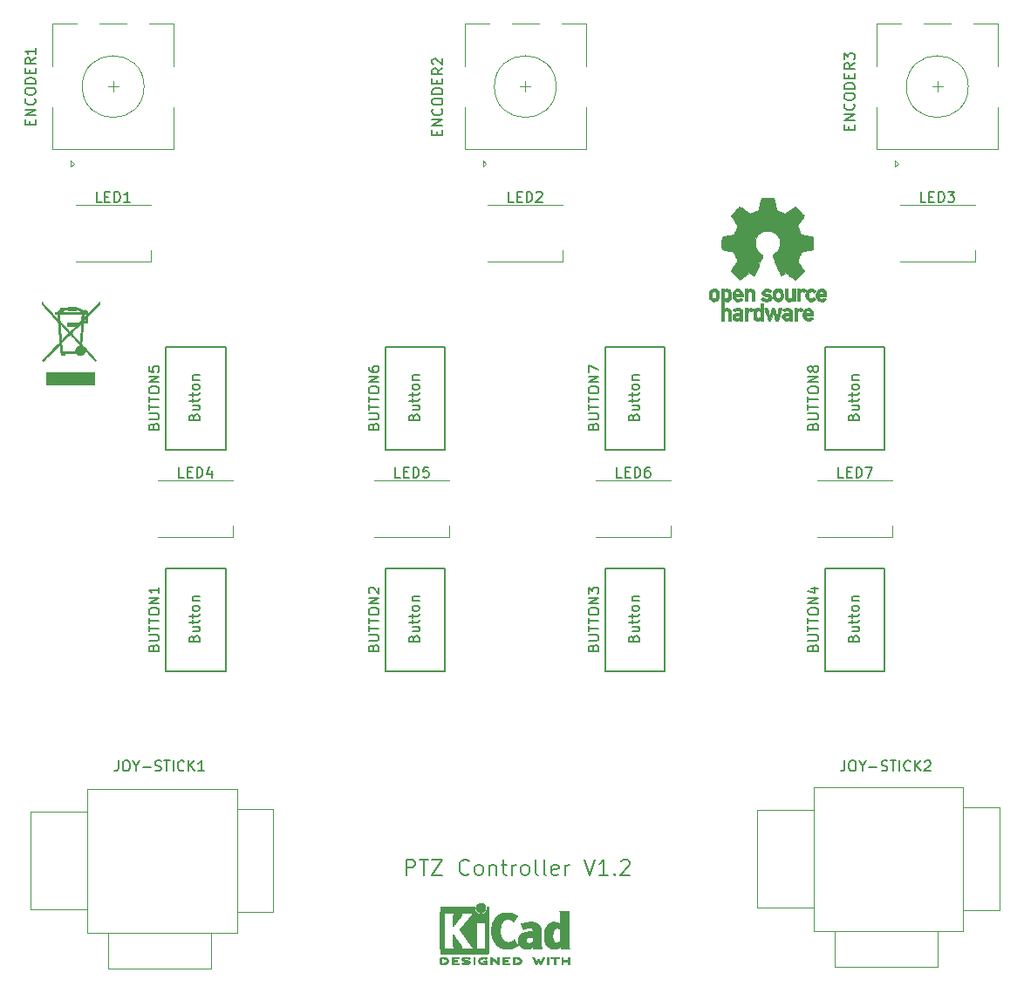
<source format=gbr>
%TF.GenerationSoftware,KiCad,Pcbnew,8.0.2*%
%TF.CreationDate,2024-11-11T15:41:05-05:00*%
%TF.ProjectId,PTZ_Camera_Controler,50545a5f-4361-46d6-9572-615f436f6e74,rev?*%
%TF.SameCoordinates,Original*%
%TF.FileFunction,Legend,Top*%
%TF.FilePolarity,Positive*%
%FSLAX46Y46*%
G04 Gerber Fmt 4.6, Leading zero omitted, Abs format (unit mm)*
G04 Created by KiCad (PCBNEW 8.0.2) date 2024-11-11 15:41:05*
%MOMM*%
%LPD*%
G01*
G04 APERTURE LIST*
%ADD10C,0.150000*%
%ADD11C,0.120000*%
%ADD12C,0.010000*%
%ADD13C,0.100000*%
G04 APERTURE END LIST*
D10*
X139455826Y-137058628D02*
X139455826Y-135558628D01*
X139455826Y-135558628D02*
X140027255Y-135558628D01*
X140027255Y-135558628D02*
X140170112Y-135630057D01*
X140170112Y-135630057D02*
X140241541Y-135701485D01*
X140241541Y-135701485D02*
X140312969Y-135844342D01*
X140312969Y-135844342D02*
X140312969Y-136058628D01*
X140312969Y-136058628D02*
X140241541Y-136201485D01*
X140241541Y-136201485D02*
X140170112Y-136272914D01*
X140170112Y-136272914D02*
X140027255Y-136344342D01*
X140027255Y-136344342D02*
X139455826Y-136344342D01*
X140741541Y-135558628D02*
X141598684Y-135558628D01*
X141170112Y-137058628D02*
X141170112Y-135558628D01*
X141955826Y-135558628D02*
X142955826Y-135558628D01*
X142955826Y-135558628D02*
X141955826Y-137058628D01*
X141955826Y-137058628D02*
X142955826Y-137058628D01*
X145527254Y-136915771D02*
X145455826Y-136987200D01*
X145455826Y-136987200D02*
X145241540Y-137058628D01*
X145241540Y-137058628D02*
X145098683Y-137058628D01*
X145098683Y-137058628D02*
X144884397Y-136987200D01*
X144884397Y-136987200D02*
X144741540Y-136844342D01*
X144741540Y-136844342D02*
X144670111Y-136701485D01*
X144670111Y-136701485D02*
X144598683Y-136415771D01*
X144598683Y-136415771D02*
X144598683Y-136201485D01*
X144598683Y-136201485D02*
X144670111Y-135915771D01*
X144670111Y-135915771D02*
X144741540Y-135772914D01*
X144741540Y-135772914D02*
X144884397Y-135630057D01*
X144884397Y-135630057D02*
X145098683Y-135558628D01*
X145098683Y-135558628D02*
X145241540Y-135558628D01*
X145241540Y-135558628D02*
X145455826Y-135630057D01*
X145455826Y-135630057D02*
X145527254Y-135701485D01*
X146384397Y-137058628D02*
X146241540Y-136987200D01*
X146241540Y-136987200D02*
X146170111Y-136915771D01*
X146170111Y-136915771D02*
X146098683Y-136772914D01*
X146098683Y-136772914D02*
X146098683Y-136344342D01*
X146098683Y-136344342D02*
X146170111Y-136201485D01*
X146170111Y-136201485D02*
X146241540Y-136130057D01*
X146241540Y-136130057D02*
X146384397Y-136058628D01*
X146384397Y-136058628D02*
X146598683Y-136058628D01*
X146598683Y-136058628D02*
X146741540Y-136130057D01*
X146741540Y-136130057D02*
X146812969Y-136201485D01*
X146812969Y-136201485D02*
X146884397Y-136344342D01*
X146884397Y-136344342D02*
X146884397Y-136772914D01*
X146884397Y-136772914D02*
X146812969Y-136915771D01*
X146812969Y-136915771D02*
X146741540Y-136987200D01*
X146741540Y-136987200D02*
X146598683Y-137058628D01*
X146598683Y-137058628D02*
X146384397Y-137058628D01*
X147527254Y-136058628D02*
X147527254Y-137058628D01*
X147527254Y-136201485D02*
X147598683Y-136130057D01*
X147598683Y-136130057D02*
X147741540Y-136058628D01*
X147741540Y-136058628D02*
X147955826Y-136058628D01*
X147955826Y-136058628D02*
X148098683Y-136130057D01*
X148098683Y-136130057D02*
X148170112Y-136272914D01*
X148170112Y-136272914D02*
X148170112Y-137058628D01*
X148670112Y-136058628D02*
X149241540Y-136058628D01*
X148884397Y-135558628D02*
X148884397Y-136844342D01*
X148884397Y-136844342D02*
X148955826Y-136987200D01*
X148955826Y-136987200D02*
X149098683Y-137058628D01*
X149098683Y-137058628D02*
X149241540Y-137058628D01*
X149741540Y-137058628D02*
X149741540Y-136058628D01*
X149741540Y-136344342D02*
X149812969Y-136201485D01*
X149812969Y-136201485D02*
X149884398Y-136130057D01*
X149884398Y-136130057D02*
X150027255Y-136058628D01*
X150027255Y-136058628D02*
X150170112Y-136058628D01*
X150884397Y-137058628D02*
X150741540Y-136987200D01*
X150741540Y-136987200D02*
X150670111Y-136915771D01*
X150670111Y-136915771D02*
X150598683Y-136772914D01*
X150598683Y-136772914D02*
X150598683Y-136344342D01*
X150598683Y-136344342D02*
X150670111Y-136201485D01*
X150670111Y-136201485D02*
X150741540Y-136130057D01*
X150741540Y-136130057D02*
X150884397Y-136058628D01*
X150884397Y-136058628D02*
X151098683Y-136058628D01*
X151098683Y-136058628D02*
X151241540Y-136130057D01*
X151241540Y-136130057D02*
X151312969Y-136201485D01*
X151312969Y-136201485D02*
X151384397Y-136344342D01*
X151384397Y-136344342D02*
X151384397Y-136772914D01*
X151384397Y-136772914D02*
X151312969Y-136915771D01*
X151312969Y-136915771D02*
X151241540Y-136987200D01*
X151241540Y-136987200D02*
X151098683Y-137058628D01*
X151098683Y-137058628D02*
X150884397Y-137058628D01*
X152241540Y-137058628D02*
X152098683Y-136987200D01*
X152098683Y-136987200D02*
X152027254Y-136844342D01*
X152027254Y-136844342D02*
X152027254Y-135558628D01*
X153027254Y-137058628D02*
X152884397Y-136987200D01*
X152884397Y-136987200D02*
X152812968Y-136844342D01*
X152812968Y-136844342D02*
X152812968Y-135558628D01*
X154170111Y-136987200D02*
X154027254Y-137058628D01*
X154027254Y-137058628D02*
X153741540Y-137058628D01*
X153741540Y-137058628D02*
X153598682Y-136987200D01*
X153598682Y-136987200D02*
X153527254Y-136844342D01*
X153527254Y-136844342D02*
X153527254Y-136272914D01*
X153527254Y-136272914D02*
X153598682Y-136130057D01*
X153598682Y-136130057D02*
X153741540Y-136058628D01*
X153741540Y-136058628D02*
X154027254Y-136058628D01*
X154027254Y-136058628D02*
X154170111Y-136130057D01*
X154170111Y-136130057D02*
X154241540Y-136272914D01*
X154241540Y-136272914D02*
X154241540Y-136415771D01*
X154241540Y-136415771D02*
X153527254Y-136558628D01*
X154884396Y-137058628D02*
X154884396Y-136058628D01*
X154884396Y-136344342D02*
X154955825Y-136201485D01*
X154955825Y-136201485D02*
X155027254Y-136130057D01*
X155027254Y-136130057D02*
X155170111Y-136058628D01*
X155170111Y-136058628D02*
X155312968Y-136058628D01*
X156741539Y-135558628D02*
X157241539Y-137058628D01*
X157241539Y-137058628D02*
X157741539Y-135558628D01*
X159027253Y-137058628D02*
X158170110Y-137058628D01*
X158598681Y-137058628D02*
X158598681Y-135558628D01*
X158598681Y-135558628D02*
X158455824Y-135772914D01*
X158455824Y-135772914D02*
X158312967Y-135915771D01*
X158312967Y-135915771D02*
X158170110Y-135987200D01*
X159670109Y-136915771D02*
X159741538Y-136987200D01*
X159741538Y-136987200D02*
X159670109Y-137058628D01*
X159670109Y-137058628D02*
X159598681Y-136987200D01*
X159598681Y-136987200D02*
X159670109Y-136915771D01*
X159670109Y-136915771D02*
X159670109Y-137058628D01*
X160312967Y-135701485D02*
X160384395Y-135630057D01*
X160384395Y-135630057D02*
X160527253Y-135558628D01*
X160527253Y-135558628D02*
X160884395Y-135558628D01*
X160884395Y-135558628D02*
X161027253Y-135630057D01*
X161027253Y-135630057D02*
X161098681Y-135701485D01*
X161098681Y-135701485D02*
X161170110Y-135844342D01*
X161170110Y-135844342D02*
X161170110Y-135987200D01*
X161170110Y-135987200D02*
X161098681Y-136201485D01*
X161098681Y-136201485D02*
X160241538Y-137058628D01*
X160241538Y-137058628D02*
X161170110Y-137058628D01*
X157597709Y-114988095D02*
X157645328Y-114845238D01*
X157645328Y-114845238D02*
X157692947Y-114797619D01*
X157692947Y-114797619D02*
X157788185Y-114750000D01*
X157788185Y-114750000D02*
X157931042Y-114750000D01*
X157931042Y-114750000D02*
X158026280Y-114797619D01*
X158026280Y-114797619D02*
X158073900Y-114845238D01*
X158073900Y-114845238D02*
X158121519Y-114940476D01*
X158121519Y-114940476D02*
X158121519Y-115321428D01*
X158121519Y-115321428D02*
X157121519Y-115321428D01*
X157121519Y-115321428D02*
X157121519Y-114988095D01*
X157121519Y-114988095D02*
X157169138Y-114892857D01*
X157169138Y-114892857D02*
X157216757Y-114845238D01*
X157216757Y-114845238D02*
X157311995Y-114797619D01*
X157311995Y-114797619D02*
X157407233Y-114797619D01*
X157407233Y-114797619D02*
X157502471Y-114845238D01*
X157502471Y-114845238D02*
X157550090Y-114892857D01*
X157550090Y-114892857D02*
X157597709Y-114988095D01*
X157597709Y-114988095D02*
X157597709Y-115321428D01*
X157121519Y-114321428D02*
X157931042Y-114321428D01*
X157931042Y-114321428D02*
X158026280Y-114273809D01*
X158026280Y-114273809D02*
X158073900Y-114226190D01*
X158073900Y-114226190D02*
X158121519Y-114130952D01*
X158121519Y-114130952D02*
X158121519Y-113940476D01*
X158121519Y-113940476D02*
X158073900Y-113845238D01*
X158073900Y-113845238D02*
X158026280Y-113797619D01*
X158026280Y-113797619D02*
X157931042Y-113750000D01*
X157931042Y-113750000D02*
X157121519Y-113750000D01*
X157121519Y-113416666D02*
X157121519Y-112845238D01*
X158121519Y-113130952D02*
X157121519Y-113130952D01*
X157121519Y-112654761D02*
X157121519Y-112083333D01*
X158121519Y-112369047D02*
X157121519Y-112369047D01*
X157121519Y-111559523D02*
X157121519Y-111369047D01*
X157121519Y-111369047D02*
X157169138Y-111273809D01*
X157169138Y-111273809D02*
X157264376Y-111178571D01*
X157264376Y-111178571D02*
X157454852Y-111130952D01*
X157454852Y-111130952D02*
X157788185Y-111130952D01*
X157788185Y-111130952D02*
X157978661Y-111178571D01*
X157978661Y-111178571D02*
X158073900Y-111273809D01*
X158073900Y-111273809D02*
X158121519Y-111369047D01*
X158121519Y-111369047D02*
X158121519Y-111559523D01*
X158121519Y-111559523D02*
X158073900Y-111654761D01*
X158073900Y-111654761D02*
X157978661Y-111749999D01*
X157978661Y-111749999D02*
X157788185Y-111797618D01*
X157788185Y-111797618D02*
X157454852Y-111797618D01*
X157454852Y-111797618D02*
X157264376Y-111749999D01*
X157264376Y-111749999D02*
X157169138Y-111654761D01*
X157169138Y-111654761D02*
X157121519Y-111559523D01*
X158121519Y-110702380D02*
X157121519Y-110702380D01*
X157121519Y-110702380D02*
X158121519Y-110130952D01*
X158121519Y-110130952D02*
X157121519Y-110130952D01*
X157121519Y-109749999D02*
X157121519Y-109130952D01*
X157121519Y-109130952D02*
X157502471Y-109464285D01*
X157502471Y-109464285D02*
X157502471Y-109321428D01*
X157502471Y-109321428D02*
X157550090Y-109226190D01*
X157550090Y-109226190D02*
X157597709Y-109178571D01*
X157597709Y-109178571D02*
X157692947Y-109130952D01*
X157692947Y-109130952D02*
X157931042Y-109130952D01*
X157931042Y-109130952D02*
X158026280Y-109178571D01*
X158026280Y-109178571D02*
X158073900Y-109226190D01*
X158073900Y-109226190D02*
X158121519Y-109321428D01*
X158121519Y-109321428D02*
X158121519Y-109607142D01*
X158121519Y-109607142D02*
X158073900Y-109702380D01*
X158073900Y-109702380D02*
X158026280Y-109749999D01*
X161512709Y-114079887D02*
X161560328Y-113937030D01*
X161560328Y-113937030D02*
X161607947Y-113889411D01*
X161607947Y-113889411D02*
X161703185Y-113841792D01*
X161703185Y-113841792D02*
X161846042Y-113841792D01*
X161846042Y-113841792D02*
X161941280Y-113889411D01*
X161941280Y-113889411D02*
X161988900Y-113937030D01*
X161988900Y-113937030D02*
X162036519Y-114032268D01*
X162036519Y-114032268D02*
X162036519Y-114413220D01*
X162036519Y-114413220D02*
X161036519Y-114413220D01*
X161036519Y-114413220D02*
X161036519Y-114079887D01*
X161036519Y-114079887D02*
X161084138Y-113984649D01*
X161084138Y-113984649D02*
X161131757Y-113937030D01*
X161131757Y-113937030D02*
X161226995Y-113889411D01*
X161226995Y-113889411D02*
X161322233Y-113889411D01*
X161322233Y-113889411D02*
X161417471Y-113937030D01*
X161417471Y-113937030D02*
X161465090Y-113984649D01*
X161465090Y-113984649D02*
X161512709Y-114079887D01*
X161512709Y-114079887D02*
X161512709Y-114413220D01*
X161369852Y-112984649D02*
X162036519Y-112984649D01*
X161369852Y-113413220D02*
X161893661Y-113413220D01*
X161893661Y-113413220D02*
X161988900Y-113365601D01*
X161988900Y-113365601D02*
X162036519Y-113270363D01*
X162036519Y-113270363D02*
X162036519Y-113127506D01*
X162036519Y-113127506D02*
X161988900Y-113032268D01*
X161988900Y-113032268D02*
X161941280Y-112984649D01*
X161369852Y-112651315D02*
X161369852Y-112270363D01*
X161036519Y-112508458D02*
X161893661Y-112508458D01*
X161893661Y-112508458D02*
X161988900Y-112460839D01*
X161988900Y-112460839D02*
X162036519Y-112365601D01*
X162036519Y-112365601D02*
X162036519Y-112270363D01*
X161369852Y-112079886D02*
X161369852Y-111698934D01*
X161036519Y-111937029D02*
X161893661Y-111937029D01*
X161893661Y-111937029D02*
X161988900Y-111889410D01*
X161988900Y-111889410D02*
X162036519Y-111794172D01*
X162036519Y-111794172D02*
X162036519Y-111698934D01*
X162036519Y-111222743D02*
X161988900Y-111317981D01*
X161988900Y-111317981D02*
X161941280Y-111365600D01*
X161941280Y-111365600D02*
X161846042Y-111413219D01*
X161846042Y-111413219D02*
X161560328Y-111413219D01*
X161560328Y-111413219D02*
X161465090Y-111365600D01*
X161465090Y-111365600D02*
X161417471Y-111317981D01*
X161417471Y-111317981D02*
X161369852Y-111222743D01*
X161369852Y-111222743D02*
X161369852Y-111079886D01*
X161369852Y-111079886D02*
X161417471Y-110984648D01*
X161417471Y-110984648D02*
X161465090Y-110937029D01*
X161465090Y-110937029D02*
X161560328Y-110889410D01*
X161560328Y-110889410D02*
X161846042Y-110889410D01*
X161846042Y-110889410D02*
X161941280Y-110937029D01*
X161941280Y-110937029D02*
X161988900Y-110984648D01*
X161988900Y-110984648D02*
X162036519Y-111079886D01*
X162036519Y-111079886D02*
X162036519Y-111222743D01*
X161369852Y-110460838D02*
X162036519Y-110460838D01*
X161465090Y-110460838D02*
X161417471Y-110413219D01*
X161417471Y-110413219D02*
X161369852Y-110317981D01*
X161369852Y-110317981D02*
X161369852Y-110175124D01*
X161369852Y-110175124D02*
X161417471Y-110079886D01*
X161417471Y-110079886D02*
X161512709Y-110032267D01*
X161512709Y-110032267D02*
X162036519Y-110032267D01*
X181880952Y-98454819D02*
X181404762Y-98454819D01*
X181404762Y-98454819D02*
X181404762Y-97454819D01*
X182214286Y-97931009D02*
X182547619Y-97931009D01*
X182690476Y-98454819D02*
X182214286Y-98454819D01*
X182214286Y-98454819D02*
X182214286Y-97454819D01*
X182214286Y-97454819D02*
X182690476Y-97454819D01*
X183119048Y-98454819D02*
X183119048Y-97454819D01*
X183119048Y-97454819D02*
X183357143Y-97454819D01*
X183357143Y-97454819D02*
X183500000Y-97502438D01*
X183500000Y-97502438D02*
X183595238Y-97597676D01*
X183595238Y-97597676D02*
X183642857Y-97692914D01*
X183642857Y-97692914D02*
X183690476Y-97883390D01*
X183690476Y-97883390D02*
X183690476Y-98026247D01*
X183690476Y-98026247D02*
X183642857Y-98216723D01*
X183642857Y-98216723D02*
X183595238Y-98311961D01*
X183595238Y-98311961D02*
X183500000Y-98407200D01*
X183500000Y-98407200D02*
X183357143Y-98454819D01*
X183357143Y-98454819D02*
X183119048Y-98454819D01*
X184023810Y-97454819D02*
X184690476Y-97454819D01*
X184690476Y-97454819D02*
X184261905Y-98454819D01*
X160380952Y-98454819D02*
X159904762Y-98454819D01*
X159904762Y-98454819D02*
X159904762Y-97454819D01*
X160714286Y-97931009D02*
X161047619Y-97931009D01*
X161190476Y-98454819D02*
X160714286Y-98454819D01*
X160714286Y-98454819D02*
X160714286Y-97454819D01*
X160714286Y-97454819D02*
X161190476Y-97454819D01*
X161619048Y-98454819D02*
X161619048Y-97454819D01*
X161619048Y-97454819D02*
X161857143Y-97454819D01*
X161857143Y-97454819D02*
X162000000Y-97502438D01*
X162000000Y-97502438D02*
X162095238Y-97597676D01*
X162095238Y-97597676D02*
X162142857Y-97692914D01*
X162142857Y-97692914D02*
X162190476Y-97883390D01*
X162190476Y-97883390D02*
X162190476Y-98026247D01*
X162190476Y-98026247D02*
X162142857Y-98216723D01*
X162142857Y-98216723D02*
X162095238Y-98311961D01*
X162095238Y-98311961D02*
X162000000Y-98407200D01*
X162000000Y-98407200D02*
X161857143Y-98454819D01*
X161857143Y-98454819D02*
X161619048Y-98454819D01*
X163047619Y-97454819D02*
X162857143Y-97454819D01*
X162857143Y-97454819D02*
X162761905Y-97502438D01*
X162761905Y-97502438D02*
X162714286Y-97550057D01*
X162714286Y-97550057D02*
X162619048Y-97692914D01*
X162619048Y-97692914D02*
X162571429Y-97883390D01*
X162571429Y-97883390D02*
X162571429Y-98264342D01*
X162571429Y-98264342D02*
X162619048Y-98359580D01*
X162619048Y-98359580D02*
X162666667Y-98407200D01*
X162666667Y-98407200D02*
X162761905Y-98454819D01*
X162761905Y-98454819D02*
X162952381Y-98454819D01*
X162952381Y-98454819D02*
X163047619Y-98407200D01*
X163047619Y-98407200D02*
X163095238Y-98359580D01*
X163095238Y-98359580D02*
X163142857Y-98264342D01*
X163142857Y-98264342D02*
X163142857Y-98026247D01*
X163142857Y-98026247D02*
X163095238Y-97931009D01*
X163095238Y-97931009D02*
X163047619Y-97883390D01*
X163047619Y-97883390D02*
X162952381Y-97835771D01*
X162952381Y-97835771D02*
X162761905Y-97835771D01*
X162761905Y-97835771D02*
X162666667Y-97883390D01*
X162666667Y-97883390D02*
X162619048Y-97931009D01*
X162619048Y-97931009D02*
X162571429Y-98026247D01*
X182431009Y-64690475D02*
X182431009Y-64357142D01*
X182954819Y-64214285D02*
X182954819Y-64690475D01*
X182954819Y-64690475D02*
X181954819Y-64690475D01*
X181954819Y-64690475D02*
X181954819Y-64214285D01*
X182954819Y-63785713D02*
X181954819Y-63785713D01*
X181954819Y-63785713D02*
X182954819Y-63214285D01*
X182954819Y-63214285D02*
X181954819Y-63214285D01*
X182859580Y-62166666D02*
X182907200Y-62214285D01*
X182907200Y-62214285D02*
X182954819Y-62357142D01*
X182954819Y-62357142D02*
X182954819Y-62452380D01*
X182954819Y-62452380D02*
X182907200Y-62595237D01*
X182907200Y-62595237D02*
X182811961Y-62690475D01*
X182811961Y-62690475D02*
X182716723Y-62738094D01*
X182716723Y-62738094D02*
X182526247Y-62785713D01*
X182526247Y-62785713D02*
X182383390Y-62785713D01*
X182383390Y-62785713D02*
X182192914Y-62738094D01*
X182192914Y-62738094D02*
X182097676Y-62690475D01*
X182097676Y-62690475D02*
X182002438Y-62595237D01*
X182002438Y-62595237D02*
X181954819Y-62452380D01*
X181954819Y-62452380D02*
X181954819Y-62357142D01*
X181954819Y-62357142D02*
X182002438Y-62214285D01*
X182002438Y-62214285D02*
X182050057Y-62166666D01*
X181954819Y-61547618D02*
X181954819Y-61357142D01*
X181954819Y-61357142D02*
X182002438Y-61261904D01*
X182002438Y-61261904D02*
X182097676Y-61166666D01*
X182097676Y-61166666D02*
X182288152Y-61119047D01*
X182288152Y-61119047D02*
X182621485Y-61119047D01*
X182621485Y-61119047D02*
X182811961Y-61166666D01*
X182811961Y-61166666D02*
X182907200Y-61261904D01*
X182907200Y-61261904D02*
X182954819Y-61357142D01*
X182954819Y-61357142D02*
X182954819Y-61547618D01*
X182954819Y-61547618D02*
X182907200Y-61642856D01*
X182907200Y-61642856D02*
X182811961Y-61738094D01*
X182811961Y-61738094D02*
X182621485Y-61785713D01*
X182621485Y-61785713D02*
X182288152Y-61785713D01*
X182288152Y-61785713D02*
X182097676Y-61738094D01*
X182097676Y-61738094D02*
X182002438Y-61642856D01*
X182002438Y-61642856D02*
X181954819Y-61547618D01*
X182954819Y-60690475D02*
X181954819Y-60690475D01*
X181954819Y-60690475D02*
X181954819Y-60452380D01*
X181954819Y-60452380D02*
X182002438Y-60309523D01*
X182002438Y-60309523D02*
X182097676Y-60214285D01*
X182097676Y-60214285D02*
X182192914Y-60166666D01*
X182192914Y-60166666D02*
X182383390Y-60119047D01*
X182383390Y-60119047D02*
X182526247Y-60119047D01*
X182526247Y-60119047D02*
X182716723Y-60166666D01*
X182716723Y-60166666D02*
X182811961Y-60214285D01*
X182811961Y-60214285D02*
X182907200Y-60309523D01*
X182907200Y-60309523D02*
X182954819Y-60452380D01*
X182954819Y-60452380D02*
X182954819Y-60690475D01*
X182431009Y-59690475D02*
X182431009Y-59357142D01*
X182954819Y-59214285D02*
X182954819Y-59690475D01*
X182954819Y-59690475D02*
X181954819Y-59690475D01*
X181954819Y-59690475D02*
X181954819Y-59214285D01*
X182954819Y-58214285D02*
X182478628Y-58547618D01*
X182954819Y-58785713D02*
X181954819Y-58785713D01*
X181954819Y-58785713D02*
X181954819Y-58404761D01*
X181954819Y-58404761D02*
X182002438Y-58309523D01*
X182002438Y-58309523D02*
X182050057Y-58261904D01*
X182050057Y-58261904D02*
X182145295Y-58214285D01*
X182145295Y-58214285D02*
X182288152Y-58214285D01*
X182288152Y-58214285D02*
X182383390Y-58261904D01*
X182383390Y-58261904D02*
X182431009Y-58309523D01*
X182431009Y-58309523D02*
X182478628Y-58404761D01*
X182478628Y-58404761D02*
X182478628Y-58785713D01*
X181954819Y-57880951D02*
X181954819Y-57261904D01*
X181954819Y-57261904D02*
X182335771Y-57595237D01*
X182335771Y-57595237D02*
X182335771Y-57452380D01*
X182335771Y-57452380D02*
X182383390Y-57357142D01*
X182383390Y-57357142D02*
X182431009Y-57309523D01*
X182431009Y-57309523D02*
X182526247Y-57261904D01*
X182526247Y-57261904D02*
X182764342Y-57261904D01*
X182764342Y-57261904D02*
X182859580Y-57309523D01*
X182859580Y-57309523D02*
X182907200Y-57357142D01*
X182907200Y-57357142D02*
X182954819Y-57452380D01*
X182954819Y-57452380D02*
X182954819Y-57738094D01*
X182954819Y-57738094D02*
X182907200Y-57833332D01*
X182907200Y-57833332D02*
X182859580Y-57880951D01*
X136264309Y-93488095D02*
X136311928Y-93345238D01*
X136311928Y-93345238D02*
X136359547Y-93297619D01*
X136359547Y-93297619D02*
X136454785Y-93250000D01*
X136454785Y-93250000D02*
X136597642Y-93250000D01*
X136597642Y-93250000D02*
X136692880Y-93297619D01*
X136692880Y-93297619D02*
X136740500Y-93345238D01*
X136740500Y-93345238D02*
X136788119Y-93440476D01*
X136788119Y-93440476D02*
X136788119Y-93821428D01*
X136788119Y-93821428D02*
X135788119Y-93821428D01*
X135788119Y-93821428D02*
X135788119Y-93488095D01*
X135788119Y-93488095D02*
X135835738Y-93392857D01*
X135835738Y-93392857D02*
X135883357Y-93345238D01*
X135883357Y-93345238D02*
X135978595Y-93297619D01*
X135978595Y-93297619D02*
X136073833Y-93297619D01*
X136073833Y-93297619D02*
X136169071Y-93345238D01*
X136169071Y-93345238D02*
X136216690Y-93392857D01*
X136216690Y-93392857D02*
X136264309Y-93488095D01*
X136264309Y-93488095D02*
X136264309Y-93821428D01*
X135788119Y-92821428D02*
X136597642Y-92821428D01*
X136597642Y-92821428D02*
X136692880Y-92773809D01*
X136692880Y-92773809D02*
X136740500Y-92726190D01*
X136740500Y-92726190D02*
X136788119Y-92630952D01*
X136788119Y-92630952D02*
X136788119Y-92440476D01*
X136788119Y-92440476D02*
X136740500Y-92345238D01*
X136740500Y-92345238D02*
X136692880Y-92297619D01*
X136692880Y-92297619D02*
X136597642Y-92250000D01*
X136597642Y-92250000D02*
X135788119Y-92250000D01*
X135788119Y-91916666D02*
X135788119Y-91345238D01*
X136788119Y-91630952D02*
X135788119Y-91630952D01*
X135788119Y-91154761D02*
X135788119Y-90583333D01*
X136788119Y-90869047D02*
X135788119Y-90869047D01*
X135788119Y-90059523D02*
X135788119Y-89869047D01*
X135788119Y-89869047D02*
X135835738Y-89773809D01*
X135835738Y-89773809D02*
X135930976Y-89678571D01*
X135930976Y-89678571D02*
X136121452Y-89630952D01*
X136121452Y-89630952D02*
X136454785Y-89630952D01*
X136454785Y-89630952D02*
X136645261Y-89678571D01*
X136645261Y-89678571D02*
X136740500Y-89773809D01*
X136740500Y-89773809D02*
X136788119Y-89869047D01*
X136788119Y-89869047D02*
X136788119Y-90059523D01*
X136788119Y-90059523D02*
X136740500Y-90154761D01*
X136740500Y-90154761D02*
X136645261Y-90249999D01*
X136645261Y-90249999D02*
X136454785Y-90297618D01*
X136454785Y-90297618D02*
X136121452Y-90297618D01*
X136121452Y-90297618D02*
X135930976Y-90249999D01*
X135930976Y-90249999D02*
X135835738Y-90154761D01*
X135835738Y-90154761D02*
X135788119Y-90059523D01*
X136788119Y-89202380D02*
X135788119Y-89202380D01*
X135788119Y-89202380D02*
X136788119Y-88630952D01*
X136788119Y-88630952D02*
X135788119Y-88630952D01*
X135788119Y-87726190D02*
X135788119Y-87916666D01*
X135788119Y-87916666D02*
X135835738Y-88011904D01*
X135835738Y-88011904D02*
X135883357Y-88059523D01*
X135883357Y-88059523D02*
X136026214Y-88154761D01*
X136026214Y-88154761D02*
X136216690Y-88202380D01*
X136216690Y-88202380D02*
X136597642Y-88202380D01*
X136597642Y-88202380D02*
X136692880Y-88154761D01*
X136692880Y-88154761D02*
X136740500Y-88107142D01*
X136740500Y-88107142D02*
X136788119Y-88011904D01*
X136788119Y-88011904D02*
X136788119Y-87821428D01*
X136788119Y-87821428D02*
X136740500Y-87726190D01*
X136740500Y-87726190D02*
X136692880Y-87678571D01*
X136692880Y-87678571D02*
X136597642Y-87630952D01*
X136597642Y-87630952D02*
X136359547Y-87630952D01*
X136359547Y-87630952D02*
X136264309Y-87678571D01*
X136264309Y-87678571D02*
X136216690Y-87726190D01*
X136216690Y-87726190D02*
X136169071Y-87821428D01*
X136169071Y-87821428D02*
X136169071Y-88011904D01*
X136169071Y-88011904D02*
X136216690Y-88107142D01*
X136216690Y-88107142D02*
X136264309Y-88154761D01*
X136264309Y-88154761D02*
X136359547Y-88202380D01*
X140179309Y-92579887D02*
X140226928Y-92437030D01*
X140226928Y-92437030D02*
X140274547Y-92389411D01*
X140274547Y-92389411D02*
X140369785Y-92341792D01*
X140369785Y-92341792D02*
X140512642Y-92341792D01*
X140512642Y-92341792D02*
X140607880Y-92389411D01*
X140607880Y-92389411D02*
X140655500Y-92437030D01*
X140655500Y-92437030D02*
X140703119Y-92532268D01*
X140703119Y-92532268D02*
X140703119Y-92913220D01*
X140703119Y-92913220D02*
X139703119Y-92913220D01*
X139703119Y-92913220D02*
X139703119Y-92579887D01*
X139703119Y-92579887D02*
X139750738Y-92484649D01*
X139750738Y-92484649D02*
X139798357Y-92437030D01*
X139798357Y-92437030D02*
X139893595Y-92389411D01*
X139893595Y-92389411D02*
X139988833Y-92389411D01*
X139988833Y-92389411D02*
X140084071Y-92437030D01*
X140084071Y-92437030D02*
X140131690Y-92484649D01*
X140131690Y-92484649D02*
X140179309Y-92579887D01*
X140179309Y-92579887D02*
X140179309Y-92913220D01*
X140036452Y-91484649D02*
X140703119Y-91484649D01*
X140036452Y-91913220D02*
X140560261Y-91913220D01*
X140560261Y-91913220D02*
X140655500Y-91865601D01*
X140655500Y-91865601D02*
X140703119Y-91770363D01*
X140703119Y-91770363D02*
X140703119Y-91627506D01*
X140703119Y-91627506D02*
X140655500Y-91532268D01*
X140655500Y-91532268D02*
X140607880Y-91484649D01*
X140036452Y-91151315D02*
X140036452Y-90770363D01*
X139703119Y-91008458D02*
X140560261Y-91008458D01*
X140560261Y-91008458D02*
X140655500Y-90960839D01*
X140655500Y-90960839D02*
X140703119Y-90865601D01*
X140703119Y-90865601D02*
X140703119Y-90770363D01*
X140036452Y-90579886D02*
X140036452Y-90198934D01*
X139703119Y-90437029D02*
X140560261Y-90437029D01*
X140560261Y-90437029D02*
X140655500Y-90389410D01*
X140655500Y-90389410D02*
X140703119Y-90294172D01*
X140703119Y-90294172D02*
X140703119Y-90198934D01*
X140703119Y-89722743D02*
X140655500Y-89817981D01*
X140655500Y-89817981D02*
X140607880Y-89865600D01*
X140607880Y-89865600D02*
X140512642Y-89913219D01*
X140512642Y-89913219D02*
X140226928Y-89913219D01*
X140226928Y-89913219D02*
X140131690Y-89865600D01*
X140131690Y-89865600D02*
X140084071Y-89817981D01*
X140084071Y-89817981D02*
X140036452Y-89722743D01*
X140036452Y-89722743D02*
X140036452Y-89579886D01*
X140036452Y-89579886D02*
X140084071Y-89484648D01*
X140084071Y-89484648D02*
X140131690Y-89437029D01*
X140131690Y-89437029D02*
X140226928Y-89389410D01*
X140226928Y-89389410D02*
X140512642Y-89389410D01*
X140512642Y-89389410D02*
X140607880Y-89437029D01*
X140607880Y-89437029D02*
X140655500Y-89484648D01*
X140655500Y-89484648D02*
X140703119Y-89579886D01*
X140703119Y-89579886D02*
X140703119Y-89722743D01*
X140036452Y-88960838D02*
X140703119Y-88960838D01*
X140131690Y-88960838D02*
X140084071Y-88913219D01*
X140084071Y-88913219D02*
X140036452Y-88817981D01*
X140036452Y-88817981D02*
X140036452Y-88675124D01*
X140036452Y-88675124D02*
X140084071Y-88579886D01*
X140084071Y-88579886D02*
X140179309Y-88532267D01*
X140179309Y-88532267D02*
X140703119Y-88532267D01*
X142431009Y-65190475D02*
X142431009Y-64857142D01*
X142954819Y-64714285D02*
X142954819Y-65190475D01*
X142954819Y-65190475D02*
X141954819Y-65190475D01*
X141954819Y-65190475D02*
X141954819Y-64714285D01*
X142954819Y-64285713D02*
X141954819Y-64285713D01*
X141954819Y-64285713D02*
X142954819Y-63714285D01*
X142954819Y-63714285D02*
X141954819Y-63714285D01*
X142859580Y-62666666D02*
X142907200Y-62714285D01*
X142907200Y-62714285D02*
X142954819Y-62857142D01*
X142954819Y-62857142D02*
X142954819Y-62952380D01*
X142954819Y-62952380D02*
X142907200Y-63095237D01*
X142907200Y-63095237D02*
X142811961Y-63190475D01*
X142811961Y-63190475D02*
X142716723Y-63238094D01*
X142716723Y-63238094D02*
X142526247Y-63285713D01*
X142526247Y-63285713D02*
X142383390Y-63285713D01*
X142383390Y-63285713D02*
X142192914Y-63238094D01*
X142192914Y-63238094D02*
X142097676Y-63190475D01*
X142097676Y-63190475D02*
X142002438Y-63095237D01*
X142002438Y-63095237D02*
X141954819Y-62952380D01*
X141954819Y-62952380D02*
X141954819Y-62857142D01*
X141954819Y-62857142D02*
X142002438Y-62714285D01*
X142002438Y-62714285D02*
X142050057Y-62666666D01*
X141954819Y-62047618D02*
X141954819Y-61857142D01*
X141954819Y-61857142D02*
X142002438Y-61761904D01*
X142002438Y-61761904D02*
X142097676Y-61666666D01*
X142097676Y-61666666D02*
X142288152Y-61619047D01*
X142288152Y-61619047D02*
X142621485Y-61619047D01*
X142621485Y-61619047D02*
X142811961Y-61666666D01*
X142811961Y-61666666D02*
X142907200Y-61761904D01*
X142907200Y-61761904D02*
X142954819Y-61857142D01*
X142954819Y-61857142D02*
X142954819Y-62047618D01*
X142954819Y-62047618D02*
X142907200Y-62142856D01*
X142907200Y-62142856D02*
X142811961Y-62238094D01*
X142811961Y-62238094D02*
X142621485Y-62285713D01*
X142621485Y-62285713D02*
X142288152Y-62285713D01*
X142288152Y-62285713D02*
X142097676Y-62238094D01*
X142097676Y-62238094D02*
X142002438Y-62142856D01*
X142002438Y-62142856D02*
X141954819Y-62047618D01*
X142954819Y-61190475D02*
X141954819Y-61190475D01*
X141954819Y-61190475D02*
X141954819Y-60952380D01*
X141954819Y-60952380D02*
X142002438Y-60809523D01*
X142002438Y-60809523D02*
X142097676Y-60714285D01*
X142097676Y-60714285D02*
X142192914Y-60666666D01*
X142192914Y-60666666D02*
X142383390Y-60619047D01*
X142383390Y-60619047D02*
X142526247Y-60619047D01*
X142526247Y-60619047D02*
X142716723Y-60666666D01*
X142716723Y-60666666D02*
X142811961Y-60714285D01*
X142811961Y-60714285D02*
X142907200Y-60809523D01*
X142907200Y-60809523D02*
X142954819Y-60952380D01*
X142954819Y-60952380D02*
X142954819Y-61190475D01*
X142431009Y-60190475D02*
X142431009Y-59857142D01*
X142954819Y-59714285D02*
X142954819Y-60190475D01*
X142954819Y-60190475D02*
X141954819Y-60190475D01*
X141954819Y-60190475D02*
X141954819Y-59714285D01*
X142954819Y-58714285D02*
X142478628Y-59047618D01*
X142954819Y-59285713D02*
X141954819Y-59285713D01*
X141954819Y-59285713D02*
X141954819Y-58904761D01*
X141954819Y-58904761D02*
X142002438Y-58809523D01*
X142002438Y-58809523D02*
X142050057Y-58761904D01*
X142050057Y-58761904D02*
X142145295Y-58714285D01*
X142145295Y-58714285D02*
X142288152Y-58714285D01*
X142288152Y-58714285D02*
X142383390Y-58761904D01*
X142383390Y-58761904D02*
X142431009Y-58809523D01*
X142431009Y-58809523D02*
X142478628Y-58904761D01*
X142478628Y-58904761D02*
X142478628Y-59285713D01*
X142050057Y-58333332D02*
X142002438Y-58285713D01*
X142002438Y-58285713D02*
X141954819Y-58190475D01*
X141954819Y-58190475D02*
X141954819Y-57952380D01*
X141954819Y-57952380D02*
X142002438Y-57857142D01*
X142002438Y-57857142D02*
X142050057Y-57809523D01*
X142050057Y-57809523D02*
X142145295Y-57761904D01*
X142145295Y-57761904D02*
X142240533Y-57761904D01*
X142240533Y-57761904D02*
X142383390Y-57809523D01*
X142383390Y-57809523D02*
X142954819Y-58380951D01*
X142954819Y-58380951D02*
X142954819Y-57761904D01*
X157597709Y-93488095D02*
X157645328Y-93345238D01*
X157645328Y-93345238D02*
X157692947Y-93297619D01*
X157692947Y-93297619D02*
X157788185Y-93250000D01*
X157788185Y-93250000D02*
X157931042Y-93250000D01*
X157931042Y-93250000D02*
X158026280Y-93297619D01*
X158026280Y-93297619D02*
X158073900Y-93345238D01*
X158073900Y-93345238D02*
X158121519Y-93440476D01*
X158121519Y-93440476D02*
X158121519Y-93821428D01*
X158121519Y-93821428D02*
X157121519Y-93821428D01*
X157121519Y-93821428D02*
X157121519Y-93488095D01*
X157121519Y-93488095D02*
X157169138Y-93392857D01*
X157169138Y-93392857D02*
X157216757Y-93345238D01*
X157216757Y-93345238D02*
X157311995Y-93297619D01*
X157311995Y-93297619D02*
X157407233Y-93297619D01*
X157407233Y-93297619D02*
X157502471Y-93345238D01*
X157502471Y-93345238D02*
X157550090Y-93392857D01*
X157550090Y-93392857D02*
X157597709Y-93488095D01*
X157597709Y-93488095D02*
X157597709Y-93821428D01*
X157121519Y-92821428D02*
X157931042Y-92821428D01*
X157931042Y-92821428D02*
X158026280Y-92773809D01*
X158026280Y-92773809D02*
X158073900Y-92726190D01*
X158073900Y-92726190D02*
X158121519Y-92630952D01*
X158121519Y-92630952D02*
X158121519Y-92440476D01*
X158121519Y-92440476D02*
X158073900Y-92345238D01*
X158073900Y-92345238D02*
X158026280Y-92297619D01*
X158026280Y-92297619D02*
X157931042Y-92250000D01*
X157931042Y-92250000D02*
X157121519Y-92250000D01*
X157121519Y-91916666D02*
X157121519Y-91345238D01*
X158121519Y-91630952D02*
X157121519Y-91630952D01*
X157121519Y-91154761D02*
X157121519Y-90583333D01*
X158121519Y-90869047D02*
X157121519Y-90869047D01*
X157121519Y-90059523D02*
X157121519Y-89869047D01*
X157121519Y-89869047D02*
X157169138Y-89773809D01*
X157169138Y-89773809D02*
X157264376Y-89678571D01*
X157264376Y-89678571D02*
X157454852Y-89630952D01*
X157454852Y-89630952D02*
X157788185Y-89630952D01*
X157788185Y-89630952D02*
X157978661Y-89678571D01*
X157978661Y-89678571D02*
X158073900Y-89773809D01*
X158073900Y-89773809D02*
X158121519Y-89869047D01*
X158121519Y-89869047D02*
X158121519Y-90059523D01*
X158121519Y-90059523D02*
X158073900Y-90154761D01*
X158073900Y-90154761D02*
X157978661Y-90249999D01*
X157978661Y-90249999D02*
X157788185Y-90297618D01*
X157788185Y-90297618D02*
X157454852Y-90297618D01*
X157454852Y-90297618D02*
X157264376Y-90249999D01*
X157264376Y-90249999D02*
X157169138Y-90154761D01*
X157169138Y-90154761D02*
X157121519Y-90059523D01*
X158121519Y-89202380D02*
X157121519Y-89202380D01*
X157121519Y-89202380D02*
X158121519Y-88630952D01*
X158121519Y-88630952D02*
X157121519Y-88630952D01*
X157121519Y-88249999D02*
X157121519Y-87583333D01*
X157121519Y-87583333D02*
X158121519Y-88011904D01*
X161512709Y-92579887D02*
X161560328Y-92437030D01*
X161560328Y-92437030D02*
X161607947Y-92389411D01*
X161607947Y-92389411D02*
X161703185Y-92341792D01*
X161703185Y-92341792D02*
X161846042Y-92341792D01*
X161846042Y-92341792D02*
X161941280Y-92389411D01*
X161941280Y-92389411D02*
X161988900Y-92437030D01*
X161988900Y-92437030D02*
X162036519Y-92532268D01*
X162036519Y-92532268D02*
X162036519Y-92913220D01*
X162036519Y-92913220D02*
X161036519Y-92913220D01*
X161036519Y-92913220D02*
X161036519Y-92579887D01*
X161036519Y-92579887D02*
X161084138Y-92484649D01*
X161084138Y-92484649D02*
X161131757Y-92437030D01*
X161131757Y-92437030D02*
X161226995Y-92389411D01*
X161226995Y-92389411D02*
X161322233Y-92389411D01*
X161322233Y-92389411D02*
X161417471Y-92437030D01*
X161417471Y-92437030D02*
X161465090Y-92484649D01*
X161465090Y-92484649D02*
X161512709Y-92579887D01*
X161512709Y-92579887D02*
X161512709Y-92913220D01*
X161369852Y-91484649D02*
X162036519Y-91484649D01*
X161369852Y-91913220D02*
X161893661Y-91913220D01*
X161893661Y-91913220D02*
X161988900Y-91865601D01*
X161988900Y-91865601D02*
X162036519Y-91770363D01*
X162036519Y-91770363D02*
X162036519Y-91627506D01*
X162036519Y-91627506D02*
X161988900Y-91532268D01*
X161988900Y-91532268D02*
X161941280Y-91484649D01*
X161369852Y-91151315D02*
X161369852Y-90770363D01*
X161036519Y-91008458D02*
X161893661Y-91008458D01*
X161893661Y-91008458D02*
X161988900Y-90960839D01*
X161988900Y-90960839D02*
X162036519Y-90865601D01*
X162036519Y-90865601D02*
X162036519Y-90770363D01*
X161369852Y-90579886D02*
X161369852Y-90198934D01*
X161036519Y-90437029D02*
X161893661Y-90437029D01*
X161893661Y-90437029D02*
X161988900Y-90389410D01*
X161988900Y-90389410D02*
X162036519Y-90294172D01*
X162036519Y-90294172D02*
X162036519Y-90198934D01*
X162036519Y-89722743D02*
X161988900Y-89817981D01*
X161988900Y-89817981D02*
X161941280Y-89865600D01*
X161941280Y-89865600D02*
X161846042Y-89913219D01*
X161846042Y-89913219D02*
X161560328Y-89913219D01*
X161560328Y-89913219D02*
X161465090Y-89865600D01*
X161465090Y-89865600D02*
X161417471Y-89817981D01*
X161417471Y-89817981D02*
X161369852Y-89722743D01*
X161369852Y-89722743D02*
X161369852Y-89579886D01*
X161369852Y-89579886D02*
X161417471Y-89484648D01*
X161417471Y-89484648D02*
X161465090Y-89437029D01*
X161465090Y-89437029D02*
X161560328Y-89389410D01*
X161560328Y-89389410D02*
X161846042Y-89389410D01*
X161846042Y-89389410D02*
X161941280Y-89437029D01*
X161941280Y-89437029D02*
X161988900Y-89484648D01*
X161988900Y-89484648D02*
X162036519Y-89579886D01*
X162036519Y-89579886D02*
X162036519Y-89722743D01*
X161369852Y-88960838D02*
X162036519Y-88960838D01*
X161465090Y-88960838D02*
X161417471Y-88913219D01*
X161417471Y-88913219D02*
X161369852Y-88817981D01*
X161369852Y-88817981D02*
X161369852Y-88675124D01*
X161369852Y-88675124D02*
X161417471Y-88579886D01*
X161417471Y-88579886D02*
X161512709Y-88532267D01*
X161512709Y-88532267D02*
X162036519Y-88532267D01*
X178931009Y-114988095D02*
X178978628Y-114845238D01*
X178978628Y-114845238D02*
X179026247Y-114797619D01*
X179026247Y-114797619D02*
X179121485Y-114750000D01*
X179121485Y-114750000D02*
X179264342Y-114750000D01*
X179264342Y-114750000D02*
X179359580Y-114797619D01*
X179359580Y-114797619D02*
X179407200Y-114845238D01*
X179407200Y-114845238D02*
X179454819Y-114940476D01*
X179454819Y-114940476D02*
X179454819Y-115321428D01*
X179454819Y-115321428D02*
X178454819Y-115321428D01*
X178454819Y-115321428D02*
X178454819Y-114988095D01*
X178454819Y-114988095D02*
X178502438Y-114892857D01*
X178502438Y-114892857D02*
X178550057Y-114845238D01*
X178550057Y-114845238D02*
X178645295Y-114797619D01*
X178645295Y-114797619D02*
X178740533Y-114797619D01*
X178740533Y-114797619D02*
X178835771Y-114845238D01*
X178835771Y-114845238D02*
X178883390Y-114892857D01*
X178883390Y-114892857D02*
X178931009Y-114988095D01*
X178931009Y-114988095D02*
X178931009Y-115321428D01*
X178454819Y-114321428D02*
X179264342Y-114321428D01*
X179264342Y-114321428D02*
X179359580Y-114273809D01*
X179359580Y-114273809D02*
X179407200Y-114226190D01*
X179407200Y-114226190D02*
X179454819Y-114130952D01*
X179454819Y-114130952D02*
X179454819Y-113940476D01*
X179454819Y-113940476D02*
X179407200Y-113845238D01*
X179407200Y-113845238D02*
X179359580Y-113797619D01*
X179359580Y-113797619D02*
X179264342Y-113750000D01*
X179264342Y-113750000D02*
X178454819Y-113750000D01*
X178454819Y-113416666D02*
X178454819Y-112845238D01*
X179454819Y-113130952D02*
X178454819Y-113130952D01*
X178454819Y-112654761D02*
X178454819Y-112083333D01*
X179454819Y-112369047D02*
X178454819Y-112369047D01*
X178454819Y-111559523D02*
X178454819Y-111369047D01*
X178454819Y-111369047D02*
X178502438Y-111273809D01*
X178502438Y-111273809D02*
X178597676Y-111178571D01*
X178597676Y-111178571D02*
X178788152Y-111130952D01*
X178788152Y-111130952D02*
X179121485Y-111130952D01*
X179121485Y-111130952D02*
X179311961Y-111178571D01*
X179311961Y-111178571D02*
X179407200Y-111273809D01*
X179407200Y-111273809D02*
X179454819Y-111369047D01*
X179454819Y-111369047D02*
X179454819Y-111559523D01*
X179454819Y-111559523D02*
X179407200Y-111654761D01*
X179407200Y-111654761D02*
X179311961Y-111749999D01*
X179311961Y-111749999D02*
X179121485Y-111797618D01*
X179121485Y-111797618D02*
X178788152Y-111797618D01*
X178788152Y-111797618D02*
X178597676Y-111749999D01*
X178597676Y-111749999D02*
X178502438Y-111654761D01*
X178502438Y-111654761D02*
X178454819Y-111559523D01*
X179454819Y-110702380D02*
X178454819Y-110702380D01*
X178454819Y-110702380D02*
X179454819Y-110130952D01*
X179454819Y-110130952D02*
X178454819Y-110130952D01*
X178788152Y-109226190D02*
X179454819Y-109226190D01*
X178407200Y-109464285D02*
X179121485Y-109702380D01*
X179121485Y-109702380D02*
X179121485Y-109083333D01*
X182846009Y-114079887D02*
X182893628Y-113937030D01*
X182893628Y-113937030D02*
X182941247Y-113889411D01*
X182941247Y-113889411D02*
X183036485Y-113841792D01*
X183036485Y-113841792D02*
X183179342Y-113841792D01*
X183179342Y-113841792D02*
X183274580Y-113889411D01*
X183274580Y-113889411D02*
X183322200Y-113937030D01*
X183322200Y-113937030D02*
X183369819Y-114032268D01*
X183369819Y-114032268D02*
X183369819Y-114413220D01*
X183369819Y-114413220D02*
X182369819Y-114413220D01*
X182369819Y-114413220D02*
X182369819Y-114079887D01*
X182369819Y-114079887D02*
X182417438Y-113984649D01*
X182417438Y-113984649D02*
X182465057Y-113937030D01*
X182465057Y-113937030D02*
X182560295Y-113889411D01*
X182560295Y-113889411D02*
X182655533Y-113889411D01*
X182655533Y-113889411D02*
X182750771Y-113937030D01*
X182750771Y-113937030D02*
X182798390Y-113984649D01*
X182798390Y-113984649D02*
X182846009Y-114079887D01*
X182846009Y-114079887D02*
X182846009Y-114413220D01*
X182703152Y-112984649D02*
X183369819Y-112984649D01*
X182703152Y-113413220D02*
X183226961Y-113413220D01*
X183226961Y-113413220D02*
X183322200Y-113365601D01*
X183322200Y-113365601D02*
X183369819Y-113270363D01*
X183369819Y-113270363D02*
X183369819Y-113127506D01*
X183369819Y-113127506D02*
X183322200Y-113032268D01*
X183322200Y-113032268D02*
X183274580Y-112984649D01*
X182703152Y-112651315D02*
X182703152Y-112270363D01*
X182369819Y-112508458D02*
X183226961Y-112508458D01*
X183226961Y-112508458D02*
X183322200Y-112460839D01*
X183322200Y-112460839D02*
X183369819Y-112365601D01*
X183369819Y-112365601D02*
X183369819Y-112270363D01*
X182703152Y-112079886D02*
X182703152Y-111698934D01*
X182369819Y-111937029D02*
X183226961Y-111937029D01*
X183226961Y-111937029D02*
X183322200Y-111889410D01*
X183322200Y-111889410D02*
X183369819Y-111794172D01*
X183369819Y-111794172D02*
X183369819Y-111698934D01*
X183369819Y-111222743D02*
X183322200Y-111317981D01*
X183322200Y-111317981D02*
X183274580Y-111365600D01*
X183274580Y-111365600D02*
X183179342Y-111413219D01*
X183179342Y-111413219D02*
X182893628Y-111413219D01*
X182893628Y-111413219D02*
X182798390Y-111365600D01*
X182798390Y-111365600D02*
X182750771Y-111317981D01*
X182750771Y-111317981D02*
X182703152Y-111222743D01*
X182703152Y-111222743D02*
X182703152Y-111079886D01*
X182703152Y-111079886D02*
X182750771Y-110984648D01*
X182750771Y-110984648D02*
X182798390Y-110937029D01*
X182798390Y-110937029D02*
X182893628Y-110889410D01*
X182893628Y-110889410D02*
X183179342Y-110889410D01*
X183179342Y-110889410D02*
X183274580Y-110937029D01*
X183274580Y-110937029D02*
X183322200Y-110984648D01*
X183322200Y-110984648D02*
X183369819Y-111079886D01*
X183369819Y-111079886D02*
X183369819Y-111222743D01*
X182703152Y-110460838D02*
X183369819Y-110460838D01*
X182798390Y-110460838D02*
X182750771Y-110413219D01*
X182750771Y-110413219D02*
X182703152Y-110317981D01*
X182703152Y-110317981D02*
X182703152Y-110175124D01*
X182703152Y-110175124D02*
X182750771Y-110079886D01*
X182750771Y-110079886D02*
X182846009Y-110032267D01*
X182846009Y-110032267D02*
X183369819Y-110032267D01*
X189880952Y-71704819D02*
X189404762Y-71704819D01*
X189404762Y-71704819D02*
X189404762Y-70704819D01*
X190214286Y-71181009D02*
X190547619Y-71181009D01*
X190690476Y-71704819D02*
X190214286Y-71704819D01*
X190214286Y-71704819D02*
X190214286Y-70704819D01*
X190214286Y-70704819D02*
X190690476Y-70704819D01*
X191119048Y-71704819D02*
X191119048Y-70704819D01*
X191119048Y-70704819D02*
X191357143Y-70704819D01*
X191357143Y-70704819D02*
X191500000Y-70752438D01*
X191500000Y-70752438D02*
X191595238Y-70847676D01*
X191595238Y-70847676D02*
X191642857Y-70942914D01*
X191642857Y-70942914D02*
X191690476Y-71133390D01*
X191690476Y-71133390D02*
X191690476Y-71276247D01*
X191690476Y-71276247D02*
X191642857Y-71466723D01*
X191642857Y-71466723D02*
X191595238Y-71561961D01*
X191595238Y-71561961D02*
X191500000Y-71657200D01*
X191500000Y-71657200D02*
X191357143Y-71704819D01*
X191357143Y-71704819D02*
X191119048Y-71704819D01*
X192023810Y-70704819D02*
X192642857Y-70704819D01*
X192642857Y-70704819D02*
X192309524Y-71085771D01*
X192309524Y-71085771D02*
X192452381Y-71085771D01*
X192452381Y-71085771D02*
X192547619Y-71133390D01*
X192547619Y-71133390D02*
X192595238Y-71181009D01*
X192595238Y-71181009D02*
X192642857Y-71276247D01*
X192642857Y-71276247D02*
X192642857Y-71514342D01*
X192642857Y-71514342D02*
X192595238Y-71609580D01*
X192595238Y-71609580D02*
X192547619Y-71657200D01*
X192547619Y-71657200D02*
X192452381Y-71704819D01*
X192452381Y-71704819D02*
X192166667Y-71704819D01*
X192166667Y-71704819D02*
X192071429Y-71657200D01*
X192071429Y-71657200D02*
X192023810Y-71609580D01*
X149880952Y-71704819D02*
X149404762Y-71704819D01*
X149404762Y-71704819D02*
X149404762Y-70704819D01*
X150214286Y-71181009D02*
X150547619Y-71181009D01*
X150690476Y-71704819D02*
X150214286Y-71704819D01*
X150214286Y-71704819D02*
X150214286Y-70704819D01*
X150214286Y-70704819D02*
X150690476Y-70704819D01*
X151119048Y-71704819D02*
X151119048Y-70704819D01*
X151119048Y-70704819D02*
X151357143Y-70704819D01*
X151357143Y-70704819D02*
X151500000Y-70752438D01*
X151500000Y-70752438D02*
X151595238Y-70847676D01*
X151595238Y-70847676D02*
X151642857Y-70942914D01*
X151642857Y-70942914D02*
X151690476Y-71133390D01*
X151690476Y-71133390D02*
X151690476Y-71276247D01*
X151690476Y-71276247D02*
X151642857Y-71466723D01*
X151642857Y-71466723D02*
X151595238Y-71561961D01*
X151595238Y-71561961D02*
X151500000Y-71657200D01*
X151500000Y-71657200D02*
X151357143Y-71704819D01*
X151357143Y-71704819D02*
X151119048Y-71704819D01*
X152071429Y-70800057D02*
X152119048Y-70752438D01*
X152119048Y-70752438D02*
X152214286Y-70704819D01*
X152214286Y-70704819D02*
X152452381Y-70704819D01*
X152452381Y-70704819D02*
X152547619Y-70752438D01*
X152547619Y-70752438D02*
X152595238Y-70800057D01*
X152595238Y-70800057D02*
X152642857Y-70895295D01*
X152642857Y-70895295D02*
X152642857Y-70990533D01*
X152642857Y-70990533D02*
X152595238Y-71133390D01*
X152595238Y-71133390D02*
X152023810Y-71704819D01*
X152023810Y-71704819D02*
X152642857Y-71704819D01*
X182000000Y-125954819D02*
X182000000Y-126669104D01*
X182000000Y-126669104D02*
X181952381Y-126811961D01*
X181952381Y-126811961D02*
X181857143Y-126907200D01*
X181857143Y-126907200D02*
X181714286Y-126954819D01*
X181714286Y-126954819D02*
X181619048Y-126954819D01*
X182666667Y-125954819D02*
X182857143Y-125954819D01*
X182857143Y-125954819D02*
X182952381Y-126002438D01*
X182952381Y-126002438D02*
X183047619Y-126097676D01*
X183047619Y-126097676D02*
X183095238Y-126288152D01*
X183095238Y-126288152D02*
X183095238Y-126621485D01*
X183095238Y-126621485D02*
X183047619Y-126811961D01*
X183047619Y-126811961D02*
X182952381Y-126907200D01*
X182952381Y-126907200D02*
X182857143Y-126954819D01*
X182857143Y-126954819D02*
X182666667Y-126954819D01*
X182666667Y-126954819D02*
X182571429Y-126907200D01*
X182571429Y-126907200D02*
X182476191Y-126811961D01*
X182476191Y-126811961D02*
X182428572Y-126621485D01*
X182428572Y-126621485D02*
X182428572Y-126288152D01*
X182428572Y-126288152D02*
X182476191Y-126097676D01*
X182476191Y-126097676D02*
X182571429Y-126002438D01*
X182571429Y-126002438D02*
X182666667Y-125954819D01*
X183714286Y-126478628D02*
X183714286Y-126954819D01*
X183380953Y-125954819D02*
X183714286Y-126478628D01*
X183714286Y-126478628D02*
X184047619Y-125954819D01*
X184380953Y-126573866D02*
X185142858Y-126573866D01*
X185571429Y-126907200D02*
X185714286Y-126954819D01*
X185714286Y-126954819D02*
X185952381Y-126954819D01*
X185952381Y-126954819D02*
X186047619Y-126907200D01*
X186047619Y-126907200D02*
X186095238Y-126859580D01*
X186095238Y-126859580D02*
X186142857Y-126764342D01*
X186142857Y-126764342D02*
X186142857Y-126669104D01*
X186142857Y-126669104D02*
X186095238Y-126573866D01*
X186095238Y-126573866D02*
X186047619Y-126526247D01*
X186047619Y-126526247D02*
X185952381Y-126478628D01*
X185952381Y-126478628D02*
X185761905Y-126431009D01*
X185761905Y-126431009D02*
X185666667Y-126383390D01*
X185666667Y-126383390D02*
X185619048Y-126335771D01*
X185619048Y-126335771D02*
X185571429Y-126240533D01*
X185571429Y-126240533D02*
X185571429Y-126145295D01*
X185571429Y-126145295D02*
X185619048Y-126050057D01*
X185619048Y-126050057D02*
X185666667Y-126002438D01*
X185666667Y-126002438D02*
X185761905Y-125954819D01*
X185761905Y-125954819D02*
X186000000Y-125954819D01*
X186000000Y-125954819D02*
X186142857Y-126002438D01*
X186428572Y-125954819D02*
X187000000Y-125954819D01*
X186714286Y-126954819D02*
X186714286Y-125954819D01*
X187333334Y-126954819D02*
X187333334Y-125954819D01*
X188380952Y-126859580D02*
X188333333Y-126907200D01*
X188333333Y-126907200D02*
X188190476Y-126954819D01*
X188190476Y-126954819D02*
X188095238Y-126954819D01*
X188095238Y-126954819D02*
X187952381Y-126907200D01*
X187952381Y-126907200D02*
X187857143Y-126811961D01*
X187857143Y-126811961D02*
X187809524Y-126716723D01*
X187809524Y-126716723D02*
X187761905Y-126526247D01*
X187761905Y-126526247D02*
X187761905Y-126383390D01*
X187761905Y-126383390D02*
X187809524Y-126192914D01*
X187809524Y-126192914D02*
X187857143Y-126097676D01*
X187857143Y-126097676D02*
X187952381Y-126002438D01*
X187952381Y-126002438D02*
X188095238Y-125954819D01*
X188095238Y-125954819D02*
X188190476Y-125954819D01*
X188190476Y-125954819D02*
X188333333Y-126002438D01*
X188333333Y-126002438D02*
X188380952Y-126050057D01*
X188809524Y-126954819D02*
X188809524Y-125954819D01*
X189380952Y-126954819D02*
X188952381Y-126383390D01*
X189380952Y-125954819D02*
X188809524Y-126526247D01*
X189761905Y-126050057D02*
X189809524Y-126002438D01*
X189809524Y-126002438D02*
X189904762Y-125954819D01*
X189904762Y-125954819D02*
X190142857Y-125954819D01*
X190142857Y-125954819D02*
X190238095Y-126002438D01*
X190238095Y-126002438D02*
X190285714Y-126050057D01*
X190285714Y-126050057D02*
X190333333Y-126145295D01*
X190333333Y-126145295D02*
X190333333Y-126240533D01*
X190333333Y-126240533D02*
X190285714Y-126383390D01*
X190285714Y-126383390D02*
X189714286Y-126954819D01*
X189714286Y-126954819D02*
X190333333Y-126954819D01*
X102931009Y-64190475D02*
X102931009Y-63857142D01*
X103454819Y-63714285D02*
X103454819Y-64190475D01*
X103454819Y-64190475D02*
X102454819Y-64190475D01*
X102454819Y-64190475D02*
X102454819Y-63714285D01*
X103454819Y-63285713D02*
X102454819Y-63285713D01*
X102454819Y-63285713D02*
X103454819Y-62714285D01*
X103454819Y-62714285D02*
X102454819Y-62714285D01*
X103359580Y-61666666D02*
X103407200Y-61714285D01*
X103407200Y-61714285D02*
X103454819Y-61857142D01*
X103454819Y-61857142D02*
X103454819Y-61952380D01*
X103454819Y-61952380D02*
X103407200Y-62095237D01*
X103407200Y-62095237D02*
X103311961Y-62190475D01*
X103311961Y-62190475D02*
X103216723Y-62238094D01*
X103216723Y-62238094D02*
X103026247Y-62285713D01*
X103026247Y-62285713D02*
X102883390Y-62285713D01*
X102883390Y-62285713D02*
X102692914Y-62238094D01*
X102692914Y-62238094D02*
X102597676Y-62190475D01*
X102597676Y-62190475D02*
X102502438Y-62095237D01*
X102502438Y-62095237D02*
X102454819Y-61952380D01*
X102454819Y-61952380D02*
X102454819Y-61857142D01*
X102454819Y-61857142D02*
X102502438Y-61714285D01*
X102502438Y-61714285D02*
X102550057Y-61666666D01*
X102454819Y-61047618D02*
X102454819Y-60857142D01*
X102454819Y-60857142D02*
X102502438Y-60761904D01*
X102502438Y-60761904D02*
X102597676Y-60666666D01*
X102597676Y-60666666D02*
X102788152Y-60619047D01*
X102788152Y-60619047D02*
X103121485Y-60619047D01*
X103121485Y-60619047D02*
X103311961Y-60666666D01*
X103311961Y-60666666D02*
X103407200Y-60761904D01*
X103407200Y-60761904D02*
X103454819Y-60857142D01*
X103454819Y-60857142D02*
X103454819Y-61047618D01*
X103454819Y-61047618D02*
X103407200Y-61142856D01*
X103407200Y-61142856D02*
X103311961Y-61238094D01*
X103311961Y-61238094D02*
X103121485Y-61285713D01*
X103121485Y-61285713D02*
X102788152Y-61285713D01*
X102788152Y-61285713D02*
X102597676Y-61238094D01*
X102597676Y-61238094D02*
X102502438Y-61142856D01*
X102502438Y-61142856D02*
X102454819Y-61047618D01*
X103454819Y-60190475D02*
X102454819Y-60190475D01*
X102454819Y-60190475D02*
X102454819Y-59952380D01*
X102454819Y-59952380D02*
X102502438Y-59809523D01*
X102502438Y-59809523D02*
X102597676Y-59714285D01*
X102597676Y-59714285D02*
X102692914Y-59666666D01*
X102692914Y-59666666D02*
X102883390Y-59619047D01*
X102883390Y-59619047D02*
X103026247Y-59619047D01*
X103026247Y-59619047D02*
X103216723Y-59666666D01*
X103216723Y-59666666D02*
X103311961Y-59714285D01*
X103311961Y-59714285D02*
X103407200Y-59809523D01*
X103407200Y-59809523D02*
X103454819Y-59952380D01*
X103454819Y-59952380D02*
X103454819Y-60190475D01*
X102931009Y-59190475D02*
X102931009Y-58857142D01*
X103454819Y-58714285D02*
X103454819Y-59190475D01*
X103454819Y-59190475D02*
X102454819Y-59190475D01*
X102454819Y-59190475D02*
X102454819Y-58714285D01*
X103454819Y-57714285D02*
X102978628Y-58047618D01*
X103454819Y-58285713D02*
X102454819Y-58285713D01*
X102454819Y-58285713D02*
X102454819Y-57904761D01*
X102454819Y-57904761D02*
X102502438Y-57809523D01*
X102502438Y-57809523D02*
X102550057Y-57761904D01*
X102550057Y-57761904D02*
X102645295Y-57714285D01*
X102645295Y-57714285D02*
X102788152Y-57714285D01*
X102788152Y-57714285D02*
X102883390Y-57761904D01*
X102883390Y-57761904D02*
X102931009Y-57809523D01*
X102931009Y-57809523D02*
X102978628Y-57904761D01*
X102978628Y-57904761D02*
X102978628Y-58285713D01*
X103454819Y-56761904D02*
X103454819Y-57333332D01*
X103454819Y-57047618D02*
X102454819Y-57047618D01*
X102454819Y-57047618D02*
X102597676Y-57142856D01*
X102597676Y-57142856D02*
X102692914Y-57238094D01*
X102692914Y-57238094D02*
X102740533Y-57333332D01*
X111500000Y-125954819D02*
X111500000Y-126669104D01*
X111500000Y-126669104D02*
X111452381Y-126811961D01*
X111452381Y-126811961D02*
X111357143Y-126907200D01*
X111357143Y-126907200D02*
X111214286Y-126954819D01*
X111214286Y-126954819D02*
X111119048Y-126954819D01*
X112166667Y-125954819D02*
X112357143Y-125954819D01*
X112357143Y-125954819D02*
X112452381Y-126002438D01*
X112452381Y-126002438D02*
X112547619Y-126097676D01*
X112547619Y-126097676D02*
X112595238Y-126288152D01*
X112595238Y-126288152D02*
X112595238Y-126621485D01*
X112595238Y-126621485D02*
X112547619Y-126811961D01*
X112547619Y-126811961D02*
X112452381Y-126907200D01*
X112452381Y-126907200D02*
X112357143Y-126954819D01*
X112357143Y-126954819D02*
X112166667Y-126954819D01*
X112166667Y-126954819D02*
X112071429Y-126907200D01*
X112071429Y-126907200D02*
X111976191Y-126811961D01*
X111976191Y-126811961D02*
X111928572Y-126621485D01*
X111928572Y-126621485D02*
X111928572Y-126288152D01*
X111928572Y-126288152D02*
X111976191Y-126097676D01*
X111976191Y-126097676D02*
X112071429Y-126002438D01*
X112071429Y-126002438D02*
X112166667Y-125954819D01*
X113214286Y-126478628D02*
X113214286Y-126954819D01*
X112880953Y-125954819D02*
X113214286Y-126478628D01*
X113214286Y-126478628D02*
X113547619Y-125954819D01*
X113880953Y-126573866D02*
X114642858Y-126573866D01*
X115071429Y-126907200D02*
X115214286Y-126954819D01*
X115214286Y-126954819D02*
X115452381Y-126954819D01*
X115452381Y-126954819D02*
X115547619Y-126907200D01*
X115547619Y-126907200D02*
X115595238Y-126859580D01*
X115595238Y-126859580D02*
X115642857Y-126764342D01*
X115642857Y-126764342D02*
X115642857Y-126669104D01*
X115642857Y-126669104D02*
X115595238Y-126573866D01*
X115595238Y-126573866D02*
X115547619Y-126526247D01*
X115547619Y-126526247D02*
X115452381Y-126478628D01*
X115452381Y-126478628D02*
X115261905Y-126431009D01*
X115261905Y-126431009D02*
X115166667Y-126383390D01*
X115166667Y-126383390D02*
X115119048Y-126335771D01*
X115119048Y-126335771D02*
X115071429Y-126240533D01*
X115071429Y-126240533D02*
X115071429Y-126145295D01*
X115071429Y-126145295D02*
X115119048Y-126050057D01*
X115119048Y-126050057D02*
X115166667Y-126002438D01*
X115166667Y-126002438D02*
X115261905Y-125954819D01*
X115261905Y-125954819D02*
X115500000Y-125954819D01*
X115500000Y-125954819D02*
X115642857Y-126002438D01*
X115928572Y-125954819D02*
X116500000Y-125954819D01*
X116214286Y-126954819D02*
X116214286Y-125954819D01*
X116833334Y-126954819D02*
X116833334Y-125954819D01*
X117880952Y-126859580D02*
X117833333Y-126907200D01*
X117833333Y-126907200D02*
X117690476Y-126954819D01*
X117690476Y-126954819D02*
X117595238Y-126954819D01*
X117595238Y-126954819D02*
X117452381Y-126907200D01*
X117452381Y-126907200D02*
X117357143Y-126811961D01*
X117357143Y-126811961D02*
X117309524Y-126716723D01*
X117309524Y-126716723D02*
X117261905Y-126526247D01*
X117261905Y-126526247D02*
X117261905Y-126383390D01*
X117261905Y-126383390D02*
X117309524Y-126192914D01*
X117309524Y-126192914D02*
X117357143Y-126097676D01*
X117357143Y-126097676D02*
X117452381Y-126002438D01*
X117452381Y-126002438D02*
X117595238Y-125954819D01*
X117595238Y-125954819D02*
X117690476Y-125954819D01*
X117690476Y-125954819D02*
X117833333Y-126002438D01*
X117833333Y-126002438D02*
X117880952Y-126050057D01*
X118309524Y-126954819D02*
X118309524Y-125954819D01*
X118880952Y-126954819D02*
X118452381Y-126383390D01*
X118880952Y-125954819D02*
X118309524Y-126526247D01*
X119833333Y-126954819D02*
X119261905Y-126954819D01*
X119547619Y-126954819D02*
X119547619Y-125954819D01*
X119547619Y-125954819D02*
X119452381Y-126097676D01*
X119452381Y-126097676D02*
X119357143Y-126192914D01*
X119357143Y-126192914D02*
X119261905Y-126240533D01*
X114931009Y-114988095D02*
X114978628Y-114845238D01*
X114978628Y-114845238D02*
X115026247Y-114797619D01*
X115026247Y-114797619D02*
X115121485Y-114750000D01*
X115121485Y-114750000D02*
X115264342Y-114750000D01*
X115264342Y-114750000D02*
X115359580Y-114797619D01*
X115359580Y-114797619D02*
X115407200Y-114845238D01*
X115407200Y-114845238D02*
X115454819Y-114940476D01*
X115454819Y-114940476D02*
X115454819Y-115321428D01*
X115454819Y-115321428D02*
X114454819Y-115321428D01*
X114454819Y-115321428D02*
X114454819Y-114988095D01*
X114454819Y-114988095D02*
X114502438Y-114892857D01*
X114502438Y-114892857D02*
X114550057Y-114845238D01*
X114550057Y-114845238D02*
X114645295Y-114797619D01*
X114645295Y-114797619D02*
X114740533Y-114797619D01*
X114740533Y-114797619D02*
X114835771Y-114845238D01*
X114835771Y-114845238D02*
X114883390Y-114892857D01*
X114883390Y-114892857D02*
X114931009Y-114988095D01*
X114931009Y-114988095D02*
X114931009Y-115321428D01*
X114454819Y-114321428D02*
X115264342Y-114321428D01*
X115264342Y-114321428D02*
X115359580Y-114273809D01*
X115359580Y-114273809D02*
X115407200Y-114226190D01*
X115407200Y-114226190D02*
X115454819Y-114130952D01*
X115454819Y-114130952D02*
X115454819Y-113940476D01*
X115454819Y-113940476D02*
X115407200Y-113845238D01*
X115407200Y-113845238D02*
X115359580Y-113797619D01*
X115359580Y-113797619D02*
X115264342Y-113750000D01*
X115264342Y-113750000D02*
X114454819Y-113750000D01*
X114454819Y-113416666D02*
X114454819Y-112845238D01*
X115454819Y-113130952D02*
X114454819Y-113130952D01*
X114454819Y-112654761D02*
X114454819Y-112083333D01*
X115454819Y-112369047D02*
X114454819Y-112369047D01*
X114454819Y-111559523D02*
X114454819Y-111369047D01*
X114454819Y-111369047D02*
X114502438Y-111273809D01*
X114502438Y-111273809D02*
X114597676Y-111178571D01*
X114597676Y-111178571D02*
X114788152Y-111130952D01*
X114788152Y-111130952D02*
X115121485Y-111130952D01*
X115121485Y-111130952D02*
X115311961Y-111178571D01*
X115311961Y-111178571D02*
X115407200Y-111273809D01*
X115407200Y-111273809D02*
X115454819Y-111369047D01*
X115454819Y-111369047D02*
X115454819Y-111559523D01*
X115454819Y-111559523D02*
X115407200Y-111654761D01*
X115407200Y-111654761D02*
X115311961Y-111749999D01*
X115311961Y-111749999D02*
X115121485Y-111797618D01*
X115121485Y-111797618D02*
X114788152Y-111797618D01*
X114788152Y-111797618D02*
X114597676Y-111749999D01*
X114597676Y-111749999D02*
X114502438Y-111654761D01*
X114502438Y-111654761D02*
X114454819Y-111559523D01*
X115454819Y-110702380D02*
X114454819Y-110702380D01*
X114454819Y-110702380D02*
X115454819Y-110130952D01*
X115454819Y-110130952D02*
X114454819Y-110130952D01*
X115454819Y-109130952D02*
X115454819Y-109702380D01*
X115454819Y-109416666D02*
X114454819Y-109416666D01*
X114454819Y-109416666D02*
X114597676Y-109511904D01*
X114597676Y-109511904D02*
X114692914Y-109607142D01*
X114692914Y-109607142D02*
X114740533Y-109702380D01*
X118846009Y-114079887D02*
X118893628Y-113937030D01*
X118893628Y-113937030D02*
X118941247Y-113889411D01*
X118941247Y-113889411D02*
X119036485Y-113841792D01*
X119036485Y-113841792D02*
X119179342Y-113841792D01*
X119179342Y-113841792D02*
X119274580Y-113889411D01*
X119274580Y-113889411D02*
X119322200Y-113937030D01*
X119322200Y-113937030D02*
X119369819Y-114032268D01*
X119369819Y-114032268D02*
X119369819Y-114413220D01*
X119369819Y-114413220D02*
X118369819Y-114413220D01*
X118369819Y-114413220D02*
X118369819Y-114079887D01*
X118369819Y-114079887D02*
X118417438Y-113984649D01*
X118417438Y-113984649D02*
X118465057Y-113937030D01*
X118465057Y-113937030D02*
X118560295Y-113889411D01*
X118560295Y-113889411D02*
X118655533Y-113889411D01*
X118655533Y-113889411D02*
X118750771Y-113937030D01*
X118750771Y-113937030D02*
X118798390Y-113984649D01*
X118798390Y-113984649D02*
X118846009Y-114079887D01*
X118846009Y-114079887D02*
X118846009Y-114413220D01*
X118703152Y-112984649D02*
X119369819Y-112984649D01*
X118703152Y-113413220D02*
X119226961Y-113413220D01*
X119226961Y-113413220D02*
X119322200Y-113365601D01*
X119322200Y-113365601D02*
X119369819Y-113270363D01*
X119369819Y-113270363D02*
X119369819Y-113127506D01*
X119369819Y-113127506D02*
X119322200Y-113032268D01*
X119322200Y-113032268D02*
X119274580Y-112984649D01*
X118703152Y-112651315D02*
X118703152Y-112270363D01*
X118369819Y-112508458D02*
X119226961Y-112508458D01*
X119226961Y-112508458D02*
X119322200Y-112460839D01*
X119322200Y-112460839D02*
X119369819Y-112365601D01*
X119369819Y-112365601D02*
X119369819Y-112270363D01*
X118703152Y-112079886D02*
X118703152Y-111698934D01*
X118369819Y-111937029D02*
X119226961Y-111937029D01*
X119226961Y-111937029D02*
X119322200Y-111889410D01*
X119322200Y-111889410D02*
X119369819Y-111794172D01*
X119369819Y-111794172D02*
X119369819Y-111698934D01*
X119369819Y-111222743D02*
X119322200Y-111317981D01*
X119322200Y-111317981D02*
X119274580Y-111365600D01*
X119274580Y-111365600D02*
X119179342Y-111413219D01*
X119179342Y-111413219D02*
X118893628Y-111413219D01*
X118893628Y-111413219D02*
X118798390Y-111365600D01*
X118798390Y-111365600D02*
X118750771Y-111317981D01*
X118750771Y-111317981D02*
X118703152Y-111222743D01*
X118703152Y-111222743D02*
X118703152Y-111079886D01*
X118703152Y-111079886D02*
X118750771Y-110984648D01*
X118750771Y-110984648D02*
X118798390Y-110937029D01*
X118798390Y-110937029D02*
X118893628Y-110889410D01*
X118893628Y-110889410D02*
X119179342Y-110889410D01*
X119179342Y-110889410D02*
X119274580Y-110937029D01*
X119274580Y-110937029D02*
X119322200Y-110984648D01*
X119322200Y-110984648D02*
X119369819Y-111079886D01*
X119369819Y-111079886D02*
X119369819Y-111222743D01*
X118703152Y-110460838D02*
X119369819Y-110460838D01*
X118798390Y-110460838D02*
X118750771Y-110413219D01*
X118750771Y-110413219D02*
X118703152Y-110317981D01*
X118703152Y-110317981D02*
X118703152Y-110175124D01*
X118703152Y-110175124D02*
X118750771Y-110079886D01*
X118750771Y-110079886D02*
X118846009Y-110032267D01*
X118846009Y-110032267D02*
X119369819Y-110032267D01*
X114931009Y-93488095D02*
X114978628Y-93345238D01*
X114978628Y-93345238D02*
X115026247Y-93297619D01*
X115026247Y-93297619D02*
X115121485Y-93250000D01*
X115121485Y-93250000D02*
X115264342Y-93250000D01*
X115264342Y-93250000D02*
X115359580Y-93297619D01*
X115359580Y-93297619D02*
X115407200Y-93345238D01*
X115407200Y-93345238D02*
X115454819Y-93440476D01*
X115454819Y-93440476D02*
X115454819Y-93821428D01*
X115454819Y-93821428D02*
X114454819Y-93821428D01*
X114454819Y-93821428D02*
X114454819Y-93488095D01*
X114454819Y-93488095D02*
X114502438Y-93392857D01*
X114502438Y-93392857D02*
X114550057Y-93345238D01*
X114550057Y-93345238D02*
X114645295Y-93297619D01*
X114645295Y-93297619D02*
X114740533Y-93297619D01*
X114740533Y-93297619D02*
X114835771Y-93345238D01*
X114835771Y-93345238D02*
X114883390Y-93392857D01*
X114883390Y-93392857D02*
X114931009Y-93488095D01*
X114931009Y-93488095D02*
X114931009Y-93821428D01*
X114454819Y-92821428D02*
X115264342Y-92821428D01*
X115264342Y-92821428D02*
X115359580Y-92773809D01*
X115359580Y-92773809D02*
X115407200Y-92726190D01*
X115407200Y-92726190D02*
X115454819Y-92630952D01*
X115454819Y-92630952D02*
X115454819Y-92440476D01*
X115454819Y-92440476D02*
X115407200Y-92345238D01*
X115407200Y-92345238D02*
X115359580Y-92297619D01*
X115359580Y-92297619D02*
X115264342Y-92250000D01*
X115264342Y-92250000D02*
X114454819Y-92250000D01*
X114454819Y-91916666D02*
X114454819Y-91345238D01*
X115454819Y-91630952D02*
X114454819Y-91630952D01*
X114454819Y-91154761D02*
X114454819Y-90583333D01*
X115454819Y-90869047D02*
X114454819Y-90869047D01*
X114454819Y-90059523D02*
X114454819Y-89869047D01*
X114454819Y-89869047D02*
X114502438Y-89773809D01*
X114502438Y-89773809D02*
X114597676Y-89678571D01*
X114597676Y-89678571D02*
X114788152Y-89630952D01*
X114788152Y-89630952D02*
X115121485Y-89630952D01*
X115121485Y-89630952D02*
X115311961Y-89678571D01*
X115311961Y-89678571D02*
X115407200Y-89773809D01*
X115407200Y-89773809D02*
X115454819Y-89869047D01*
X115454819Y-89869047D02*
X115454819Y-90059523D01*
X115454819Y-90059523D02*
X115407200Y-90154761D01*
X115407200Y-90154761D02*
X115311961Y-90249999D01*
X115311961Y-90249999D02*
X115121485Y-90297618D01*
X115121485Y-90297618D02*
X114788152Y-90297618D01*
X114788152Y-90297618D02*
X114597676Y-90249999D01*
X114597676Y-90249999D02*
X114502438Y-90154761D01*
X114502438Y-90154761D02*
X114454819Y-90059523D01*
X115454819Y-89202380D02*
X114454819Y-89202380D01*
X114454819Y-89202380D02*
X115454819Y-88630952D01*
X115454819Y-88630952D02*
X114454819Y-88630952D01*
X114454819Y-87678571D02*
X114454819Y-88154761D01*
X114454819Y-88154761D02*
X114931009Y-88202380D01*
X114931009Y-88202380D02*
X114883390Y-88154761D01*
X114883390Y-88154761D02*
X114835771Y-88059523D01*
X114835771Y-88059523D02*
X114835771Y-87821428D01*
X114835771Y-87821428D02*
X114883390Y-87726190D01*
X114883390Y-87726190D02*
X114931009Y-87678571D01*
X114931009Y-87678571D02*
X115026247Y-87630952D01*
X115026247Y-87630952D02*
X115264342Y-87630952D01*
X115264342Y-87630952D02*
X115359580Y-87678571D01*
X115359580Y-87678571D02*
X115407200Y-87726190D01*
X115407200Y-87726190D02*
X115454819Y-87821428D01*
X115454819Y-87821428D02*
X115454819Y-88059523D01*
X115454819Y-88059523D02*
X115407200Y-88154761D01*
X115407200Y-88154761D02*
X115359580Y-88202380D01*
X118846009Y-92579887D02*
X118893628Y-92437030D01*
X118893628Y-92437030D02*
X118941247Y-92389411D01*
X118941247Y-92389411D02*
X119036485Y-92341792D01*
X119036485Y-92341792D02*
X119179342Y-92341792D01*
X119179342Y-92341792D02*
X119274580Y-92389411D01*
X119274580Y-92389411D02*
X119322200Y-92437030D01*
X119322200Y-92437030D02*
X119369819Y-92532268D01*
X119369819Y-92532268D02*
X119369819Y-92913220D01*
X119369819Y-92913220D02*
X118369819Y-92913220D01*
X118369819Y-92913220D02*
X118369819Y-92579887D01*
X118369819Y-92579887D02*
X118417438Y-92484649D01*
X118417438Y-92484649D02*
X118465057Y-92437030D01*
X118465057Y-92437030D02*
X118560295Y-92389411D01*
X118560295Y-92389411D02*
X118655533Y-92389411D01*
X118655533Y-92389411D02*
X118750771Y-92437030D01*
X118750771Y-92437030D02*
X118798390Y-92484649D01*
X118798390Y-92484649D02*
X118846009Y-92579887D01*
X118846009Y-92579887D02*
X118846009Y-92913220D01*
X118703152Y-91484649D02*
X119369819Y-91484649D01*
X118703152Y-91913220D02*
X119226961Y-91913220D01*
X119226961Y-91913220D02*
X119322200Y-91865601D01*
X119322200Y-91865601D02*
X119369819Y-91770363D01*
X119369819Y-91770363D02*
X119369819Y-91627506D01*
X119369819Y-91627506D02*
X119322200Y-91532268D01*
X119322200Y-91532268D02*
X119274580Y-91484649D01*
X118703152Y-91151315D02*
X118703152Y-90770363D01*
X118369819Y-91008458D02*
X119226961Y-91008458D01*
X119226961Y-91008458D02*
X119322200Y-90960839D01*
X119322200Y-90960839D02*
X119369819Y-90865601D01*
X119369819Y-90865601D02*
X119369819Y-90770363D01*
X118703152Y-90579886D02*
X118703152Y-90198934D01*
X118369819Y-90437029D02*
X119226961Y-90437029D01*
X119226961Y-90437029D02*
X119322200Y-90389410D01*
X119322200Y-90389410D02*
X119369819Y-90294172D01*
X119369819Y-90294172D02*
X119369819Y-90198934D01*
X119369819Y-89722743D02*
X119322200Y-89817981D01*
X119322200Y-89817981D02*
X119274580Y-89865600D01*
X119274580Y-89865600D02*
X119179342Y-89913219D01*
X119179342Y-89913219D02*
X118893628Y-89913219D01*
X118893628Y-89913219D02*
X118798390Y-89865600D01*
X118798390Y-89865600D02*
X118750771Y-89817981D01*
X118750771Y-89817981D02*
X118703152Y-89722743D01*
X118703152Y-89722743D02*
X118703152Y-89579886D01*
X118703152Y-89579886D02*
X118750771Y-89484648D01*
X118750771Y-89484648D02*
X118798390Y-89437029D01*
X118798390Y-89437029D02*
X118893628Y-89389410D01*
X118893628Y-89389410D02*
X119179342Y-89389410D01*
X119179342Y-89389410D02*
X119274580Y-89437029D01*
X119274580Y-89437029D02*
X119322200Y-89484648D01*
X119322200Y-89484648D02*
X119369819Y-89579886D01*
X119369819Y-89579886D02*
X119369819Y-89722743D01*
X118703152Y-88960838D02*
X119369819Y-88960838D01*
X118798390Y-88960838D02*
X118750771Y-88913219D01*
X118750771Y-88913219D02*
X118703152Y-88817981D01*
X118703152Y-88817981D02*
X118703152Y-88675124D01*
X118703152Y-88675124D02*
X118750771Y-88579886D01*
X118750771Y-88579886D02*
X118846009Y-88532267D01*
X118846009Y-88532267D02*
X119369819Y-88532267D01*
X109880952Y-71704819D02*
X109404762Y-71704819D01*
X109404762Y-71704819D02*
X109404762Y-70704819D01*
X110214286Y-71181009D02*
X110547619Y-71181009D01*
X110690476Y-71704819D02*
X110214286Y-71704819D01*
X110214286Y-71704819D02*
X110214286Y-70704819D01*
X110214286Y-70704819D02*
X110690476Y-70704819D01*
X111119048Y-71704819D02*
X111119048Y-70704819D01*
X111119048Y-70704819D02*
X111357143Y-70704819D01*
X111357143Y-70704819D02*
X111500000Y-70752438D01*
X111500000Y-70752438D02*
X111595238Y-70847676D01*
X111595238Y-70847676D02*
X111642857Y-70942914D01*
X111642857Y-70942914D02*
X111690476Y-71133390D01*
X111690476Y-71133390D02*
X111690476Y-71276247D01*
X111690476Y-71276247D02*
X111642857Y-71466723D01*
X111642857Y-71466723D02*
X111595238Y-71561961D01*
X111595238Y-71561961D02*
X111500000Y-71657200D01*
X111500000Y-71657200D02*
X111357143Y-71704819D01*
X111357143Y-71704819D02*
X111119048Y-71704819D01*
X112642857Y-71704819D02*
X112071429Y-71704819D01*
X112357143Y-71704819D02*
X112357143Y-70704819D01*
X112357143Y-70704819D02*
X112261905Y-70847676D01*
X112261905Y-70847676D02*
X112166667Y-70942914D01*
X112166667Y-70942914D02*
X112071429Y-70990533D01*
X117880952Y-98454819D02*
X117404762Y-98454819D01*
X117404762Y-98454819D02*
X117404762Y-97454819D01*
X118214286Y-97931009D02*
X118547619Y-97931009D01*
X118690476Y-98454819D02*
X118214286Y-98454819D01*
X118214286Y-98454819D02*
X118214286Y-97454819D01*
X118214286Y-97454819D02*
X118690476Y-97454819D01*
X119119048Y-98454819D02*
X119119048Y-97454819D01*
X119119048Y-97454819D02*
X119357143Y-97454819D01*
X119357143Y-97454819D02*
X119500000Y-97502438D01*
X119500000Y-97502438D02*
X119595238Y-97597676D01*
X119595238Y-97597676D02*
X119642857Y-97692914D01*
X119642857Y-97692914D02*
X119690476Y-97883390D01*
X119690476Y-97883390D02*
X119690476Y-98026247D01*
X119690476Y-98026247D02*
X119642857Y-98216723D01*
X119642857Y-98216723D02*
X119595238Y-98311961D01*
X119595238Y-98311961D02*
X119500000Y-98407200D01*
X119500000Y-98407200D02*
X119357143Y-98454819D01*
X119357143Y-98454819D02*
X119119048Y-98454819D01*
X120547619Y-97788152D02*
X120547619Y-98454819D01*
X120309524Y-97407200D02*
X120071429Y-98121485D01*
X120071429Y-98121485D02*
X120690476Y-98121485D01*
X178931009Y-93488095D02*
X178978628Y-93345238D01*
X178978628Y-93345238D02*
X179026247Y-93297619D01*
X179026247Y-93297619D02*
X179121485Y-93250000D01*
X179121485Y-93250000D02*
X179264342Y-93250000D01*
X179264342Y-93250000D02*
X179359580Y-93297619D01*
X179359580Y-93297619D02*
X179407200Y-93345238D01*
X179407200Y-93345238D02*
X179454819Y-93440476D01*
X179454819Y-93440476D02*
X179454819Y-93821428D01*
X179454819Y-93821428D02*
X178454819Y-93821428D01*
X178454819Y-93821428D02*
X178454819Y-93488095D01*
X178454819Y-93488095D02*
X178502438Y-93392857D01*
X178502438Y-93392857D02*
X178550057Y-93345238D01*
X178550057Y-93345238D02*
X178645295Y-93297619D01*
X178645295Y-93297619D02*
X178740533Y-93297619D01*
X178740533Y-93297619D02*
X178835771Y-93345238D01*
X178835771Y-93345238D02*
X178883390Y-93392857D01*
X178883390Y-93392857D02*
X178931009Y-93488095D01*
X178931009Y-93488095D02*
X178931009Y-93821428D01*
X178454819Y-92821428D02*
X179264342Y-92821428D01*
X179264342Y-92821428D02*
X179359580Y-92773809D01*
X179359580Y-92773809D02*
X179407200Y-92726190D01*
X179407200Y-92726190D02*
X179454819Y-92630952D01*
X179454819Y-92630952D02*
X179454819Y-92440476D01*
X179454819Y-92440476D02*
X179407200Y-92345238D01*
X179407200Y-92345238D02*
X179359580Y-92297619D01*
X179359580Y-92297619D02*
X179264342Y-92250000D01*
X179264342Y-92250000D02*
X178454819Y-92250000D01*
X178454819Y-91916666D02*
X178454819Y-91345238D01*
X179454819Y-91630952D02*
X178454819Y-91630952D01*
X178454819Y-91154761D02*
X178454819Y-90583333D01*
X179454819Y-90869047D02*
X178454819Y-90869047D01*
X178454819Y-90059523D02*
X178454819Y-89869047D01*
X178454819Y-89869047D02*
X178502438Y-89773809D01*
X178502438Y-89773809D02*
X178597676Y-89678571D01*
X178597676Y-89678571D02*
X178788152Y-89630952D01*
X178788152Y-89630952D02*
X179121485Y-89630952D01*
X179121485Y-89630952D02*
X179311961Y-89678571D01*
X179311961Y-89678571D02*
X179407200Y-89773809D01*
X179407200Y-89773809D02*
X179454819Y-89869047D01*
X179454819Y-89869047D02*
X179454819Y-90059523D01*
X179454819Y-90059523D02*
X179407200Y-90154761D01*
X179407200Y-90154761D02*
X179311961Y-90249999D01*
X179311961Y-90249999D02*
X179121485Y-90297618D01*
X179121485Y-90297618D02*
X178788152Y-90297618D01*
X178788152Y-90297618D02*
X178597676Y-90249999D01*
X178597676Y-90249999D02*
X178502438Y-90154761D01*
X178502438Y-90154761D02*
X178454819Y-90059523D01*
X179454819Y-89202380D02*
X178454819Y-89202380D01*
X178454819Y-89202380D02*
X179454819Y-88630952D01*
X179454819Y-88630952D02*
X178454819Y-88630952D01*
X178883390Y-88011904D02*
X178835771Y-88107142D01*
X178835771Y-88107142D02*
X178788152Y-88154761D01*
X178788152Y-88154761D02*
X178692914Y-88202380D01*
X178692914Y-88202380D02*
X178645295Y-88202380D01*
X178645295Y-88202380D02*
X178550057Y-88154761D01*
X178550057Y-88154761D02*
X178502438Y-88107142D01*
X178502438Y-88107142D02*
X178454819Y-88011904D01*
X178454819Y-88011904D02*
X178454819Y-87821428D01*
X178454819Y-87821428D02*
X178502438Y-87726190D01*
X178502438Y-87726190D02*
X178550057Y-87678571D01*
X178550057Y-87678571D02*
X178645295Y-87630952D01*
X178645295Y-87630952D02*
X178692914Y-87630952D01*
X178692914Y-87630952D02*
X178788152Y-87678571D01*
X178788152Y-87678571D02*
X178835771Y-87726190D01*
X178835771Y-87726190D02*
X178883390Y-87821428D01*
X178883390Y-87821428D02*
X178883390Y-88011904D01*
X178883390Y-88011904D02*
X178931009Y-88107142D01*
X178931009Y-88107142D02*
X178978628Y-88154761D01*
X178978628Y-88154761D02*
X179073866Y-88202380D01*
X179073866Y-88202380D02*
X179264342Y-88202380D01*
X179264342Y-88202380D02*
X179359580Y-88154761D01*
X179359580Y-88154761D02*
X179407200Y-88107142D01*
X179407200Y-88107142D02*
X179454819Y-88011904D01*
X179454819Y-88011904D02*
X179454819Y-87821428D01*
X179454819Y-87821428D02*
X179407200Y-87726190D01*
X179407200Y-87726190D02*
X179359580Y-87678571D01*
X179359580Y-87678571D02*
X179264342Y-87630952D01*
X179264342Y-87630952D02*
X179073866Y-87630952D01*
X179073866Y-87630952D02*
X178978628Y-87678571D01*
X178978628Y-87678571D02*
X178931009Y-87726190D01*
X178931009Y-87726190D02*
X178883390Y-87821428D01*
X182846009Y-92579887D02*
X182893628Y-92437030D01*
X182893628Y-92437030D02*
X182941247Y-92389411D01*
X182941247Y-92389411D02*
X183036485Y-92341792D01*
X183036485Y-92341792D02*
X183179342Y-92341792D01*
X183179342Y-92341792D02*
X183274580Y-92389411D01*
X183274580Y-92389411D02*
X183322200Y-92437030D01*
X183322200Y-92437030D02*
X183369819Y-92532268D01*
X183369819Y-92532268D02*
X183369819Y-92913220D01*
X183369819Y-92913220D02*
X182369819Y-92913220D01*
X182369819Y-92913220D02*
X182369819Y-92579887D01*
X182369819Y-92579887D02*
X182417438Y-92484649D01*
X182417438Y-92484649D02*
X182465057Y-92437030D01*
X182465057Y-92437030D02*
X182560295Y-92389411D01*
X182560295Y-92389411D02*
X182655533Y-92389411D01*
X182655533Y-92389411D02*
X182750771Y-92437030D01*
X182750771Y-92437030D02*
X182798390Y-92484649D01*
X182798390Y-92484649D02*
X182846009Y-92579887D01*
X182846009Y-92579887D02*
X182846009Y-92913220D01*
X182703152Y-91484649D02*
X183369819Y-91484649D01*
X182703152Y-91913220D02*
X183226961Y-91913220D01*
X183226961Y-91913220D02*
X183322200Y-91865601D01*
X183322200Y-91865601D02*
X183369819Y-91770363D01*
X183369819Y-91770363D02*
X183369819Y-91627506D01*
X183369819Y-91627506D02*
X183322200Y-91532268D01*
X183322200Y-91532268D02*
X183274580Y-91484649D01*
X182703152Y-91151315D02*
X182703152Y-90770363D01*
X182369819Y-91008458D02*
X183226961Y-91008458D01*
X183226961Y-91008458D02*
X183322200Y-90960839D01*
X183322200Y-90960839D02*
X183369819Y-90865601D01*
X183369819Y-90865601D02*
X183369819Y-90770363D01*
X182703152Y-90579886D02*
X182703152Y-90198934D01*
X182369819Y-90437029D02*
X183226961Y-90437029D01*
X183226961Y-90437029D02*
X183322200Y-90389410D01*
X183322200Y-90389410D02*
X183369819Y-90294172D01*
X183369819Y-90294172D02*
X183369819Y-90198934D01*
X183369819Y-89722743D02*
X183322200Y-89817981D01*
X183322200Y-89817981D02*
X183274580Y-89865600D01*
X183274580Y-89865600D02*
X183179342Y-89913219D01*
X183179342Y-89913219D02*
X182893628Y-89913219D01*
X182893628Y-89913219D02*
X182798390Y-89865600D01*
X182798390Y-89865600D02*
X182750771Y-89817981D01*
X182750771Y-89817981D02*
X182703152Y-89722743D01*
X182703152Y-89722743D02*
X182703152Y-89579886D01*
X182703152Y-89579886D02*
X182750771Y-89484648D01*
X182750771Y-89484648D02*
X182798390Y-89437029D01*
X182798390Y-89437029D02*
X182893628Y-89389410D01*
X182893628Y-89389410D02*
X183179342Y-89389410D01*
X183179342Y-89389410D02*
X183274580Y-89437029D01*
X183274580Y-89437029D02*
X183322200Y-89484648D01*
X183322200Y-89484648D02*
X183369819Y-89579886D01*
X183369819Y-89579886D02*
X183369819Y-89722743D01*
X182703152Y-88960838D02*
X183369819Y-88960838D01*
X182798390Y-88960838D02*
X182750771Y-88913219D01*
X182750771Y-88913219D02*
X182703152Y-88817981D01*
X182703152Y-88817981D02*
X182703152Y-88675124D01*
X182703152Y-88675124D02*
X182750771Y-88579886D01*
X182750771Y-88579886D02*
X182846009Y-88532267D01*
X182846009Y-88532267D02*
X183369819Y-88532267D01*
X136264309Y-114988095D02*
X136311928Y-114845238D01*
X136311928Y-114845238D02*
X136359547Y-114797619D01*
X136359547Y-114797619D02*
X136454785Y-114750000D01*
X136454785Y-114750000D02*
X136597642Y-114750000D01*
X136597642Y-114750000D02*
X136692880Y-114797619D01*
X136692880Y-114797619D02*
X136740500Y-114845238D01*
X136740500Y-114845238D02*
X136788119Y-114940476D01*
X136788119Y-114940476D02*
X136788119Y-115321428D01*
X136788119Y-115321428D02*
X135788119Y-115321428D01*
X135788119Y-115321428D02*
X135788119Y-114988095D01*
X135788119Y-114988095D02*
X135835738Y-114892857D01*
X135835738Y-114892857D02*
X135883357Y-114845238D01*
X135883357Y-114845238D02*
X135978595Y-114797619D01*
X135978595Y-114797619D02*
X136073833Y-114797619D01*
X136073833Y-114797619D02*
X136169071Y-114845238D01*
X136169071Y-114845238D02*
X136216690Y-114892857D01*
X136216690Y-114892857D02*
X136264309Y-114988095D01*
X136264309Y-114988095D02*
X136264309Y-115321428D01*
X135788119Y-114321428D02*
X136597642Y-114321428D01*
X136597642Y-114321428D02*
X136692880Y-114273809D01*
X136692880Y-114273809D02*
X136740500Y-114226190D01*
X136740500Y-114226190D02*
X136788119Y-114130952D01*
X136788119Y-114130952D02*
X136788119Y-113940476D01*
X136788119Y-113940476D02*
X136740500Y-113845238D01*
X136740500Y-113845238D02*
X136692880Y-113797619D01*
X136692880Y-113797619D02*
X136597642Y-113750000D01*
X136597642Y-113750000D02*
X135788119Y-113750000D01*
X135788119Y-113416666D02*
X135788119Y-112845238D01*
X136788119Y-113130952D02*
X135788119Y-113130952D01*
X135788119Y-112654761D02*
X135788119Y-112083333D01*
X136788119Y-112369047D02*
X135788119Y-112369047D01*
X135788119Y-111559523D02*
X135788119Y-111369047D01*
X135788119Y-111369047D02*
X135835738Y-111273809D01*
X135835738Y-111273809D02*
X135930976Y-111178571D01*
X135930976Y-111178571D02*
X136121452Y-111130952D01*
X136121452Y-111130952D02*
X136454785Y-111130952D01*
X136454785Y-111130952D02*
X136645261Y-111178571D01*
X136645261Y-111178571D02*
X136740500Y-111273809D01*
X136740500Y-111273809D02*
X136788119Y-111369047D01*
X136788119Y-111369047D02*
X136788119Y-111559523D01*
X136788119Y-111559523D02*
X136740500Y-111654761D01*
X136740500Y-111654761D02*
X136645261Y-111749999D01*
X136645261Y-111749999D02*
X136454785Y-111797618D01*
X136454785Y-111797618D02*
X136121452Y-111797618D01*
X136121452Y-111797618D02*
X135930976Y-111749999D01*
X135930976Y-111749999D02*
X135835738Y-111654761D01*
X135835738Y-111654761D02*
X135788119Y-111559523D01*
X136788119Y-110702380D02*
X135788119Y-110702380D01*
X135788119Y-110702380D02*
X136788119Y-110130952D01*
X136788119Y-110130952D02*
X135788119Y-110130952D01*
X135883357Y-109702380D02*
X135835738Y-109654761D01*
X135835738Y-109654761D02*
X135788119Y-109559523D01*
X135788119Y-109559523D02*
X135788119Y-109321428D01*
X135788119Y-109321428D02*
X135835738Y-109226190D01*
X135835738Y-109226190D02*
X135883357Y-109178571D01*
X135883357Y-109178571D02*
X135978595Y-109130952D01*
X135978595Y-109130952D02*
X136073833Y-109130952D01*
X136073833Y-109130952D02*
X136216690Y-109178571D01*
X136216690Y-109178571D02*
X136788119Y-109749999D01*
X136788119Y-109749999D02*
X136788119Y-109130952D01*
X140179309Y-114079887D02*
X140226928Y-113937030D01*
X140226928Y-113937030D02*
X140274547Y-113889411D01*
X140274547Y-113889411D02*
X140369785Y-113841792D01*
X140369785Y-113841792D02*
X140512642Y-113841792D01*
X140512642Y-113841792D02*
X140607880Y-113889411D01*
X140607880Y-113889411D02*
X140655500Y-113937030D01*
X140655500Y-113937030D02*
X140703119Y-114032268D01*
X140703119Y-114032268D02*
X140703119Y-114413220D01*
X140703119Y-114413220D02*
X139703119Y-114413220D01*
X139703119Y-114413220D02*
X139703119Y-114079887D01*
X139703119Y-114079887D02*
X139750738Y-113984649D01*
X139750738Y-113984649D02*
X139798357Y-113937030D01*
X139798357Y-113937030D02*
X139893595Y-113889411D01*
X139893595Y-113889411D02*
X139988833Y-113889411D01*
X139988833Y-113889411D02*
X140084071Y-113937030D01*
X140084071Y-113937030D02*
X140131690Y-113984649D01*
X140131690Y-113984649D02*
X140179309Y-114079887D01*
X140179309Y-114079887D02*
X140179309Y-114413220D01*
X140036452Y-112984649D02*
X140703119Y-112984649D01*
X140036452Y-113413220D02*
X140560261Y-113413220D01*
X140560261Y-113413220D02*
X140655500Y-113365601D01*
X140655500Y-113365601D02*
X140703119Y-113270363D01*
X140703119Y-113270363D02*
X140703119Y-113127506D01*
X140703119Y-113127506D02*
X140655500Y-113032268D01*
X140655500Y-113032268D02*
X140607880Y-112984649D01*
X140036452Y-112651315D02*
X140036452Y-112270363D01*
X139703119Y-112508458D02*
X140560261Y-112508458D01*
X140560261Y-112508458D02*
X140655500Y-112460839D01*
X140655500Y-112460839D02*
X140703119Y-112365601D01*
X140703119Y-112365601D02*
X140703119Y-112270363D01*
X140036452Y-112079886D02*
X140036452Y-111698934D01*
X139703119Y-111937029D02*
X140560261Y-111937029D01*
X140560261Y-111937029D02*
X140655500Y-111889410D01*
X140655500Y-111889410D02*
X140703119Y-111794172D01*
X140703119Y-111794172D02*
X140703119Y-111698934D01*
X140703119Y-111222743D02*
X140655500Y-111317981D01*
X140655500Y-111317981D02*
X140607880Y-111365600D01*
X140607880Y-111365600D02*
X140512642Y-111413219D01*
X140512642Y-111413219D02*
X140226928Y-111413219D01*
X140226928Y-111413219D02*
X140131690Y-111365600D01*
X140131690Y-111365600D02*
X140084071Y-111317981D01*
X140084071Y-111317981D02*
X140036452Y-111222743D01*
X140036452Y-111222743D02*
X140036452Y-111079886D01*
X140036452Y-111079886D02*
X140084071Y-110984648D01*
X140084071Y-110984648D02*
X140131690Y-110937029D01*
X140131690Y-110937029D02*
X140226928Y-110889410D01*
X140226928Y-110889410D02*
X140512642Y-110889410D01*
X140512642Y-110889410D02*
X140607880Y-110937029D01*
X140607880Y-110937029D02*
X140655500Y-110984648D01*
X140655500Y-110984648D02*
X140703119Y-111079886D01*
X140703119Y-111079886D02*
X140703119Y-111222743D01*
X140036452Y-110460838D02*
X140703119Y-110460838D01*
X140131690Y-110460838D02*
X140084071Y-110413219D01*
X140084071Y-110413219D02*
X140036452Y-110317981D01*
X140036452Y-110317981D02*
X140036452Y-110175124D01*
X140036452Y-110175124D02*
X140084071Y-110079886D01*
X140084071Y-110079886D02*
X140179309Y-110032267D01*
X140179309Y-110032267D02*
X140703119Y-110032267D01*
X138880952Y-98454819D02*
X138404762Y-98454819D01*
X138404762Y-98454819D02*
X138404762Y-97454819D01*
X139214286Y-97931009D02*
X139547619Y-97931009D01*
X139690476Y-98454819D02*
X139214286Y-98454819D01*
X139214286Y-98454819D02*
X139214286Y-97454819D01*
X139214286Y-97454819D02*
X139690476Y-97454819D01*
X140119048Y-98454819D02*
X140119048Y-97454819D01*
X140119048Y-97454819D02*
X140357143Y-97454819D01*
X140357143Y-97454819D02*
X140500000Y-97502438D01*
X140500000Y-97502438D02*
X140595238Y-97597676D01*
X140595238Y-97597676D02*
X140642857Y-97692914D01*
X140642857Y-97692914D02*
X140690476Y-97883390D01*
X140690476Y-97883390D02*
X140690476Y-98026247D01*
X140690476Y-98026247D02*
X140642857Y-98216723D01*
X140642857Y-98216723D02*
X140595238Y-98311961D01*
X140595238Y-98311961D02*
X140500000Y-98407200D01*
X140500000Y-98407200D02*
X140357143Y-98454819D01*
X140357143Y-98454819D02*
X140119048Y-98454819D01*
X141595238Y-97454819D02*
X141119048Y-97454819D01*
X141119048Y-97454819D02*
X141071429Y-97931009D01*
X141071429Y-97931009D02*
X141119048Y-97883390D01*
X141119048Y-97883390D02*
X141214286Y-97835771D01*
X141214286Y-97835771D02*
X141452381Y-97835771D01*
X141452381Y-97835771D02*
X141547619Y-97883390D01*
X141547619Y-97883390D02*
X141595238Y-97931009D01*
X141595238Y-97931009D02*
X141642857Y-98026247D01*
X141642857Y-98026247D02*
X141642857Y-98264342D01*
X141642857Y-98264342D02*
X141595238Y-98359580D01*
X141595238Y-98359580D02*
X141547619Y-98407200D01*
X141547619Y-98407200D02*
X141452381Y-98454819D01*
X141452381Y-98454819D02*
X141214286Y-98454819D01*
X141214286Y-98454819D02*
X141119048Y-98407200D01*
X141119048Y-98407200D02*
X141071429Y-98359580D01*
%TO.C,BUTTON3*%
X158766700Y-117250000D02*
X164566700Y-117250000D01*
X164566700Y-107250000D01*
X158766700Y-107250000D01*
X158766700Y-117250000D01*
D11*
%TO.C,LED7*%
X179350000Y-98750000D02*
X186650000Y-98750000D01*
X179350000Y-104250000D02*
X186650000Y-104250000D01*
X186650000Y-104250000D02*
X186650000Y-103100000D01*
%TO.C,LED6*%
X157850000Y-98750000D02*
X165150000Y-98750000D01*
X157850000Y-104250000D02*
X165150000Y-104250000D01*
X165150000Y-104250000D02*
X165150000Y-103100000D01*
D12*
%TO.C,REF1*%
X153188614Y-145025877D02*
X153212327Y-145040647D01*
X153238978Y-145062227D01*
X153238978Y-145383773D01*
X153238893Y-145477830D01*
X153238529Y-145551932D01*
X153237724Y-145608704D01*
X153236313Y-145650768D01*
X153234133Y-145680748D01*
X153231021Y-145701267D01*
X153226814Y-145714949D01*
X153221348Y-145724416D01*
X153217472Y-145729082D01*
X153186034Y-145749575D01*
X153150233Y-145748739D01*
X153118873Y-145731264D01*
X153092222Y-145709684D01*
X153092222Y-145062227D01*
X153118873Y-145040647D01*
X153144594Y-145024949D01*
X153165600Y-145019067D01*
X153188614Y-145025877D01*
G36*
X153188614Y-145025877D02*
G01*
X153212327Y-145040647D01*
X153238978Y-145062227D01*
X153238978Y-145383773D01*
X153238893Y-145477830D01*
X153238529Y-145551932D01*
X153237724Y-145608704D01*
X153236313Y-145650768D01*
X153234133Y-145680748D01*
X153231021Y-145701267D01*
X153226814Y-145714949D01*
X153221348Y-145724416D01*
X153217472Y-145729082D01*
X153186034Y-145749575D01*
X153150233Y-145748739D01*
X153118873Y-145731264D01*
X153092222Y-145709684D01*
X153092222Y-145062227D01*
X153118873Y-145040647D01*
X153144594Y-145024949D01*
X153165600Y-145019067D01*
X153188614Y-145025877D01*
G37*
X146076178Y-145041645D02*
X146082758Y-145049218D01*
X146087921Y-145058987D01*
X146091836Y-145073571D01*
X146094676Y-145095585D01*
X146096613Y-145127648D01*
X146097817Y-145172375D01*
X146098461Y-145232385D01*
X146098716Y-145310294D01*
X146098755Y-145385956D01*
X146098686Y-145479802D01*
X146098362Y-145553689D01*
X146097614Y-145610232D01*
X146096268Y-145652049D01*
X146094154Y-145681757D01*
X146091100Y-145701973D01*
X146086934Y-145715314D01*
X146081484Y-145724398D01*
X146076178Y-145730267D01*
X146043174Y-145749947D01*
X146008009Y-145748181D01*
X145976545Y-145726717D01*
X145969316Y-145718337D01*
X145963666Y-145708614D01*
X145959401Y-145694861D01*
X145956327Y-145674389D01*
X145954248Y-145644512D01*
X145952970Y-145602541D01*
X145952299Y-145545789D01*
X145952041Y-145471567D01*
X145952000Y-145387537D01*
X145952000Y-145074485D01*
X145979709Y-145046776D01*
X146013863Y-145023463D01*
X146046994Y-145022623D01*
X146076178Y-145041645D01*
G36*
X146076178Y-145041645D02*
G01*
X146082758Y-145049218D01*
X146087921Y-145058987D01*
X146091836Y-145073571D01*
X146094676Y-145095585D01*
X146096613Y-145127648D01*
X146097817Y-145172375D01*
X146098461Y-145232385D01*
X146098716Y-145310294D01*
X146098755Y-145385956D01*
X146098686Y-145479802D01*
X146098362Y-145553689D01*
X146097614Y-145610232D01*
X146096268Y-145652049D01*
X146094154Y-145681757D01*
X146091100Y-145701973D01*
X146086934Y-145715314D01*
X146081484Y-145724398D01*
X146076178Y-145730267D01*
X146043174Y-145749947D01*
X146008009Y-145748181D01*
X145976545Y-145726717D01*
X145969316Y-145718337D01*
X145963666Y-145708614D01*
X145959401Y-145694861D01*
X145956327Y-145674389D01*
X145954248Y-145644512D01*
X145952970Y-145602541D01*
X145952299Y-145545789D01*
X145952041Y-145471567D01*
X145952000Y-145387537D01*
X145952000Y-145074485D01*
X145979709Y-145046776D01*
X146013863Y-145023463D01*
X146046994Y-145022623D01*
X146076178Y-145041645D01*
G37*
X146726957Y-139776571D02*
X146823232Y-139800809D01*
X146909816Y-139843641D01*
X146984627Y-139903419D01*
X147045582Y-139978494D01*
X147090601Y-140067220D01*
X147116864Y-140163530D01*
X147122714Y-140260795D01*
X147107860Y-140354654D01*
X147074160Y-140442511D01*
X147023472Y-140521770D01*
X146957655Y-140589836D01*
X146878566Y-140644112D01*
X146788066Y-140682002D01*
X146736800Y-140694426D01*
X146692302Y-140701947D01*
X146658001Y-140704919D01*
X146625040Y-140703094D01*
X146584566Y-140696225D01*
X146551469Y-140689250D01*
X146458053Y-140657741D01*
X146374381Y-140606617D01*
X146302335Y-140537429D01*
X146243800Y-140451728D01*
X146229852Y-140424489D01*
X146213414Y-140388122D01*
X146203106Y-140357582D01*
X146197540Y-140325450D01*
X146195331Y-140284307D01*
X146195052Y-140238222D01*
X146199139Y-140153865D01*
X146212554Y-140084586D01*
X146237744Y-140023961D01*
X146277154Y-139965567D01*
X146315702Y-139921302D01*
X146387594Y-139855484D01*
X146462687Y-139810053D01*
X146545438Y-139782850D01*
X146623072Y-139772576D01*
X146726957Y-139776571D01*
G36*
X146726957Y-139776571D02*
G01*
X146823232Y-139800809D01*
X146909816Y-139843641D01*
X146984627Y-139903419D01*
X147045582Y-139978494D01*
X147090601Y-140067220D01*
X147116864Y-140163530D01*
X147122714Y-140260795D01*
X147107860Y-140354654D01*
X147074160Y-140442511D01*
X147023472Y-140521770D01*
X146957655Y-140589836D01*
X146878566Y-140644112D01*
X146788066Y-140682002D01*
X146736800Y-140694426D01*
X146692302Y-140701947D01*
X146658001Y-140704919D01*
X146625040Y-140703094D01*
X146584566Y-140696225D01*
X146551469Y-140689250D01*
X146458053Y-140657741D01*
X146374381Y-140606617D01*
X146302335Y-140537429D01*
X146243800Y-140451728D01*
X146229852Y-140424489D01*
X146213414Y-140388122D01*
X146203106Y-140357582D01*
X146197540Y-140325450D01*
X146195331Y-140284307D01*
X146195052Y-140238222D01*
X146199139Y-140153865D01*
X146212554Y-140084586D01*
X146237744Y-140023961D01*
X146277154Y-139965567D01*
X146315702Y-139921302D01*
X146387594Y-139855484D01*
X146462687Y-139810053D01*
X146545438Y-139782850D01*
X146623072Y-139772576D01*
X146726957Y-139776571D01*
G37*
X153963065Y-145019163D02*
X154041772Y-145019542D01*
X154102863Y-145020333D01*
X154148817Y-145021670D01*
X154182114Y-145023683D01*
X154205236Y-145026506D01*
X154220662Y-145030269D01*
X154230871Y-145035105D01*
X154235813Y-145038822D01*
X154261457Y-145071358D01*
X154264559Y-145105138D01*
X154248711Y-145135826D01*
X154238348Y-145148089D01*
X154227196Y-145156450D01*
X154211035Y-145161657D01*
X154185642Y-145164457D01*
X154146798Y-145165596D01*
X154090280Y-145165821D01*
X154079180Y-145165822D01*
X153933244Y-145165822D01*
X153933244Y-145436756D01*
X153933148Y-145522154D01*
X153932711Y-145587864D01*
X153931712Y-145636774D01*
X153929928Y-145671773D01*
X153927137Y-145695749D01*
X153923117Y-145711593D01*
X153917645Y-145722191D01*
X153910666Y-145730267D01*
X153877734Y-145750112D01*
X153843354Y-145748548D01*
X153812176Y-145725906D01*
X153809886Y-145723100D01*
X153802429Y-145712492D01*
X153796747Y-145700081D01*
X153792601Y-145682850D01*
X153789750Y-145657784D01*
X153787954Y-145621867D01*
X153786972Y-145572083D01*
X153786564Y-145505417D01*
X153786489Y-145429589D01*
X153786489Y-145165822D01*
X153647127Y-145165822D01*
X153587322Y-145165418D01*
X153545918Y-145163840D01*
X153518748Y-145160547D01*
X153501646Y-145154992D01*
X153490443Y-145146631D01*
X153489083Y-145145178D01*
X153472725Y-145111939D01*
X153474172Y-145074362D01*
X153492978Y-145041645D01*
X153500250Y-145035298D01*
X153509627Y-145030266D01*
X153523609Y-145026396D01*
X153544696Y-145023537D01*
X153575389Y-145021535D01*
X153618189Y-145020239D01*
X153675595Y-145019498D01*
X153750110Y-145019158D01*
X153844233Y-145019068D01*
X153864260Y-145019067D01*
X153963065Y-145019163D01*
G36*
X153963065Y-145019163D02*
G01*
X154041772Y-145019542D01*
X154102863Y-145020333D01*
X154148817Y-145021670D01*
X154182114Y-145023683D01*
X154205236Y-145026506D01*
X154220662Y-145030269D01*
X154230871Y-145035105D01*
X154235813Y-145038822D01*
X154261457Y-145071358D01*
X154264559Y-145105138D01*
X154248711Y-145135826D01*
X154238348Y-145148089D01*
X154227196Y-145156450D01*
X154211035Y-145161657D01*
X154185642Y-145164457D01*
X154146798Y-145165596D01*
X154090280Y-145165821D01*
X154079180Y-145165822D01*
X153933244Y-145165822D01*
X153933244Y-145436756D01*
X153933148Y-145522154D01*
X153932711Y-145587864D01*
X153931712Y-145636774D01*
X153929928Y-145671773D01*
X153927137Y-145695749D01*
X153923117Y-145711593D01*
X153917645Y-145722191D01*
X153910666Y-145730267D01*
X153877734Y-145750112D01*
X153843354Y-145748548D01*
X153812176Y-145725906D01*
X153809886Y-145723100D01*
X153802429Y-145712492D01*
X153796747Y-145700081D01*
X153792601Y-145682850D01*
X153789750Y-145657784D01*
X153787954Y-145621867D01*
X153786972Y-145572083D01*
X153786564Y-145505417D01*
X153786489Y-145429589D01*
X153786489Y-145165822D01*
X153647127Y-145165822D01*
X153587322Y-145165418D01*
X153545918Y-145163840D01*
X153518748Y-145160547D01*
X153501646Y-145154992D01*
X153490443Y-145146631D01*
X153489083Y-145145178D01*
X153472725Y-145111939D01*
X153474172Y-145074362D01*
X153492978Y-145041645D01*
X153500250Y-145035298D01*
X153509627Y-145030266D01*
X153523609Y-145026396D01*
X153544696Y-145023537D01*
X153575389Y-145021535D01*
X153618189Y-145020239D01*
X153675595Y-145019498D01*
X153750110Y-145019158D01*
X153844233Y-145019068D01*
X153864260Y-145019067D01*
X153963065Y-145019163D01*
G37*
X155228823Y-145024533D02*
X155260202Y-145046776D01*
X155287911Y-145074485D01*
X155287911Y-145383920D01*
X155287838Y-145475799D01*
X155287495Y-145547840D01*
X155286692Y-145602780D01*
X155285241Y-145643360D01*
X155282952Y-145672317D01*
X155279636Y-145692391D01*
X155275105Y-145706321D01*
X155269169Y-145716845D01*
X155264514Y-145723100D01*
X155233783Y-145747673D01*
X155198496Y-145750341D01*
X155166245Y-145735271D01*
X155155588Y-145726374D01*
X155148464Y-145714557D01*
X155144167Y-145695526D01*
X155141991Y-145664992D01*
X155141228Y-145618662D01*
X155141155Y-145582871D01*
X155141155Y-145448045D01*
X154644444Y-145448045D01*
X154644444Y-145570700D01*
X154643931Y-145626787D01*
X154641876Y-145665333D01*
X154637508Y-145691361D01*
X154630056Y-145709897D01*
X154621047Y-145723100D01*
X154590144Y-145747604D01*
X154555196Y-145750506D01*
X154521738Y-145733089D01*
X154512604Y-145723959D01*
X154506152Y-145711855D01*
X154501897Y-145693001D01*
X154499352Y-145663620D01*
X154498029Y-145619937D01*
X154497443Y-145558175D01*
X154497375Y-145544000D01*
X154496891Y-145427631D01*
X154496641Y-145331727D01*
X154496723Y-145254177D01*
X154497231Y-145192869D01*
X154498262Y-145145690D01*
X154499913Y-145110530D01*
X154502279Y-145085276D01*
X154505457Y-145067817D01*
X154509544Y-145056041D01*
X154514634Y-145047835D01*
X154520266Y-145041645D01*
X154552128Y-145021844D01*
X154585357Y-145024533D01*
X154616735Y-145046776D01*
X154629433Y-145061126D01*
X154637526Y-145076978D01*
X154642042Y-145099554D01*
X154644006Y-145134078D01*
X154644444Y-145185776D01*
X154644444Y-145301289D01*
X155141155Y-145301289D01*
X155141155Y-145182756D01*
X155141662Y-145128148D01*
X155143698Y-145091275D01*
X155148035Y-145067307D01*
X155155447Y-145051415D01*
X155163733Y-145041645D01*
X155195594Y-145021844D01*
X155228823Y-145024533D01*
G36*
X155228823Y-145024533D02*
G01*
X155260202Y-145046776D01*
X155287911Y-145074485D01*
X155287911Y-145383920D01*
X155287838Y-145475799D01*
X155287495Y-145547840D01*
X155286692Y-145602780D01*
X155285241Y-145643360D01*
X155282952Y-145672317D01*
X155279636Y-145692391D01*
X155275105Y-145706321D01*
X155269169Y-145716845D01*
X155264514Y-145723100D01*
X155233783Y-145747673D01*
X155198496Y-145750341D01*
X155166245Y-145735271D01*
X155155588Y-145726374D01*
X155148464Y-145714557D01*
X155144167Y-145695526D01*
X155141991Y-145664992D01*
X155141228Y-145618662D01*
X155141155Y-145582871D01*
X155141155Y-145448045D01*
X154644444Y-145448045D01*
X154644444Y-145570700D01*
X154643931Y-145626787D01*
X154641876Y-145665333D01*
X154637508Y-145691361D01*
X154630056Y-145709897D01*
X154621047Y-145723100D01*
X154590144Y-145747604D01*
X154555196Y-145750506D01*
X154521738Y-145733089D01*
X154512604Y-145723959D01*
X154506152Y-145711855D01*
X154501897Y-145693001D01*
X154499352Y-145663620D01*
X154498029Y-145619937D01*
X154497443Y-145558175D01*
X154497375Y-145544000D01*
X154496891Y-145427631D01*
X154496641Y-145331727D01*
X154496723Y-145254177D01*
X154497231Y-145192869D01*
X154498262Y-145145690D01*
X154499913Y-145110530D01*
X154502279Y-145085276D01*
X154505457Y-145067817D01*
X154509544Y-145056041D01*
X154514634Y-145047835D01*
X154520266Y-145041645D01*
X154552128Y-145021844D01*
X154585357Y-145024533D01*
X154616735Y-145046776D01*
X154629433Y-145061126D01*
X154637526Y-145076978D01*
X154642042Y-145099554D01*
X154644006Y-145134078D01*
X154644444Y-145185776D01*
X154644444Y-145301289D01*
X155141155Y-145301289D01*
X155141155Y-145182756D01*
X155141662Y-145128148D01*
X155143698Y-145091275D01*
X155148035Y-145067307D01*
X155155447Y-145051415D01*
X155163733Y-145041645D01*
X155195594Y-145021844D01*
X155228823Y-145024533D01*
G37*
X150018309Y-145019275D02*
X150147288Y-145023636D01*
X150256991Y-145036861D01*
X150349226Y-145059741D01*
X150425802Y-145093070D01*
X150488527Y-145137638D01*
X150539212Y-145194236D01*
X150579663Y-145263658D01*
X150580459Y-145265351D01*
X150604601Y-145327483D01*
X150613203Y-145382509D01*
X150606231Y-145437887D01*
X150583654Y-145501073D01*
X150579372Y-145510689D01*
X150550172Y-145566966D01*
X150517356Y-145610451D01*
X150475002Y-145647417D01*
X150417190Y-145684135D01*
X150413831Y-145686052D01*
X150363504Y-145710227D01*
X150306621Y-145728282D01*
X150239527Y-145740839D01*
X150158565Y-145748522D01*
X150060082Y-145751953D01*
X150025286Y-145752251D01*
X149859594Y-145752845D01*
X149836197Y-145723100D01*
X149829257Y-145713319D01*
X149823842Y-145701897D01*
X149819765Y-145686095D01*
X149816837Y-145663175D01*
X149814867Y-145630396D01*
X149814225Y-145606089D01*
X149813668Y-145585021D01*
X149813050Y-145524311D01*
X149812825Y-145445526D01*
X149812800Y-145383920D01*
X149812800Y-145165822D01*
X149970844Y-145165822D01*
X149970844Y-145606089D01*
X150064726Y-145606089D01*
X150119664Y-145604483D01*
X150176060Y-145600255D01*
X150222345Y-145594292D01*
X150225139Y-145593790D01*
X150307348Y-145571736D01*
X150371114Y-145538600D01*
X150418452Y-145492847D01*
X150451382Y-145432939D01*
X150457108Y-145417061D01*
X150462721Y-145392333D01*
X150460291Y-145367902D01*
X150448467Y-145335400D01*
X150441340Y-145319434D01*
X150418000Y-145277006D01*
X150389880Y-145247240D01*
X150358940Y-145226511D01*
X150296966Y-145199537D01*
X150217651Y-145179998D01*
X150125253Y-145168746D01*
X150058333Y-145166270D01*
X149970844Y-145165822D01*
X149812800Y-145165822D01*
X149812800Y-145074485D01*
X149840509Y-145046776D01*
X149852806Y-145035544D01*
X149866103Y-145027853D01*
X149884672Y-145023040D01*
X149912786Y-145020446D01*
X149954717Y-145019410D01*
X150014737Y-145019270D01*
X150018309Y-145019275D01*
G36*
X150018309Y-145019275D02*
G01*
X150147288Y-145023636D01*
X150256991Y-145036861D01*
X150349226Y-145059741D01*
X150425802Y-145093070D01*
X150488527Y-145137638D01*
X150539212Y-145194236D01*
X150579663Y-145263658D01*
X150580459Y-145265351D01*
X150604601Y-145327483D01*
X150613203Y-145382509D01*
X150606231Y-145437887D01*
X150583654Y-145501073D01*
X150579372Y-145510689D01*
X150550172Y-145566966D01*
X150517356Y-145610451D01*
X150475002Y-145647417D01*
X150417190Y-145684135D01*
X150413831Y-145686052D01*
X150363504Y-145710227D01*
X150306621Y-145728282D01*
X150239527Y-145740839D01*
X150158565Y-145748522D01*
X150060082Y-145751953D01*
X150025286Y-145752251D01*
X149859594Y-145752845D01*
X149836197Y-145723100D01*
X149829257Y-145713319D01*
X149823842Y-145701897D01*
X149819765Y-145686095D01*
X149816837Y-145663175D01*
X149814867Y-145630396D01*
X149814225Y-145606089D01*
X149813668Y-145585021D01*
X149813050Y-145524311D01*
X149812825Y-145445526D01*
X149812800Y-145383920D01*
X149812800Y-145165822D01*
X149970844Y-145165822D01*
X149970844Y-145606089D01*
X150064726Y-145606089D01*
X150119664Y-145604483D01*
X150176060Y-145600255D01*
X150222345Y-145594292D01*
X150225139Y-145593790D01*
X150307348Y-145571736D01*
X150371114Y-145538600D01*
X150418452Y-145492847D01*
X150451382Y-145432939D01*
X150457108Y-145417061D01*
X150462721Y-145392333D01*
X150460291Y-145367902D01*
X150448467Y-145335400D01*
X150441340Y-145319434D01*
X150418000Y-145277006D01*
X150389880Y-145247240D01*
X150358940Y-145226511D01*
X150296966Y-145199537D01*
X150217651Y-145179998D01*
X150125253Y-145168746D01*
X150058333Y-145166270D01*
X149970844Y-145165822D01*
X149812800Y-145165822D01*
X149812800Y-145074485D01*
X149840509Y-145046776D01*
X149852806Y-145035544D01*
X149866103Y-145027853D01*
X149884672Y-145023040D01*
X149912786Y-145020446D01*
X149954717Y-145019410D01*
X150014737Y-145019270D01*
X150018309Y-145019275D01*
G37*
X142878629Y-145019066D02*
X142918111Y-145019467D01*
X143033800Y-145022259D01*
X143130689Y-145030550D01*
X143212081Y-145045232D01*
X143281277Y-145067193D01*
X143341580Y-145097322D01*
X143396292Y-145136510D01*
X143415833Y-145153532D01*
X143448250Y-145193363D01*
X143477480Y-145247413D01*
X143500009Y-145307323D01*
X143512321Y-145364739D01*
X143513600Y-145385956D01*
X143505583Y-145444769D01*
X143484101Y-145509013D01*
X143453001Y-145569821D01*
X143416134Y-145618330D01*
X143410146Y-145624182D01*
X143359421Y-145665321D01*
X143303875Y-145697435D01*
X143240304Y-145721365D01*
X143165506Y-145737953D01*
X143076278Y-145748041D01*
X142969418Y-145752469D01*
X142920472Y-145752845D01*
X142858238Y-145752545D01*
X142814472Y-145751292D01*
X142785069Y-145748554D01*
X142765921Y-145743801D01*
X142752923Y-145736501D01*
X142745955Y-145730267D01*
X142739374Y-145722694D01*
X142734212Y-145712924D01*
X142730297Y-145698340D01*
X142727457Y-145676326D01*
X142725520Y-145644264D01*
X142724492Y-145606089D01*
X142870133Y-145606089D01*
X142963266Y-145606004D01*
X143019307Y-145604396D01*
X143078001Y-145600256D01*
X143126972Y-145594464D01*
X143128462Y-145594226D01*
X143207608Y-145575090D01*
X143268998Y-145545287D01*
X143315695Y-145502878D01*
X143345365Y-145456961D01*
X143363647Y-145406026D01*
X143362229Y-145358200D01*
X143341012Y-145306933D01*
X143299511Y-145253899D01*
X143242002Y-145214600D01*
X143167250Y-145188331D01*
X143117292Y-145179035D01*
X143060584Y-145172507D01*
X143000481Y-145167782D01*
X142949361Y-145165817D01*
X142946333Y-145165808D01*
X142870133Y-145165822D01*
X142870133Y-145606089D01*
X142724492Y-145606089D01*
X142724316Y-145599536D01*
X142723672Y-145539526D01*
X142723417Y-145461617D01*
X142723378Y-145385956D01*
X142723130Y-145285041D01*
X142723183Y-145204427D01*
X142724143Y-145165822D01*
X142724740Y-145141851D01*
X142729002Y-145095055D01*
X142737170Y-145061778D01*
X142750444Y-145039759D01*
X142770026Y-145026739D01*
X142797117Y-145020457D01*
X142832918Y-145018653D01*
X142878629Y-145019066D01*
G36*
X142878629Y-145019066D02*
G01*
X142918111Y-145019467D01*
X143033800Y-145022259D01*
X143130689Y-145030550D01*
X143212081Y-145045232D01*
X143281277Y-145067193D01*
X143341580Y-145097322D01*
X143396292Y-145136510D01*
X143415833Y-145153532D01*
X143448250Y-145193363D01*
X143477480Y-145247413D01*
X143500009Y-145307323D01*
X143512321Y-145364739D01*
X143513600Y-145385956D01*
X143505583Y-145444769D01*
X143484101Y-145509013D01*
X143453001Y-145569821D01*
X143416134Y-145618330D01*
X143410146Y-145624182D01*
X143359421Y-145665321D01*
X143303875Y-145697435D01*
X143240304Y-145721365D01*
X143165506Y-145737953D01*
X143076278Y-145748041D01*
X142969418Y-145752469D01*
X142920472Y-145752845D01*
X142858238Y-145752545D01*
X142814472Y-145751292D01*
X142785069Y-145748554D01*
X142765921Y-145743801D01*
X142752923Y-145736501D01*
X142745955Y-145730267D01*
X142739374Y-145722694D01*
X142734212Y-145712924D01*
X142730297Y-145698340D01*
X142727457Y-145676326D01*
X142725520Y-145644264D01*
X142724492Y-145606089D01*
X142870133Y-145606089D01*
X142963266Y-145606004D01*
X143019307Y-145604396D01*
X143078001Y-145600256D01*
X143126972Y-145594464D01*
X143128462Y-145594226D01*
X143207608Y-145575090D01*
X143268998Y-145545287D01*
X143315695Y-145502878D01*
X143345365Y-145456961D01*
X143363647Y-145406026D01*
X143362229Y-145358200D01*
X143341012Y-145306933D01*
X143299511Y-145253899D01*
X143242002Y-145214600D01*
X143167250Y-145188331D01*
X143117292Y-145179035D01*
X143060584Y-145172507D01*
X143000481Y-145167782D01*
X142949361Y-145165817D01*
X142946333Y-145165808D01*
X142870133Y-145165822D01*
X142870133Y-145606089D01*
X142724492Y-145606089D01*
X142724316Y-145599536D01*
X142723672Y-145539526D01*
X142723417Y-145461617D01*
X142723378Y-145385956D01*
X142723130Y-145285041D01*
X142723183Y-145204427D01*
X142724143Y-145165822D01*
X142724740Y-145141851D01*
X142729002Y-145095055D01*
X142737170Y-145061778D01*
X142750444Y-145039759D01*
X142770026Y-145026739D01*
X142797117Y-145020457D01*
X142832918Y-145018653D01*
X142878629Y-145019066D01*
G37*
X147699886Y-145023448D02*
X147723452Y-145037273D01*
X147754265Y-145059881D01*
X147793922Y-145092338D01*
X147844020Y-145135708D01*
X147906157Y-145191058D01*
X147981928Y-145259451D01*
X148068666Y-145338084D01*
X148249289Y-145501878D01*
X148254933Y-145282029D01*
X148256971Y-145206351D01*
X148258937Y-145149994D01*
X148261266Y-145109706D01*
X148264394Y-145082235D01*
X148268755Y-145064329D01*
X148274784Y-145052737D01*
X148282916Y-145044208D01*
X148287228Y-145040623D01*
X148321759Y-145021670D01*
X148354617Y-145024441D01*
X148380682Y-145040633D01*
X148407333Y-145062199D01*
X148410648Y-145377151D01*
X148411565Y-145469779D01*
X148412032Y-145542544D01*
X148411887Y-145598161D01*
X148410968Y-145639342D01*
X148409113Y-145668803D01*
X148406161Y-145689255D01*
X148401950Y-145703413D01*
X148396318Y-145713991D01*
X148390073Y-145722474D01*
X148376561Y-145738207D01*
X148363117Y-145748636D01*
X148347876Y-145752639D01*
X148328974Y-145749094D01*
X148304545Y-145736879D01*
X148272727Y-145714871D01*
X148231652Y-145681949D01*
X148179458Y-145636991D01*
X148114278Y-145578875D01*
X148040444Y-145512099D01*
X147775155Y-145271458D01*
X147769511Y-145490589D01*
X147767469Y-145566128D01*
X147765498Y-145622354D01*
X147763161Y-145662524D01*
X147760019Y-145689896D01*
X147755636Y-145707728D01*
X147749576Y-145719279D01*
X147741400Y-145727807D01*
X147737216Y-145731282D01*
X147700235Y-145750372D01*
X147665292Y-145747493D01*
X147634864Y-145723100D01*
X147627903Y-145713286D01*
X147622477Y-145701826D01*
X147618397Y-145685968D01*
X147615471Y-145662963D01*
X147613508Y-145630062D01*
X147612317Y-145584516D01*
X147611708Y-145523573D01*
X147611489Y-145444486D01*
X147611466Y-145385956D01*
X147611540Y-145294407D01*
X147611887Y-145222687D01*
X147612699Y-145168045D01*
X147614167Y-145127732D01*
X147616481Y-145098998D01*
X147619833Y-145079093D01*
X147624412Y-145065268D01*
X147630411Y-145054772D01*
X147634864Y-145048811D01*
X147646150Y-145034691D01*
X147656699Y-145024029D01*
X147668107Y-145017892D01*
X147681970Y-145017343D01*
X147699886Y-145023448D01*
G36*
X147699886Y-145023448D02*
G01*
X147723452Y-145037273D01*
X147754265Y-145059881D01*
X147793922Y-145092338D01*
X147844020Y-145135708D01*
X147906157Y-145191058D01*
X147981928Y-145259451D01*
X148068666Y-145338084D01*
X148249289Y-145501878D01*
X148254933Y-145282029D01*
X148256971Y-145206351D01*
X148258937Y-145149994D01*
X148261266Y-145109706D01*
X148264394Y-145082235D01*
X148268755Y-145064329D01*
X148274784Y-145052737D01*
X148282916Y-145044208D01*
X148287228Y-145040623D01*
X148321759Y-145021670D01*
X148354617Y-145024441D01*
X148380682Y-145040633D01*
X148407333Y-145062199D01*
X148410648Y-145377151D01*
X148411565Y-145469779D01*
X148412032Y-145542544D01*
X148411887Y-145598161D01*
X148410968Y-145639342D01*
X148409113Y-145668803D01*
X148406161Y-145689255D01*
X148401950Y-145703413D01*
X148396318Y-145713991D01*
X148390073Y-145722474D01*
X148376561Y-145738207D01*
X148363117Y-145748636D01*
X148347876Y-145752639D01*
X148328974Y-145749094D01*
X148304545Y-145736879D01*
X148272727Y-145714871D01*
X148231652Y-145681949D01*
X148179458Y-145636991D01*
X148114278Y-145578875D01*
X148040444Y-145512099D01*
X147775155Y-145271458D01*
X147769511Y-145490589D01*
X147767469Y-145566128D01*
X147765498Y-145622354D01*
X147763161Y-145662524D01*
X147760019Y-145689896D01*
X147755636Y-145707728D01*
X147749576Y-145719279D01*
X147741400Y-145727807D01*
X147737216Y-145731282D01*
X147700235Y-145750372D01*
X147665292Y-145747493D01*
X147634864Y-145723100D01*
X147627903Y-145713286D01*
X147622477Y-145701826D01*
X147618397Y-145685968D01*
X147615471Y-145662963D01*
X147613508Y-145630062D01*
X147612317Y-145584516D01*
X147611708Y-145523573D01*
X147611489Y-145444486D01*
X147611466Y-145385956D01*
X147611540Y-145294407D01*
X147611887Y-145222687D01*
X147612699Y-145168045D01*
X147614167Y-145127732D01*
X147616481Y-145098998D01*
X147619833Y-145079093D01*
X147624412Y-145065268D01*
X147630411Y-145054772D01*
X147634864Y-145048811D01*
X147646150Y-145034691D01*
X147656699Y-145024029D01*
X147668107Y-145017892D01*
X147681970Y-145017343D01*
X147699886Y-145023448D01*
G37*
X147049919Y-145024599D02*
X147118435Y-145036095D01*
X147171057Y-145053967D01*
X147205292Y-145077499D01*
X147214621Y-145090924D01*
X147224107Y-145122148D01*
X147217723Y-145150395D01*
X147197570Y-145177182D01*
X147166255Y-145189713D01*
X147120817Y-145188696D01*
X147085674Y-145181906D01*
X147007581Y-145168971D01*
X146927774Y-145167742D01*
X146838445Y-145178241D01*
X146813771Y-145182690D01*
X146730709Y-145206108D01*
X146665727Y-145240945D01*
X146619539Y-145286604D01*
X146592855Y-145342494D01*
X146587337Y-145371388D01*
X146590949Y-145430012D01*
X146614271Y-145481879D01*
X146655176Y-145525978D01*
X146711541Y-145561299D01*
X146781240Y-145586829D01*
X146862148Y-145601559D01*
X146952140Y-145604478D01*
X147049090Y-145594575D01*
X147054564Y-145593641D01*
X147093125Y-145586459D01*
X147114506Y-145579521D01*
X147123773Y-145569227D01*
X147125994Y-145551976D01*
X147126044Y-145542841D01*
X147126044Y-145504489D01*
X147057569Y-145504489D01*
X146997100Y-145500347D01*
X146955835Y-145487147D01*
X146931825Y-145463730D01*
X146923123Y-145428936D01*
X146923017Y-145424394D01*
X146928108Y-145394654D01*
X146945567Y-145373419D01*
X146978061Y-145359366D01*
X147028257Y-145351173D01*
X147076877Y-145348161D01*
X147147544Y-145346433D01*
X147198802Y-145349070D01*
X147233761Y-145358800D01*
X147255530Y-145378353D01*
X147267220Y-145410456D01*
X147271940Y-145457838D01*
X147272800Y-145520071D01*
X147271391Y-145589535D01*
X147267152Y-145636786D01*
X147260064Y-145662012D01*
X147258689Y-145663988D01*
X147219772Y-145695508D01*
X147162714Y-145720470D01*
X147091131Y-145738340D01*
X147008642Y-145748586D01*
X146918861Y-145750673D01*
X146825408Y-145744068D01*
X146770444Y-145735956D01*
X146684234Y-145711554D01*
X146604108Y-145671662D01*
X146537023Y-145619887D01*
X146526827Y-145609539D01*
X146493698Y-145566035D01*
X146463806Y-145512118D01*
X146440643Y-145455592D01*
X146427702Y-145404259D01*
X146426142Y-145384544D01*
X146432782Y-145343419D01*
X146450432Y-145292252D01*
X146475703Y-145238394D01*
X146505211Y-145189195D01*
X146531281Y-145156334D01*
X146592235Y-145107452D01*
X146671031Y-145068545D01*
X146764843Y-145040494D01*
X146870850Y-145024179D01*
X146968000Y-145020192D01*
X147049919Y-145024599D01*
G36*
X147049919Y-145024599D02*
G01*
X147118435Y-145036095D01*
X147171057Y-145053967D01*
X147205292Y-145077499D01*
X147214621Y-145090924D01*
X147224107Y-145122148D01*
X147217723Y-145150395D01*
X147197570Y-145177182D01*
X147166255Y-145189713D01*
X147120817Y-145188696D01*
X147085674Y-145181906D01*
X147007581Y-145168971D01*
X146927774Y-145167742D01*
X146838445Y-145178241D01*
X146813771Y-145182690D01*
X146730709Y-145206108D01*
X146665727Y-145240945D01*
X146619539Y-145286604D01*
X146592855Y-145342494D01*
X146587337Y-145371388D01*
X146590949Y-145430012D01*
X146614271Y-145481879D01*
X146655176Y-145525978D01*
X146711541Y-145561299D01*
X146781240Y-145586829D01*
X146862148Y-145601559D01*
X146952140Y-145604478D01*
X147049090Y-145594575D01*
X147054564Y-145593641D01*
X147093125Y-145586459D01*
X147114506Y-145579521D01*
X147123773Y-145569227D01*
X147125994Y-145551976D01*
X147126044Y-145542841D01*
X147126044Y-145504489D01*
X147057569Y-145504489D01*
X146997100Y-145500347D01*
X146955835Y-145487147D01*
X146931825Y-145463730D01*
X146923123Y-145428936D01*
X146923017Y-145424394D01*
X146928108Y-145394654D01*
X146945567Y-145373419D01*
X146978061Y-145359366D01*
X147028257Y-145351173D01*
X147076877Y-145348161D01*
X147147544Y-145346433D01*
X147198802Y-145349070D01*
X147233761Y-145358800D01*
X147255530Y-145378353D01*
X147267220Y-145410456D01*
X147271940Y-145457838D01*
X147272800Y-145520071D01*
X147271391Y-145589535D01*
X147267152Y-145636786D01*
X147260064Y-145662012D01*
X147258689Y-145663988D01*
X147219772Y-145695508D01*
X147162714Y-145720470D01*
X147091131Y-145738340D01*
X147008642Y-145748586D01*
X146918861Y-145750673D01*
X146825408Y-145744068D01*
X146770444Y-145735956D01*
X146684234Y-145711554D01*
X146604108Y-145671662D01*
X146537023Y-145619887D01*
X146526827Y-145609539D01*
X146493698Y-145566035D01*
X146463806Y-145512118D01*
X146440643Y-145455592D01*
X146427702Y-145404259D01*
X146426142Y-145384544D01*
X146432782Y-145343419D01*
X146450432Y-145292252D01*
X146475703Y-145238394D01*
X146505211Y-145189195D01*
X146531281Y-145156334D01*
X146592235Y-145107452D01*
X146671031Y-145068545D01*
X146764843Y-145040494D01*
X146870850Y-145024179D01*
X146968000Y-145020192D01*
X147049919Y-145024599D01*
G37*
X149230343Y-145019260D02*
X149306701Y-145020174D01*
X149365217Y-145022311D01*
X149408255Y-145026175D01*
X149438183Y-145032267D01*
X149457368Y-145041090D01*
X149468176Y-145053146D01*
X149472973Y-145068939D01*
X149474127Y-145088970D01*
X149474133Y-145091335D01*
X149473131Y-145113992D01*
X149468396Y-145131503D01*
X149457333Y-145144574D01*
X149437348Y-145153913D01*
X149405846Y-145160227D01*
X149360232Y-145164222D01*
X149297913Y-145166606D01*
X149216293Y-145168086D01*
X149191277Y-145168414D01*
X148949200Y-145171467D01*
X148945814Y-145236378D01*
X148942429Y-145301289D01*
X149110576Y-145301289D01*
X149176266Y-145301531D01*
X149223172Y-145302556D01*
X149255083Y-145304811D01*
X149275791Y-145308742D01*
X149289084Y-145314798D01*
X149298755Y-145323424D01*
X149298817Y-145323493D01*
X149316356Y-145357112D01*
X149315722Y-145393448D01*
X149297314Y-145424423D01*
X149293671Y-145427607D01*
X149280741Y-145435812D01*
X149263024Y-145441521D01*
X149236570Y-145445162D01*
X149197432Y-145447167D01*
X149141662Y-145447964D01*
X149105994Y-145448045D01*
X148943555Y-145448045D01*
X148943555Y-145606089D01*
X149190161Y-145606089D01*
X149271580Y-145606231D01*
X149333410Y-145606814D01*
X149378637Y-145608068D01*
X149410248Y-145610227D01*
X149431231Y-145613523D01*
X149444573Y-145618189D01*
X149453261Y-145624457D01*
X149455450Y-145626733D01*
X149471614Y-145658280D01*
X149472797Y-145694168D01*
X149459536Y-145725285D01*
X149449043Y-145735271D01*
X149438129Y-145740769D01*
X149421217Y-145745022D01*
X149395633Y-145748180D01*
X149358701Y-145750392D01*
X149307746Y-145751806D01*
X149240094Y-145752572D01*
X149153069Y-145752838D01*
X149133394Y-145752845D01*
X149044911Y-145752787D01*
X148976227Y-145752467D01*
X148924564Y-145751667D01*
X148887145Y-145750167D01*
X148861190Y-145747749D01*
X148843922Y-145744194D01*
X148832562Y-145739282D01*
X148824332Y-145732795D01*
X148819817Y-145728138D01*
X148813021Y-145719889D01*
X148807712Y-145709669D01*
X148803706Y-145694800D01*
X148800821Y-145672602D01*
X148798874Y-145640393D01*
X148797681Y-145595496D01*
X148797061Y-145535228D01*
X148796829Y-145456911D01*
X148796800Y-145390994D01*
X148796871Y-145298628D01*
X148797208Y-145226117D01*
X148797998Y-145170737D01*
X148799426Y-145129765D01*
X148801679Y-145100478D01*
X148804943Y-145080153D01*
X148809404Y-145066066D01*
X148815248Y-145055495D01*
X148820197Y-145048811D01*
X148843594Y-145019067D01*
X149133774Y-145019067D01*
X149230343Y-145019260D01*
G36*
X149230343Y-145019260D02*
G01*
X149306701Y-145020174D01*
X149365217Y-145022311D01*
X149408255Y-145026175D01*
X149438183Y-145032267D01*
X149457368Y-145041090D01*
X149468176Y-145053146D01*
X149472973Y-145068939D01*
X149474127Y-145088970D01*
X149474133Y-145091335D01*
X149473131Y-145113992D01*
X149468396Y-145131503D01*
X149457333Y-145144574D01*
X149437348Y-145153913D01*
X149405846Y-145160227D01*
X149360232Y-145164222D01*
X149297913Y-145166606D01*
X149216293Y-145168086D01*
X149191277Y-145168414D01*
X148949200Y-145171467D01*
X148945814Y-145236378D01*
X148942429Y-145301289D01*
X149110576Y-145301289D01*
X149176266Y-145301531D01*
X149223172Y-145302556D01*
X149255083Y-145304811D01*
X149275791Y-145308742D01*
X149289084Y-145314798D01*
X149298755Y-145323424D01*
X149298817Y-145323493D01*
X149316356Y-145357112D01*
X149315722Y-145393448D01*
X149297314Y-145424423D01*
X149293671Y-145427607D01*
X149280741Y-145435812D01*
X149263024Y-145441521D01*
X149236570Y-145445162D01*
X149197432Y-145447167D01*
X149141662Y-145447964D01*
X149105994Y-145448045D01*
X148943555Y-145448045D01*
X148943555Y-145606089D01*
X149190161Y-145606089D01*
X149271580Y-145606231D01*
X149333410Y-145606814D01*
X149378637Y-145608068D01*
X149410248Y-145610227D01*
X149431231Y-145613523D01*
X149444573Y-145618189D01*
X149453261Y-145624457D01*
X149455450Y-145626733D01*
X149471614Y-145658280D01*
X149472797Y-145694168D01*
X149459536Y-145725285D01*
X149449043Y-145735271D01*
X149438129Y-145740769D01*
X149421217Y-145745022D01*
X149395633Y-145748180D01*
X149358701Y-145750392D01*
X149307746Y-145751806D01*
X149240094Y-145752572D01*
X149153069Y-145752838D01*
X149133394Y-145752845D01*
X149044911Y-145752787D01*
X148976227Y-145752467D01*
X148924564Y-145751667D01*
X148887145Y-145750167D01*
X148861190Y-145747749D01*
X148843922Y-145744194D01*
X148832562Y-145739282D01*
X148824332Y-145732795D01*
X148819817Y-145728138D01*
X148813021Y-145719889D01*
X148807712Y-145709669D01*
X148803706Y-145694800D01*
X148800821Y-145672602D01*
X148798874Y-145640393D01*
X148797681Y-145595496D01*
X148797061Y-145535228D01*
X148796829Y-145456911D01*
X148796800Y-145390994D01*
X148796871Y-145298628D01*
X148797208Y-145226117D01*
X148797998Y-145170737D01*
X148799426Y-145129765D01*
X148801679Y-145100478D01*
X148804943Y-145080153D01*
X148809404Y-145066066D01*
X148815248Y-145055495D01*
X148820197Y-145048811D01*
X148843594Y-145019067D01*
X149133774Y-145019067D01*
X149230343Y-145019260D01*
G37*
X144287206Y-145019146D02*
X144356614Y-145019518D01*
X144409003Y-145020385D01*
X144447153Y-145021946D01*
X144473841Y-145024403D01*
X144491847Y-145027957D01*
X144503951Y-145032810D01*
X144512931Y-145039161D01*
X144516182Y-145042084D01*
X144535957Y-145073142D01*
X144539518Y-145108828D01*
X144526509Y-145140510D01*
X144520494Y-145146913D01*
X144510765Y-145153121D01*
X144495099Y-145157910D01*
X144470592Y-145161514D01*
X144434339Y-145164164D01*
X144383435Y-145166095D01*
X144314974Y-145167539D01*
X144252383Y-145168418D01*
X144004666Y-145171467D01*
X144001281Y-145236378D01*
X143997895Y-145301289D01*
X144166042Y-145301289D01*
X144239041Y-145301919D01*
X144292483Y-145304553D01*
X144329372Y-145310309D01*
X144352712Y-145320304D01*
X144365506Y-145335656D01*
X144370758Y-145357482D01*
X144371555Y-145377738D01*
X144369077Y-145402592D01*
X144359723Y-145420906D01*
X144340617Y-145433637D01*
X144308882Y-145441741D01*
X144261641Y-145446176D01*
X144196017Y-145447899D01*
X144160199Y-145448045D01*
X143999022Y-145448045D01*
X143999022Y-145606089D01*
X144247378Y-145606089D01*
X144328787Y-145606202D01*
X144390658Y-145606712D01*
X144436032Y-145607870D01*
X144467946Y-145609930D01*
X144489441Y-145613146D01*
X144503557Y-145617772D01*
X144513332Y-145624059D01*
X144518311Y-145628667D01*
X144535390Y-145655560D01*
X144540889Y-145679467D01*
X144533037Y-145708667D01*
X144518311Y-145730267D01*
X144510454Y-145737066D01*
X144500312Y-145742346D01*
X144485156Y-145746298D01*
X144462259Y-145749113D01*
X144428891Y-145750982D01*
X144382325Y-145752098D01*
X144319833Y-145752651D01*
X144238686Y-145752833D01*
X144196578Y-145752845D01*
X144106402Y-145752765D01*
X144036076Y-145752398D01*
X143982871Y-145751552D01*
X143944060Y-145750036D01*
X143916913Y-145747659D01*
X143898702Y-145744229D01*
X143886700Y-145739554D01*
X143878178Y-145733444D01*
X143874844Y-145730267D01*
X143868245Y-145722670D01*
X143863073Y-145712870D01*
X143859154Y-145698239D01*
X143856316Y-145676152D01*
X143854385Y-145643982D01*
X143853188Y-145599103D01*
X143852552Y-145538889D01*
X143852303Y-145460713D01*
X143852266Y-145387923D01*
X143852300Y-145294707D01*
X143852535Y-145221431D01*
X143853170Y-145165458D01*
X143854406Y-145124151D01*
X143856444Y-145094872D01*
X143859483Y-145074984D01*
X143863723Y-145061850D01*
X143869365Y-145052832D01*
X143876609Y-145045293D01*
X143878394Y-145043612D01*
X143887055Y-145036172D01*
X143897118Y-145030409D01*
X143911375Y-145026112D01*
X143932617Y-145023064D01*
X143963636Y-145021051D01*
X144007223Y-145019860D01*
X144066169Y-145019275D01*
X144143266Y-145019083D01*
X144197999Y-145019067D01*
X144287206Y-145019146D01*
G36*
X144287206Y-145019146D02*
G01*
X144356614Y-145019518D01*
X144409003Y-145020385D01*
X144447153Y-145021946D01*
X144473841Y-145024403D01*
X144491847Y-145027957D01*
X144503951Y-145032810D01*
X144512931Y-145039161D01*
X144516182Y-145042084D01*
X144535957Y-145073142D01*
X144539518Y-145108828D01*
X144526509Y-145140510D01*
X144520494Y-145146913D01*
X144510765Y-145153121D01*
X144495099Y-145157910D01*
X144470592Y-145161514D01*
X144434339Y-145164164D01*
X144383435Y-145166095D01*
X144314974Y-145167539D01*
X144252383Y-145168418D01*
X144004666Y-145171467D01*
X144001281Y-145236378D01*
X143997895Y-145301289D01*
X144166042Y-145301289D01*
X144239041Y-145301919D01*
X144292483Y-145304553D01*
X144329372Y-145310309D01*
X144352712Y-145320304D01*
X144365506Y-145335656D01*
X144370758Y-145357482D01*
X144371555Y-145377738D01*
X144369077Y-145402592D01*
X144359723Y-145420906D01*
X144340617Y-145433637D01*
X144308882Y-145441741D01*
X144261641Y-145446176D01*
X144196017Y-145447899D01*
X144160199Y-145448045D01*
X143999022Y-145448045D01*
X143999022Y-145606089D01*
X144247378Y-145606089D01*
X144328787Y-145606202D01*
X144390658Y-145606712D01*
X144436032Y-145607870D01*
X144467946Y-145609930D01*
X144489441Y-145613146D01*
X144503557Y-145617772D01*
X144513332Y-145624059D01*
X144518311Y-145628667D01*
X144535390Y-145655560D01*
X144540889Y-145679467D01*
X144533037Y-145708667D01*
X144518311Y-145730267D01*
X144510454Y-145737066D01*
X144500312Y-145742346D01*
X144485156Y-145746298D01*
X144462259Y-145749113D01*
X144428891Y-145750982D01*
X144382325Y-145752098D01*
X144319833Y-145752651D01*
X144238686Y-145752833D01*
X144196578Y-145752845D01*
X144106402Y-145752765D01*
X144036076Y-145752398D01*
X143982871Y-145751552D01*
X143944060Y-145750036D01*
X143916913Y-145747659D01*
X143898702Y-145744229D01*
X143886700Y-145739554D01*
X143878178Y-145733444D01*
X143874844Y-145730267D01*
X143868245Y-145722670D01*
X143863073Y-145712870D01*
X143859154Y-145698239D01*
X143856316Y-145676152D01*
X143854385Y-145643982D01*
X143853188Y-145599103D01*
X143852552Y-145538889D01*
X143852303Y-145460713D01*
X143852266Y-145387923D01*
X143852300Y-145294707D01*
X143852535Y-145221431D01*
X143853170Y-145165458D01*
X143854406Y-145124151D01*
X143856444Y-145094872D01*
X143859483Y-145074984D01*
X143863723Y-145061850D01*
X143869365Y-145052832D01*
X143876609Y-145045293D01*
X143878394Y-145043612D01*
X143887055Y-145036172D01*
X143897118Y-145030409D01*
X143911375Y-145026112D01*
X143932617Y-145023064D01*
X143963636Y-145021051D01*
X144007223Y-145019860D01*
X144066169Y-145019275D01*
X144143266Y-145019083D01*
X144197999Y-145019067D01*
X144287206Y-145019146D01*
G37*
X152744665Y-145021034D02*
X152764255Y-145028035D01*
X152765010Y-145028377D01*
X152791613Y-145048678D01*
X152806270Y-145069561D01*
X152809138Y-145079352D01*
X152808996Y-145092361D01*
X152804961Y-145110895D01*
X152796146Y-145137257D01*
X152781669Y-145173752D01*
X152760645Y-145222687D01*
X152732188Y-145286365D01*
X152695415Y-145367093D01*
X152675175Y-145411216D01*
X152638625Y-145489985D01*
X152604315Y-145562423D01*
X152573552Y-145625880D01*
X152547648Y-145677708D01*
X152527910Y-145715259D01*
X152515650Y-145735884D01*
X152513224Y-145738733D01*
X152482183Y-145751302D01*
X152447121Y-145749619D01*
X152419000Y-145734332D01*
X152417854Y-145733089D01*
X152406668Y-145716154D01*
X152387904Y-145683170D01*
X152363875Y-145638380D01*
X152336897Y-145586032D01*
X152327201Y-145566742D01*
X152254014Y-145420150D01*
X152174240Y-145579393D01*
X152145767Y-145634415D01*
X152119350Y-145682132D01*
X152097148Y-145718893D01*
X152081319Y-145741044D01*
X152075954Y-145745741D01*
X152034257Y-145752102D01*
X151999849Y-145738733D01*
X151989728Y-145724446D01*
X151972214Y-145692692D01*
X151948735Y-145646597D01*
X151920720Y-145589285D01*
X151889599Y-145523880D01*
X151856799Y-145453507D01*
X151823750Y-145381291D01*
X151791881Y-145310355D01*
X151762619Y-145243825D01*
X151737395Y-145184826D01*
X151717636Y-145136481D01*
X151704772Y-145101915D01*
X151700231Y-145084253D01*
X151700277Y-145083613D01*
X151711326Y-145061388D01*
X151733410Y-145038753D01*
X151734710Y-145037768D01*
X151761853Y-145022425D01*
X151786958Y-145022574D01*
X151796368Y-145025466D01*
X151807834Y-145031718D01*
X151820010Y-145044014D01*
X151834357Y-145064908D01*
X151852336Y-145096949D01*
X151875407Y-145142688D01*
X151905030Y-145204677D01*
X151931745Y-145261898D01*
X151962480Y-145328226D01*
X151990021Y-145387874D01*
X152012938Y-145437725D01*
X152029798Y-145474664D01*
X152039173Y-145495573D01*
X152040540Y-145498845D01*
X152046689Y-145493497D01*
X152060822Y-145471109D01*
X152081057Y-145434946D01*
X152105515Y-145388277D01*
X152115248Y-145369022D01*
X152148217Y-145304004D01*
X152173643Y-145256654D01*
X152193612Y-145224219D01*
X152210210Y-145203946D01*
X152225524Y-145193082D01*
X152241640Y-145188875D01*
X152252143Y-145188400D01*
X152270670Y-145190042D01*
X152286904Y-145196831D01*
X152303035Y-145211566D01*
X152321251Y-145237044D01*
X152343739Y-145276061D01*
X152372689Y-145331414D01*
X152388662Y-145362903D01*
X152414570Y-145413087D01*
X152437167Y-145454704D01*
X152454458Y-145484242D01*
X152464450Y-145498189D01*
X152465809Y-145498770D01*
X152472261Y-145487793D01*
X152486708Y-145459290D01*
X152507703Y-145416244D01*
X152533797Y-145361638D01*
X152563546Y-145298454D01*
X152578180Y-145267071D01*
X152616250Y-145186078D01*
X152646905Y-145123756D01*
X152671737Y-145078071D01*
X152692337Y-145046989D01*
X152710298Y-145028478D01*
X152727210Y-145020504D01*
X152744665Y-145021034D01*
G36*
X152744665Y-145021034D02*
G01*
X152764255Y-145028035D01*
X152765010Y-145028377D01*
X152791613Y-145048678D01*
X152806270Y-145069561D01*
X152809138Y-145079352D01*
X152808996Y-145092361D01*
X152804961Y-145110895D01*
X152796146Y-145137257D01*
X152781669Y-145173752D01*
X152760645Y-145222687D01*
X152732188Y-145286365D01*
X152695415Y-145367093D01*
X152675175Y-145411216D01*
X152638625Y-145489985D01*
X152604315Y-145562423D01*
X152573552Y-145625880D01*
X152547648Y-145677708D01*
X152527910Y-145715259D01*
X152515650Y-145735884D01*
X152513224Y-145738733D01*
X152482183Y-145751302D01*
X152447121Y-145749619D01*
X152419000Y-145734332D01*
X152417854Y-145733089D01*
X152406668Y-145716154D01*
X152387904Y-145683170D01*
X152363875Y-145638380D01*
X152336897Y-145586032D01*
X152327201Y-145566742D01*
X152254014Y-145420150D01*
X152174240Y-145579393D01*
X152145767Y-145634415D01*
X152119350Y-145682132D01*
X152097148Y-145718893D01*
X152081319Y-145741044D01*
X152075954Y-145745741D01*
X152034257Y-145752102D01*
X151999849Y-145738733D01*
X151989728Y-145724446D01*
X151972214Y-145692692D01*
X151948735Y-145646597D01*
X151920720Y-145589285D01*
X151889599Y-145523880D01*
X151856799Y-145453507D01*
X151823750Y-145381291D01*
X151791881Y-145310355D01*
X151762619Y-145243825D01*
X151737395Y-145184826D01*
X151717636Y-145136481D01*
X151704772Y-145101915D01*
X151700231Y-145084253D01*
X151700277Y-145083613D01*
X151711326Y-145061388D01*
X151733410Y-145038753D01*
X151734710Y-145037768D01*
X151761853Y-145022425D01*
X151786958Y-145022574D01*
X151796368Y-145025466D01*
X151807834Y-145031718D01*
X151820010Y-145044014D01*
X151834357Y-145064908D01*
X151852336Y-145096949D01*
X151875407Y-145142688D01*
X151905030Y-145204677D01*
X151931745Y-145261898D01*
X151962480Y-145328226D01*
X151990021Y-145387874D01*
X152012938Y-145437725D01*
X152029798Y-145474664D01*
X152039173Y-145495573D01*
X152040540Y-145498845D01*
X152046689Y-145493497D01*
X152060822Y-145471109D01*
X152081057Y-145434946D01*
X152105515Y-145388277D01*
X152115248Y-145369022D01*
X152148217Y-145304004D01*
X152173643Y-145256654D01*
X152193612Y-145224219D01*
X152210210Y-145203946D01*
X152225524Y-145193082D01*
X152241640Y-145188875D01*
X152252143Y-145188400D01*
X152270670Y-145190042D01*
X152286904Y-145196831D01*
X152303035Y-145211566D01*
X152321251Y-145237044D01*
X152343739Y-145276061D01*
X152372689Y-145331414D01*
X152388662Y-145362903D01*
X152414570Y-145413087D01*
X152437167Y-145454704D01*
X152454458Y-145484242D01*
X152464450Y-145498189D01*
X152465809Y-145498770D01*
X152472261Y-145487793D01*
X152486708Y-145459290D01*
X152507703Y-145416244D01*
X152533797Y-145361638D01*
X152563546Y-145298454D01*
X152578180Y-145267071D01*
X152616250Y-145186078D01*
X152646905Y-145123756D01*
X152671737Y-145078071D01*
X152692337Y-145046989D01*
X152710298Y-145028478D01*
X152727210Y-145020504D01*
X152744665Y-145021034D01*
G37*
X145308297Y-145020351D02*
X145383112Y-145025581D01*
X145452694Y-145033750D01*
X145512998Y-145044550D01*
X145559980Y-145057673D01*
X145589594Y-145072813D01*
X145594140Y-145077269D01*
X145609946Y-145111850D01*
X145605153Y-145147351D01*
X145580636Y-145177725D01*
X145579466Y-145178596D01*
X145565046Y-145187954D01*
X145549992Y-145192876D01*
X145528995Y-145193473D01*
X145496743Y-145189861D01*
X145447927Y-145182154D01*
X145444000Y-145181505D01*
X145371261Y-145172569D01*
X145292783Y-145168161D01*
X145214073Y-145168119D01*
X145140639Y-145172279D01*
X145077989Y-145180479D01*
X145031630Y-145192557D01*
X145028584Y-145193771D01*
X144994952Y-145212615D01*
X144983136Y-145231685D01*
X144992386Y-145250439D01*
X145021953Y-145268337D01*
X145071089Y-145284837D01*
X145139043Y-145299396D01*
X145184355Y-145306406D01*
X145278544Y-145319889D01*
X145353456Y-145332214D01*
X145412283Y-145344449D01*
X145458215Y-145357661D01*
X145494445Y-145372917D01*
X145524162Y-145391285D01*
X145550558Y-145413831D01*
X145571770Y-145435971D01*
X145596935Y-145466819D01*
X145609319Y-145493345D01*
X145613192Y-145526026D01*
X145613333Y-145537995D01*
X145610424Y-145577712D01*
X145598798Y-145607259D01*
X145578677Y-145633486D01*
X145537784Y-145673576D01*
X145492183Y-145704149D01*
X145438487Y-145726203D01*
X145373308Y-145740735D01*
X145293256Y-145748741D01*
X145194943Y-145751218D01*
X145178711Y-145751177D01*
X145113151Y-145749818D01*
X145048134Y-145746730D01*
X144990748Y-145742356D01*
X144948078Y-145737140D01*
X144944628Y-145736541D01*
X144902204Y-145726491D01*
X144866220Y-145713796D01*
X144845850Y-145702190D01*
X144826893Y-145671572D01*
X144825573Y-145635918D01*
X144841915Y-145604144D01*
X144845571Y-145600551D01*
X144860685Y-145589876D01*
X144879585Y-145585276D01*
X144908838Y-145586059D01*
X144944349Y-145590127D01*
X144984030Y-145593762D01*
X145039655Y-145596828D01*
X145104594Y-145599053D01*
X145172215Y-145600164D01*
X145190000Y-145600237D01*
X145257872Y-145599964D01*
X145307546Y-145598646D01*
X145343390Y-145595827D01*
X145369776Y-145591050D01*
X145391074Y-145583857D01*
X145403874Y-145577867D01*
X145432000Y-145561233D01*
X145449932Y-145546168D01*
X145452553Y-145541897D01*
X145447024Y-145524263D01*
X145420740Y-145507192D01*
X145375522Y-145491458D01*
X145313192Y-145477838D01*
X145294829Y-145474804D01*
X145198910Y-145459738D01*
X145122359Y-145447146D01*
X145062220Y-145436111D01*
X145015540Y-145425720D01*
X144979363Y-145415056D01*
X144950735Y-145403205D01*
X144926702Y-145389251D01*
X144904308Y-145372281D01*
X144880598Y-145351378D01*
X144872620Y-145344049D01*
X144844647Y-145316699D01*
X144829840Y-145295029D01*
X144824048Y-145270232D01*
X144823111Y-145238983D01*
X144833425Y-145177705D01*
X144864248Y-145125640D01*
X144915405Y-145082958D01*
X144986717Y-145049825D01*
X145037600Y-145034964D01*
X145092900Y-145025366D01*
X145159147Y-145019936D01*
X145232294Y-145018367D01*
X145308297Y-145020351D01*
G36*
X145308297Y-145020351D02*
G01*
X145383112Y-145025581D01*
X145452694Y-145033750D01*
X145512998Y-145044550D01*
X145559980Y-145057673D01*
X145589594Y-145072813D01*
X145594140Y-145077269D01*
X145609946Y-145111850D01*
X145605153Y-145147351D01*
X145580636Y-145177725D01*
X145579466Y-145178596D01*
X145565046Y-145187954D01*
X145549992Y-145192876D01*
X145528995Y-145193473D01*
X145496743Y-145189861D01*
X145447927Y-145182154D01*
X145444000Y-145181505D01*
X145371261Y-145172569D01*
X145292783Y-145168161D01*
X145214073Y-145168119D01*
X145140639Y-145172279D01*
X145077989Y-145180479D01*
X145031630Y-145192557D01*
X145028584Y-145193771D01*
X144994952Y-145212615D01*
X144983136Y-145231685D01*
X144992386Y-145250439D01*
X145021953Y-145268337D01*
X145071089Y-145284837D01*
X145139043Y-145299396D01*
X145184355Y-145306406D01*
X145278544Y-145319889D01*
X145353456Y-145332214D01*
X145412283Y-145344449D01*
X145458215Y-145357661D01*
X145494445Y-145372917D01*
X145524162Y-145391285D01*
X145550558Y-145413831D01*
X145571770Y-145435971D01*
X145596935Y-145466819D01*
X145609319Y-145493345D01*
X145613192Y-145526026D01*
X145613333Y-145537995D01*
X145610424Y-145577712D01*
X145598798Y-145607259D01*
X145578677Y-145633486D01*
X145537784Y-145673576D01*
X145492183Y-145704149D01*
X145438487Y-145726203D01*
X145373308Y-145740735D01*
X145293256Y-145748741D01*
X145194943Y-145751218D01*
X145178711Y-145751177D01*
X145113151Y-145749818D01*
X145048134Y-145746730D01*
X144990748Y-145742356D01*
X144948078Y-145737140D01*
X144944628Y-145736541D01*
X144902204Y-145726491D01*
X144866220Y-145713796D01*
X144845850Y-145702190D01*
X144826893Y-145671572D01*
X144825573Y-145635918D01*
X144841915Y-145604144D01*
X144845571Y-145600551D01*
X144860685Y-145589876D01*
X144879585Y-145585276D01*
X144908838Y-145586059D01*
X144944349Y-145590127D01*
X144984030Y-145593762D01*
X145039655Y-145596828D01*
X145104594Y-145599053D01*
X145172215Y-145600164D01*
X145190000Y-145600237D01*
X145257872Y-145599964D01*
X145307546Y-145598646D01*
X145343390Y-145595827D01*
X145369776Y-145591050D01*
X145391074Y-145583857D01*
X145403874Y-145577867D01*
X145432000Y-145561233D01*
X145449932Y-145546168D01*
X145452553Y-145541897D01*
X145447024Y-145524263D01*
X145420740Y-145507192D01*
X145375522Y-145491458D01*
X145313192Y-145477838D01*
X145294829Y-145474804D01*
X145198910Y-145459738D01*
X145122359Y-145447146D01*
X145062220Y-145436111D01*
X145015540Y-145425720D01*
X144979363Y-145415056D01*
X144950735Y-145403205D01*
X144926702Y-145389251D01*
X144904308Y-145372281D01*
X144880598Y-145351378D01*
X144872620Y-145344049D01*
X144844647Y-145316699D01*
X144829840Y-145295029D01*
X144824048Y-145270232D01*
X144823111Y-145238983D01*
X144833425Y-145177705D01*
X144864248Y-145125640D01*
X144915405Y-145082958D01*
X144986717Y-145049825D01*
X145037600Y-145034964D01*
X145092900Y-145025366D01*
X145159147Y-145019936D01*
X145232294Y-145018367D01*
X145308297Y-145020351D01*
G37*
X149328429Y-140699071D02*
X149488570Y-140720245D01*
X149652510Y-140760385D01*
X149822313Y-140819889D01*
X150000043Y-140899154D01*
X150011310Y-140904699D01*
X150069005Y-140932725D01*
X150120552Y-140956802D01*
X150162191Y-140975249D01*
X150190162Y-140986386D01*
X150199733Y-140988933D01*
X150218950Y-140993941D01*
X150223561Y-140998147D01*
X150218458Y-141008580D01*
X150202418Y-141034868D01*
X150177288Y-141074257D01*
X150144914Y-141123991D01*
X150107143Y-141181315D01*
X150065822Y-141243476D01*
X150022798Y-141307718D01*
X149979917Y-141371285D01*
X149939026Y-141431425D01*
X149901971Y-141485380D01*
X149870600Y-141530397D01*
X149846759Y-141563721D01*
X149832294Y-141582597D01*
X149830309Y-141584787D01*
X149820191Y-141580138D01*
X149797850Y-141562962D01*
X149767280Y-141536440D01*
X149751536Y-141521964D01*
X149655047Y-141446682D01*
X149548336Y-141391241D01*
X149432832Y-141356141D01*
X149309962Y-141341880D01*
X149240561Y-141343051D01*
X149119423Y-141360212D01*
X149010205Y-141396094D01*
X148912582Y-141450959D01*
X148826228Y-141525070D01*
X148750815Y-141618688D01*
X148686018Y-141732076D01*
X148648601Y-141818667D01*
X148604748Y-141954366D01*
X148572428Y-142101850D01*
X148551557Y-142257314D01*
X148542051Y-142416956D01*
X148543827Y-142576973D01*
X148556803Y-142733561D01*
X148580894Y-142882918D01*
X148616018Y-143021240D01*
X148662092Y-143144724D01*
X148678373Y-143178978D01*
X148746620Y-143293064D01*
X148827079Y-143389557D01*
X148918570Y-143467670D01*
X149019911Y-143526617D01*
X149129920Y-143565612D01*
X149247415Y-143583868D01*
X149288883Y-143585211D01*
X149410441Y-143574290D01*
X149530878Y-143541474D01*
X149648666Y-143487439D01*
X149762277Y-143412865D01*
X149853685Y-143334539D01*
X149900215Y-143290008D01*
X150081483Y-143587271D01*
X150126580Y-143661433D01*
X150167819Y-143729646D01*
X150203735Y-143789459D01*
X150232866Y-143838420D01*
X150253750Y-143874079D01*
X150264924Y-143893984D01*
X150266375Y-143897079D01*
X150258146Y-143906718D01*
X150232567Y-143923999D01*
X150192873Y-143947283D01*
X150142297Y-143974934D01*
X150084074Y-144005315D01*
X150021437Y-144036790D01*
X149957621Y-144067722D01*
X149895860Y-144096473D01*
X149839388Y-144121408D01*
X149791438Y-144140889D01*
X149767986Y-144149318D01*
X149634221Y-144187133D01*
X149496327Y-144212136D01*
X149348622Y-144225140D01*
X149221833Y-144227468D01*
X149153878Y-144226373D01*
X149088277Y-144224275D01*
X149030847Y-144221434D01*
X148987403Y-144218106D01*
X148973298Y-144216422D01*
X148834284Y-144187587D01*
X148692757Y-144142468D01*
X148555275Y-144083750D01*
X148428394Y-144014120D01*
X148350889Y-143961441D01*
X148223481Y-143853239D01*
X148105178Y-143726671D01*
X147998172Y-143584866D01*
X147904652Y-143430951D01*
X147826810Y-143268053D01*
X147782956Y-143150756D01*
X147732708Y-142967128D01*
X147699209Y-142772581D01*
X147682449Y-142571325D01*
X147682416Y-142367568D01*
X147699101Y-142165521D01*
X147732493Y-141969392D01*
X147782580Y-141783391D01*
X147786397Y-141771803D01*
X147849281Y-141609750D01*
X147926028Y-141461832D01*
X148019242Y-141323865D01*
X148131527Y-141191661D01*
X148175392Y-141146399D01*
X148311534Y-141022457D01*
X148451491Y-140919915D01*
X148597411Y-140837656D01*
X148751442Y-140774564D01*
X148915732Y-140729523D01*
X149011289Y-140712033D01*
X149170023Y-140696466D01*
X149328429Y-140699071D01*
G36*
X149328429Y-140699071D02*
G01*
X149488570Y-140720245D01*
X149652510Y-140760385D01*
X149822313Y-140819889D01*
X150000043Y-140899154D01*
X150011310Y-140904699D01*
X150069005Y-140932725D01*
X150120552Y-140956802D01*
X150162191Y-140975249D01*
X150190162Y-140986386D01*
X150199733Y-140988933D01*
X150218950Y-140993941D01*
X150223561Y-140998147D01*
X150218458Y-141008580D01*
X150202418Y-141034868D01*
X150177288Y-141074257D01*
X150144914Y-141123991D01*
X150107143Y-141181315D01*
X150065822Y-141243476D01*
X150022798Y-141307718D01*
X149979917Y-141371285D01*
X149939026Y-141431425D01*
X149901971Y-141485380D01*
X149870600Y-141530397D01*
X149846759Y-141563721D01*
X149832294Y-141582597D01*
X149830309Y-141584787D01*
X149820191Y-141580138D01*
X149797850Y-141562962D01*
X149767280Y-141536440D01*
X149751536Y-141521964D01*
X149655047Y-141446682D01*
X149548336Y-141391241D01*
X149432832Y-141356141D01*
X149309962Y-141341880D01*
X149240561Y-141343051D01*
X149119423Y-141360212D01*
X149010205Y-141396094D01*
X148912582Y-141450959D01*
X148826228Y-141525070D01*
X148750815Y-141618688D01*
X148686018Y-141732076D01*
X148648601Y-141818667D01*
X148604748Y-141954366D01*
X148572428Y-142101850D01*
X148551557Y-142257314D01*
X148542051Y-142416956D01*
X148543827Y-142576973D01*
X148556803Y-142733561D01*
X148580894Y-142882918D01*
X148616018Y-143021240D01*
X148662092Y-143144724D01*
X148678373Y-143178978D01*
X148746620Y-143293064D01*
X148827079Y-143389557D01*
X148918570Y-143467670D01*
X149019911Y-143526617D01*
X149129920Y-143565612D01*
X149247415Y-143583868D01*
X149288883Y-143585211D01*
X149410441Y-143574290D01*
X149530878Y-143541474D01*
X149648666Y-143487439D01*
X149762277Y-143412865D01*
X149853685Y-143334539D01*
X149900215Y-143290008D01*
X150081483Y-143587271D01*
X150126580Y-143661433D01*
X150167819Y-143729646D01*
X150203735Y-143789459D01*
X150232866Y-143838420D01*
X150253750Y-143874079D01*
X150264924Y-143893984D01*
X150266375Y-143897079D01*
X150258146Y-143906718D01*
X150232567Y-143923999D01*
X150192873Y-143947283D01*
X150142297Y-143974934D01*
X150084074Y-144005315D01*
X150021437Y-144036790D01*
X149957621Y-144067722D01*
X149895860Y-144096473D01*
X149839388Y-144121408D01*
X149791438Y-144140889D01*
X149767986Y-144149318D01*
X149634221Y-144187133D01*
X149496327Y-144212136D01*
X149348622Y-144225140D01*
X149221833Y-144227468D01*
X149153878Y-144226373D01*
X149088277Y-144224275D01*
X149030847Y-144221434D01*
X148987403Y-144218106D01*
X148973298Y-144216422D01*
X148834284Y-144187587D01*
X148692757Y-144142468D01*
X148555275Y-144083750D01*
X148428394Y-144014120D01*
X148350889Y-143961441D01*
X148223481Y-143853239D01*
X148105178Y-143726671D01*
X147998172Y-143584866D01*
X147904652Y-143430951D01*
X147826810Y-143268053D01*
X147782956Y-143150756D01*
X147732708Y-142967128D01*
X147699209Y-142772581D01*
X147682449Y-142571325D01*
X147682416Y-142367568D01*
X147699101Y-142165521D01*
X147732493Y-141969392D01*
X147782580Y-141783391D01*
X147786397Y-141771803D01*
X147849281Y-141609750D01*
X147926028Y-141461832D01*
X148019242Y-141323865D01*
X148131527Y-141191661D01*
X148175392Y-141146399D01*
X148311534Y-141022457D01*
X148451491Y-140919915D01*
X148597411Y-140837656D01*
X148751442Y-140774564D01*
X148915732Y-140729523D01*
X149011289Y-140712033D01*
X149170023Y-140696466D01*
X149328429Y-140699071D01*
G37*
X155186507Y-142222245D02*
X155186526Y-142456662D01*
X155186552Y-142669603D01*
X155186625Y-142862168D01*
X155186782Y-143035459D01*
X155187064Y-143190576D01*
X155187509Y-143328620D01*
X155188156Y-143450692D01*
X155189045Y-143557894D01*
X155190213Y-143651326D01*
X155191701Y-143732090D01*
X155193546Y-143801286D01*
X155195789Y-143860015D01*
X155198469Y-143909379D01*
X155201623Y-143950478D01*
X155205292Y-143984413D01*
X155209513Y-144012286D01*
X155214327Y-144035198D01*
X155219773Y-144054249D01*
X155225888Y-144070540D01*
X155232712Y-144085173D01*
X155240285Y-144099249D01*
X155248645Y-144113868D01*
X155253839Y-144122974D01*
X155288104Y-144183689D01*
X154429955Y-144183689D01*
X154429955Y-144087733D01*
X154429224Y-144044370D01*
X154427272Y-144011205D01*
X154424463Y-143993424D01*
X154423221Y-143991778D01*
X154411799Y-143998662D01*
X154389084Y-144016505D01*
X154366385Y-144035879D01*
X154311800Y-144076614D01*
X154242321Y-144117617D01*
X154165270Y-144155123D01*
X154087965Y-144185364D01*
X154057113Y-144195012D01*
X153988616Y-144209578D01*
X153905764Y-144219539D01*
X153816371Y-144224583D01*
X153728248Y-144224396D01*
X153649207Y-144218666D01*
X153611511Y-144212858D01*
X153473414Y-144174797D01*
X153346113Y-144117073D01*
X153230292Y-144040211D01*
X153126637Y-143944739D01*
X153035833Y-143831179D01*
X152969031Y-143720381D01*
X152914164Y-143603625D01*
X152872163Y-143484276D01*
X152842167Y-143358283D01*
X152823311Y-143221594D01*
X152814732Y-143070158D01*
X152814006Y-142992711D01*
X152816100Y-142935934D01*
X153645217Y-142935934D01*
X153645424Y-143029002D01*
X153648337Y-143116692D01*
X153654000Y-143193772D01*
X153662455Y-143255009D01*
X153665038Y-143267350D01*
X153696840Y-143374633D01*
X153738498Y-143461658D01*
X153790363Y-143528642D01*
X153852781Y-143575805D01*
X153926100Y-143603365D01*
X154010669Y-143611541D01*
X154106835Y-143600551D01*
X154170311Y-143584829D01*
X154219454Y-143566639D01*
X154273583Y-143540791D01*
X154314244Y-143517089D01*
X154384800Y-143470721D01*
X154384800Y-142320530D01*
X154317392Y-142276962D01*
X154238867Y-142236040D01*
X154154681Y-142209389D01*
X154069557Y-142197465D01*
X153988216Y-142200722D01*
X153915380Y-142219615D01*
X153883426Y-142235184D01*
X153825501Y-142278181D01*
X153776544Y-142334953D01*
X153735390Y-142407575D01*
X153700874Y-142498121D01*
X153671833Y-142608666D01*
X153670552Y-142614533D01*
X153660381Y-142676788D01*
X153652739Y-142754594D01*
X153647670Y-142842720D01*
X153645217Y-142935934D01*
X152816100Y-142935934D01*
X152821857Y-142779895D01*
X152843802Y-142584059D01*
X152879786Y-142405332D01*
X152929759Y-142243845D01*
X152993668Y-142099726D01*
X153071462Y-141973106D01*
X153163089Y-141864115D01*
X153268497Y-141772883D01*
X153313662Y-141741932D01*
X153414611Y-141685785D01*
X153517901Y-141646174D01*
X153627989Y-141622014D01*
X153749330Y-141612219D01*
X153841836Y-141613265D01*
X153971490Y-141624231D01*
X154084084Y-141646046D01*
X154182875Y-141679714D01*
X154271121Y-141726236D01*
X154319986Y-141760448D01*
X154349353Y-141782362D01*
X154371043Y-141797333D01*
X154379253Y-141801733D01*
X154380868Y-141790904D01*
X154382159Y-141760251D01*
X154383138Y-141712526D01*
X154383817Y-141650479D01*
X154384210Y-141576862D01*
X154384330Y-141494427D01*
X154384188Y-141405925D01*
X154383797Y-141314107D01*
X154383171Y-141221724D01*
X154382320Y-141131528D01*
X154381260Y-141046271D01*
X154380001Y-140968703D01*
X154378556Y-140901576D01*
X154376938Y-140847641D01*
X154375161Y-140809650D01*
X154374669Y-140802667D01*
X154367092Y-140732251D01*
X154355531Y-140677102D01*
X154337792Y-140629981D01*
X154311682Y-140583647D01*
X154305415Y-140574067D01*
X154280983Y-140537378D01*
X155186311Y-140537378D01*
X155186507Y-142222245D01*
G36*
X155186507Y-142222245D02*
G01*
X155186526Y-142456662D01*
X155186552Y-142669603D01*
X155186625Y-142862168D01*
X155186782Y-143035459D01*
X155187064Y-143190576D01*
X155187509Y-143328620D01*
X155188156Y-143450692D01*
X155189045Y-143557894D01*
X155190213Y-143651326D01*
X155191701Y-143732090D01*
X155193546Y-143801286D01*
X155195789Y-143860015D01*
X155198469Y-143909379D01*
X155201623Y-143950478D01*
X155205292Y-143984413D01*
X155209513Y-144012286D01*
X155214327Y-144035198D01*
X155219773Y-144054249D01*
X155225888Y-144070540D01*
X155232712Y-144085173D01*
X155240285Y-144099249D01*
X155248645Y-144113868D01*
X155253839Y-144122974D01*
X155288104Y-144183689D01*
X154429955Y-144183689D01*
X154429955Y-144087733D01*
X154429224Y-144044370D01*
X154427272Y-144011205D01*
X154424463Y-143993424D01*
X154423221Y-143991778D01*
X154411799Y-143998662D01*
X154389084Y-144016505D01*
X154366385Y-144035879D01*
X154311800Y-144076614D01*
X154242321Y-144117617D01*
X154165270Y-144155123D01*
X154087965Y-144185364D01*
X154057113Y-144195012D01*
X153988616Y-144209578D01*
X153905764Y-144219539D01*
X153816371Y-144224583D01*
X153728248Y-144224396D01*
X153649207Y-144218666D01*
X153611511Y-144212858D01*
X153473414Y-144174797D01*
X153346113Y-144117073D01*
X153230292Y-144040211D01*
X153126637Y-143944739D01*
X153035833Y-143831179D01*
X152969031Y-143720381D01*
X152914164Y-143603625D01*
X152872163Y-143484276D01*
X152842167Y-143358283D01*
X152823311Y-143221594D01*
X152814732Y-143070158D01*
X152814006Y-142992711D01*
X152816100Y-142935934D01*
X153645217Y-142935934D01*
X153645424Y-143029002D01*
X153648337Y-143116692D01*
X153654000Y-143193772D01*
X153662455Y-143255009D01*
X153665038Y-143267350D01*
X153696840Y-143374633D01*
X153738498Y-143461658D01*
X153790363Y-143528642D01*
X153852781Y-143575805D01*
X153926100Y-143603365D01*
X154010669Y-143611541D01*
X154106835Y-143600551D01*
X154170311Y-143584829D01*
X154219454Y-143566639D01*
X154273583Y-143540791D01*
X154314244Y-143517089D01*
X154384800Y-143470721D01*
X154384800Y-142320530D01*
X154317392Y-142276962D01*
X154238867Y-142236040D01*
X154154681Y-142209389D01*
X154069557Y-142197465D01*
X153988216Y-142200722D01*
X153915380Y-142219615D01*
X153883426Y-142235184D01*
X153825501Y-142278181D01*
X153776544Y-142334953D01*
X153735390Y-142407575D01*
X153700874Y-142498121D01*
X153671833Y-142608666D01*
X153670552Y-142614533D01*
X153660381Y-142676788D01*
X153652739Y-142754594D01*
X153647670Y-142842720D01*
X153645217Y-142935934D01*
X152816100Y-142935934D01*
X152821857Y-142779895D01*
X152843802Y-142584059D01*
X152879786Y-142405332D01*
X152929759Y-142243845D01*
X152993668Y-142099726D01*
X153071462Y-141973106D01*
X153163089Y-141864115D01*
X153268497Y-141772883D01*
X153313662Y-141741932D01*
X153414611Y-141685785D01*
X153517901Y-141646174D01*
X153627989Y-141622014D01*
X153749330Y-141612219D01*
X153841836Y-141613265D01*
X153971490Y-141624231D01*
X154084084Y-141646046D01*
X154182875Y-141679714D01*
X154271121Y-141726236D01*
X154319986Y-141760448D01*
X154349353Y-141782362D01*
X154371043Y-141797333D01*
X154379253Y-141801733D01*
X154380868Y-141790904D01*
X154382159Y-141760251D01*
X154383138Y-141712526D01*
X154383817Y-141650479D01*
X154384210Y-141576862D01*
X154384330Y-141494427D01*
X154384188Y-141405925D01*
X154383797Y-141314107D01*
X154383171Y-141221724D01*
X154382320Y-141131528D01*
X154381260Y-141046271D01*
X154380001Y-140968703D01*
X154378556Y-140901576D01*
X154376938Y-140847641D01*
X154375161Y-140809650D01*
X154374669Y-140802667D01*
X154367092Y-140732251D01*
X154355531Y-140677102D01*
X154337792Y-140629981D01*
X154311682Y-140583647D01*
X154305415Y-140574067D01*
X154280983Y-140537378D01*
X155186311Y-140537378D01*
X155186507Y-142222245D01*
G37*
X151673574Y-141616552D02*
X151825492Y-141636567D01*
X151960756Y-141670202D01*
X152080239Y-141717725D01*
X152184815Y-141779405D01*
X152262424Y-141842965D01*
X152331265Y-141917099D01*
X152385006Y-141996871D01*
X152427910Y-142089091D01*
X152443384Y-142132161D01*
X152456244Y-142171142D01*
X152467446Y-142207289D01*
X152477120Y-142242434D01*
X152485396Y-142278410D01*
X152492403Y-142317050D01*
X152498272Y-142360185D01*
X152503131Y-142409649D01*
X152507110Y-142467273D01*
X152510340Y-142534891D01*
X152512949Y-142614334D01*
X152515067Y-142707436D01*
X152516824Y-142816027D01*
X152518349Y-142941942D01*
X152519772Y-143087012D01*
X152521025Y-143229778D01*
X152522351Y-143385968D01*
X152523556Y-143521239D01*
X152524766Y-143637246D01*
X152526106Y-143735645D01*
X152527700Y-143818093D01*
X152529675Y-143886246D01*
X152532156Y-143941760D01*
X152535269Y-143986292D01*
X152539138Y-144021498D01*
X152543889Y-144049034D01*
X152549648Y-144070556D01*
X152556539Y-144087722D01*
X152564689Y-144102186D01*
X152574223Y-144115606D01*
X152585266Y-144129638D01*
X152589566Y-144135071D01*
X152605386Y-144157910D01*
X152612422Y-144173463D01*
X152612444Y-144173922D01*
X152601567Y-144176121D01*
X152570582Y-144178147D01*
X152521957Y-144179942D01*
X152458163Y-144181451D01*
X152381669Y-144182616D01*
X152294944Y-144183380D01*
X152200457Y-144183686D01*
X152189550Y-144183689D01*
X151766657Y-144183689D01*
X151763395Y-144087622D01*
X151760133Y-143991556D01*
X151698044Y-144042543D01*
X151600714Y-144110057D01*
X151490813Y-144164749D01*
X151404349Y-144194978D01*
X151335278Y-144209666D01*
X151251925Y-144219659D01*
X151162159Y-144224646D01*
X151073845Y-144224313D01*
X150994851Y-144218351D01*
X150958622Y-144212638D01*
X150818603Y-144174776D01*
X150692178Y-144119932D01*
X150580260Y-144048924D01*
X150483762Y-143962568D01*
X150403600Y-143861679D01*
X150340687Y-143747076D01*
X150296312Y-143620984D01*
X150283978Y-143564401D01*
X150276368Y-143502202D01*
X150272739Y-143427363D01*
X150272245Y-143393467D01*
X150272310Y-143390282D01*
X151032248Y-143390282D01*
X151041541Y-143465333D01*
X151069728Y-143529160D01*
X151118197Y-143584798D01*
X151123254Y-143589211D01*
X151171548Y-143624037D01*
X151223257Y-143646620D01*
X151283989Y-143658540D01*
X151359352Y-143661383D01*
X151377459Y-143660978D01*
X151431278Y-143658325D01*
X151471308Y-143652909D01*
X151506324Y-143642745D01*
X151545103Y-143625850D01*
X151555745Y-143620672D01*
X151616396Y-143584844D01*
X151663215Y-143542212D01*
X151675952Y-143526973D01*
X151720622Y-143470462D01*
X151720622Y-143274586D01*
X151720086Y-143195939D01*
X151718396Y-143137988D01*
X151715428Y-143098875D01*
X151711057Y-143076741D01*
X151706972Y-143070274D01*
X151691047Y-143067111D01*
X151657264Y-143064488D01*
X151610340Y-143062655D01*
X151554993Y-143061857D01*
X151546106Y-143061842D01*
X151425330Y-143067096D01*
X151322660Y-143083263D01*
X151236106Y-143110961D01*
X151163681Y-143150808D01*
X151108751Y-143197758D01*
X151064204Y-143255645D01*
X151039480Y-143318693D01*
X151032248Y-143390282D01*
X150272310Y-143390282D01*
X150274178Y-143299712D01*
X150282522Y-143220812D01*
X150298768Y-143149590D01*
X150324405Y-143078864D01*
X150348401Y-143026493D01*
X150407020Y-142931196D01*
X150485117Y-142843170D01*
X150580315Y-142764017D01*
X150690238Y-142695340D01*
X150812510Y-142638741D01*
X150944755Y-142595821D01*
X151009422Y-142580882D01*
X151145604Y-142558777D01*
X151294049Y-142544194D01*
X151445505Y-142537813D01*
X151572064Y-142539445D01*
X151733950Y-142546224D01*
X151726530Y-142487245D01*
X151707238Y-142388092D01*
X151676104Y-142307372D01*
X151632269Y-142244466D01*
X151574871Y-142198756D01*
X151503048Y-142169622D01*
X151415941Y-142156447D01*
X151312686Y-142158611D01*
X151274711Y-142162612D01*
X151133520Y-142187780D01*
X150996707Y-142228814D01*
X150902178Y-142266815D01*
X150857018Y-142286190D01*
X150818585Y-142301760D01*
X150792234Y-142311405D01*
X150784546Y-142313452D01*
X150774802Y-142304374D01*
X150758083Y-142275405D01*
X150734232Y-142226217D01*
X150703093Y-142156484D01*
X150664507Y-142065879D01*
X150657910Y-142050089D01*
X150627853Y-141977772D01*
X150600874Y-141912425D01*
X150578136Y-141856906D01*
X150560806Y-141814072D01*
X150550048Y-141786781D01*
X150546941Y-141777942D01*
X150556940Y-141773187D01*
X150583217Y-141767910D01*
X150611489Y-141764231D01*
X150641646Y-141759474D01*
X150689433Y-141750028D01*
X150750612Y-141736820D01*
X150820946Y-141720776D01*
X150896194Y-141702820D01*
X150924755Y-141695797D01*
X151029816Y-141670209D01*
X151117480Y-141650147D01*
X151192068Y-141634969D01*
X151257903Y-141624035D01*
X151319307Y-141616704D01*
X151380602Y-141612335D01*
X151446110Y-141610287D01*
X151504128Y-141609889D01*
X151673574Y-141616552D01*
G36*
X151673574Y-141616552D02*
G01*
X151825492Y-141636567D01*
X151960756Y-141670202D01*
X152080239Y-141717725D01*
X152184815Y-141779405D01*
X152262424Y-141842965D01*
X152331265Y-141917099D01*
X152385006Y-141996871D01*
X152427910Y-142089091D01*
X152443384Y-142132161D01*
X152456244Y-142171142D01*
X152467446Y-142207289D01*
X152477120Y-142242434D01*
X152485396Y-142278410D01*
X152492403Y-142317050D01*
X152498272Y-142360185D01*
X152503131Y-142409649D01*
X152507110Y-142467273D01*
X152510340Y-142534891D01*
X152512949Y-142614334D01*
X152515067Y-142707436D01*
X152516824Y-142816027D01*
X152518349Y-142941942D01*
X152519772Y-143087012D01*
X152521025Y-143229778D01*
X152522351Y-143385968D01*
X152523556Y-143521239D01*
X152524766Y-143637246D01*
X152526106Y-143735645D01*
X152527700Y-143818093D01*
X152529675Y-143886246D01*
X152532156Y-143941760D01*
X152535269Y-143986292D01*
X152539138Y-144021498D01*
X152543889Y-144049034D01*
X152549648Y-144070556D01*
X152556539Y-144087722D01*
X152564689Y-144102186D01*
X152574223Y-144115606D01*
X152585266Y-144129638D01*
X152589566Y-144135071D01*
X152605386Y-144157910D01*
X152612422Y-144173463D01*
X152612444Y-144173922D01*
X152601567Y-144176121D01*
X152570582Y-144178147D01*
X152521957Y-144179942D01*
X152458163Y-144181451D01*
X152381669Y-144182616D01*
X152294944Y-144183380D01*
X152200457Y-144183686D01*
X152189550Y-144183689D01*
X151766657Y-144183689D01*
X151763395Y-144087622D01*
X151760133Y-143991556D01*
X151698044Y-144042543D01*
X151600714Y-144110057D01*
X151490813Y-144164749D01*
X151404349Y-144194978D01*
X151335278Y-144209666D01*
X151251925Y-144219659D01*
X151162159Y-144224646D01*
X151073845Y-144224313D01*
X150994851Y-144218351D01*
X150958622Y-144212638D01*
X150818603Y-144174776D01*
X150692178Y-144119932D01*
X150580260Y-144048924D01*
X150483762Y-143962568D01*
X150403600Y-143861679D01*
X150340687Y-143747076D01*
X150296312Y-143620984D01*
X150283978Y-143564401D01*
X150276368Y-143502202D01*
X150272739Y-143427363D01*
X150272245Y-143393467D01*
X150272310Y-143390282D01*
X151032248Y-143390282D01*
X151041541Y-143465333D01*
X151069728Y-143529160D01*
X151118197Y-143584798D01*
X151123254Y-143589211D01*
X151171548Y-143624037D01*
X151223257Y-143646620D01*
X151283989Y-143658540D01*
X151359352Y-143661383D01*
X151377459Y-143660978D01*
X151431278Y-143658325D01*
X151471308Y-143652909D01*
X151506324Y-143642745D01*
X151545103Y-143625850D01*
X151555745Y-143620672D01*
X151616396Y-143584844D01*
X151663215Y-143542212D01*
X151675952Y-143526973D01*
X151720622Y-143470462D01*
X151720622Y-143274586D01*
X151720086Y-143195939D01*
X151718396Y-143137988D01*
X151715428Y-143098875D01*
X151711057Y-143076741D01*
X151706972Y-143070274D01*
X151691047Y-143067111D01*
X151657264Y-143064488D01*
X151610340Y-143062655D01*
X151554993Y-143061857D01*
X151546106Y-143061842D01*
X151425330Y-143067096D01*
X151322660Y-143083263D01*
X151236106Y-143110961D01*
X151163681Y-143150808D01*
X151108751Y-143197758D01*
X151064204Y-143255645D01*
X151039480Y-143318693D01*
X151032248Y-143390282D01*
X150272310Y-143390282D01*
X150274178Y-143299712D01*
X150282522Y-143220812D01*
X150298768Y-143149590D01*
X150324405Y-143078864D01*
X150348401Y-143026493D01*
X150407020Y-142931196D01*
X150485117Y-142843170D01*
X150580315Y-142764017D01*
X150690238Y-142695340D01*
X150812510Y-142638741D01*
X150944755Y-142595821D01*
X151009422Y-142580882D01*
X151145604Y-142558777D01*
X151294049Y-142544194D01*
X151445505Y-142537813D01*
X151572064Y-142539445D01*
X151733950Y-142546224D01*
X151726530Y-142487245D01*
X151707238Y-142388092D01*
X151676104Y-142307372D01*
X151632269Y-142244466D01*
X151574871Y-142198756D01*
X151503048Y-142169622D01*
X151415941Y-142156447D01*
X151312686Y-142158611D01*
X151274711Y-142162612D01*
X151133520Y-142187780D01*
X150996707Y-142228814D01*
X150902178Y-142266815D01*
X150857018Y-142286190D01*
X150818585Y-142301760D01*
X150792234Y-142311405D01*
X150784546Y-142313452D01*
X150774802Y-142304374D01*
X150758083Y-142275405D01*
X150734232Y-142226217D01*
X150703093Y-142156484D01*
X150664507Y-142065879D01*
X150657910Y-142050089D01*
X150627853Y-141977772D01*
X150600874Y-141912425D01*
X150578136Y-141856906D01*
X150560806Y-141814072D01*
X150550048Y-141786781D01*
X150546941Y-141777942D01*
X150556940Y-141773187D01*
X150583217Y-141767910D01*
X150611489Y-141764231D01*
X150641646Y-141759474D01*
X150689433Y-141750028D01*
X150750612Y-141736820D01*
X150820946Y-141720776D01*
X150896194Y-141702820D01*
X150924755Y-141695797D01*
X151029816Y-141670209D01*
X151117480Y-141650147D01*
X151192068Y-141634969D01*
X151257903Y-141624035D01*
X151319307Y-141616704D01*
X151380602Y-141612335D01*
X151446110Y-141610287D01*
X151504128Y-141609889D01*
X151673574Y-141616552D01*
G37*
X146053600Y-140239054D02*
X146064465Y-140352993D01*
X146096082Y-140460616D01*
X146146985Y-140559615D01*
X146215707Y-140647684D01*
X146300781Y-140722516D01*
X146397768Y-140780384D01*
X146504036Y-140820005D01*
X146611050Y-140838573D01*
X146716700Y-140837434D01*
X146818875Y-140817930D01*
X146915466Y-140781406D01*
X147004362Y-140729205D01*
X147083454Y-140662673D01*
X147150631Y-140583152D01*
X147203783Y-140491987D01*
X147240801Y-140390523D01*
X147259573Y-140280102D01*
X147261511Y-140230206D01*
X147261511Y-140142267D01*
X147313440Y-140142267D01*
X147349747Y-140145111D01*
X147376645Y-140156911D01*
X147403751Y-140180649D01*
X147442133Y-140219031D01*
X147442133Y-142410602D01*
X147442124Y-142672739D01*
X147442092Y-142913241D01*
X147442028Y-143133048D01*
X147441924Y-143333101D01*
X147441773Y-143514344D01*
X147441566Y-143677716D01*
X147441294Y-143824160D01*
X147440950Y-143954617D01*
X147440526Y-144070029D01*
X147440013Y-144171338D01*
X147439403Y-144259484D01*
X147438688Y-144335410D01*
X147437860Y-144400057D01*
X147436911Y-144454367D01*
X147435833Y-144499280D01*
X147434617Y-144535740D01*
X147433255Y-144564687D01*
X147431739Y-144587063D01*
X147430062Y-144603809D01*
X147428214Y-144615868D01*
X147426187Y-144624180D01*
X147423975Y-144629687D01*
X147422892Y-144631537D01*
X147418729Y-144638549D01*
X147415195Y-144644996D01*
X147411365Y-144650900D01*
X147406318Y-144656286D01*
X147399129Y-144661178D01*
X147388877Y-144665598D01*
X147374636Y-144669572D01*
X147355486Y-144673121D01*
X147330501Y-144676270D01*
X147298760Y-144679042D01*
X147259338Y-144681461D01*
X147211314Y-144683551D01*
X147153763Y-144685335D01*
X147085763Y-144686837D01*
X147006390Y-144688080D01*
X146914721Y-144689089D01*
X146809834Y-144689885D01*
X146690804Y-144690494D01*
X146556710Y-144690939D01*
X146406627Y-144691243D01*
X146239633Y-144691430D01*
X146054804Y-144691524D01*
X145851217Y-144691548D01*
X145627950Y-144691525D01*
X145384078Y-144691480D01*
X145118679Y-144691437D01*
X145080296Y-144691432D01*
X144813318Y-144691389D01*
X144567998Y-144691318D01*
X144343417Y-144691213D01*
X144138655Y-144691066D01*
X143952794Y-144690869D01*
X143784912Y-144690616D01*
X143634092Y-144690300D01*
X143499413Y-144689913D01*
X143379956Y-144689447D01*
X143274801Y-144688897D01*
X143183029Y-144688253D01*
X143103721Y-144687511D01*
X143035957Y-144686661D01*
X142978818Y-144685697D01*
X142931383Y-144684611D01*
X142892734Y-144683397D01*
X142861951Y-144682047D01*
X142838115Y-144680555D01*
X142820306Y-144678911D01*
X142807605Y-144677111D01*
X142799092Y-144675145D01*
X142794734Y-144673477D01*
X142786272Y-144669906D01*
X142778503Y-144667270D01*
X142771398Y-144664634D01*
X142764927Y-144661062D01*
X142759061Y-144655621D01*
X142753771Y-144647375D01*
X142749026Y-144635390D01*
X142744798Y-144618731D01*
X142741057Y-144596463D01*
X142737773Y-144567652D01*
X142734917Y-144531363D01*
X142732460Y-144486661D01*
X142730371Y-144432611D01*
X142728622Y-144368279D01*
X142727183Y-144292730D01*
X142726024Y-144205030D01*
X142725117Y-144104243D01*
X142724431Y-143989434D01*
X142723937Y-143859670D01*
X142723605Y-143714015D01*
X142723407Y-143551535D01*
X142723313Y-143371295D01*
X142723292Y-143172360D01*
X142723315Y-142953796D01*
X142723354Y-142714668D01*
X142723378Y-142454040D01*
X142723378Y-142411889D01*
X142723364Y-142148992D01*
X142723339Y-141907732D01*
X142723329Y-141687165D01*
X142723358Y-141486352D01*
X142723452Y-141304349D01*
X142723638Y-141140216D01*
X142723941Y-140993011D01*
X142724386Y-140861792D01*
X142724966Y-140751867D01*
X143027803Y-140751867D01*
X143067593Y-140809711D01*
X143078764Y-140825479D01*
X143088834Y-140839441D01*
X143097862Y-140852784D01*
X143105903Y-140866693D01*
X143113014Y-140882356D01*
X143119253Y-140900958D01*
X143124675Y-140923686D01*
X143129338Y-140951727D01*
X143133299Y-140986267D01*
X143136615Y-141028492D01*
X143139341Y-141079589D01*
X143141536Y-141140744D01*
X143143255Y-141213144D01*
X143144556Y-141297975D01*
X143145495Y-141396422D01*
X143146130Y-141509674D01*
X143146516Y-141638916D01*
X143146712Y-141785334D01*
X143146773Y-141950116D01*
X143146757Y-142134447D01*
X143146720Y-142339513D01*
X143146711Y-142462133D01*
X143146735Y-142679082D01*
X143146769Y-142874642D01*
X143146757Y-143049999D01*
X143146642Y-143206341D01*
X143146370Y-143344857D01*
X143145882Y-143466734D01*
X143145124Y-143573160D01*
X143144038Y-143665322D01*
X143142569Y-143744409D01*
X143140660Y-143811608D01*
X143138256Y-143868107D01*
X143135299Y-143915093D01*
X143131734Y-143953755D01*
X143127505Y-143985280D01*
X143122554Y-144010855D01*
X143116827Y-144031670D01*
X143110267Y-144048911D01*
X143102817Y-144063765D01*
X143094421Y-144077422D01*
X143085024Y-144091069D01*
X143074568Y-144105893D01*
X143068477Y-144114783D01*
X143029704Y-144172400D01*
X143561268Y-144172400D01*
X143684517Y-144172365D01*
X143787013Y-144172215D01*
X143870580Y-144171878D01*
X143937044Y-144171286D01*
X143988229Y-144170367D01*
X144025959Y-144169051D01*
X144052060Y-144167269D01*
X144068356Y-144164951D01*
X144076672Y-144162026D01*
X144078832Y-144158424D01*
X144076661Y-144154075D01*
X144075465Y-144152645D01*
X144050315Y-144115573D01*
X144024417Y-144062772D01*
X144000808Y-144000770D01*
X143992539Y-143974357D01*
X143987922Y-143956416D01*
X143984021Y-143935355D01*
X143980752Y-143909089D01*
X143978034Y-143875532D01*
X143975785Y-143832599D01*
X143973923Y-143778204D01*
X143972364Y-143710262D01*
X143971028Y-143626688D01*
X143969831Y-143525395D01*
X143968692Y-143404300D01*
X143968315Y-143359600D01*
X143967298Y-143234449D01*
X143966540Y-143130082D01*
X143966097Y-143044707D01*
X143966030Y-142976533D01*
X143966395Y-142923765D01*
X143967252Y-142884614D01*
X143968659Y-142857285D01*
X143970675Y-142839986D01*
X143973357Y-142830926D01*
X143976764Y-142828312D01*
X143980956Y-142830351D01*
X143985429Y-142834667D01*
X143995784Y-142847602D01*
X144017842Y-142876676D01*
X144050043Y-142919759D01*
X144090826Y-142974718D01*
X144138630Y-143039423D01*
X144191895Y-143111742D01*
X144249060Y-143189544D01*
X144308563Y-143270698D01*
X144368845Y-143353072D01*
X144428345Y-143434536D01*
X144485502Y-143512957D01*
X144538755Y-143586204D01*
X144586543Y-143652147D01*
X144627307Y-143708654D01*
X144659484Y-143753593D01*
X144681515Y-143784834D01*
X144686083Y-143791466D01*
X144709004Y-143828369D01*
X144735812Y-143876359D01*
X144761211Y-143925897D01*
X144764432Y-143932577D01*
X144786110Y-143980772D01*
X144798696Y-144018334D01*
X144804426Y-144054160D01*
X144805544Y-144096200D01*
X144804910Y-144172400D01*
X145959349Y-144172400D01*
X145954347Y-144167257D01*
X146166489Y-144167257D01*
X146177396Y-144168334D01*
X146208589Y-144169335D01*
X146257777Y-144170235D01*
X146322667Y-144171010D01*
X146400970Y-144171637D01*
X146490393Y-144172091D01*
X146588644Y-144172349D01*
X146657555Y-144172400D01*
X146762548Y-144172180D01*
X146859390Y-144171548D01*
X146945893Y-144170549D01*
X147019868Y-144169227D01*
X147079126Y-144167626D01*
X147121480Y-144165791D01*
X147144740Y-144163765D01*
X147148622Y-144162493D01*
X147140924Y-144147591D01*
X147132926Y-144139560D01*
X147119754Y-144122434D01*
X147102515Y-144092183D01*
X147090593Y-144067622D01*
X147063955Y-144008711D01*
X147060880Y-142831845D01*
X147057805Y-141654978D01*
X146612147Y-141654978D01*
X146514330Y-141655142D01*
X146423936Y-141655611D01*
X146343370Y-141656347D01*
X146275038Y-141657316D01*
X146221344Y-141658480D01*
X146184695Y-141659803D01*
X146167496Y-141661249D01*
X146166489Y-141661702D01*
X146172398Y-141674659D01*
X146186728Y-141696908D01*
X146187775Y-141698391D01*
X146206562Y-141728544D01*
X146226209Y-141765375D01*
X146230108Y-141773511D01*
X146233644Y-141781940D01*
X146236770Y-141792059D01*
X146239514Y-141805260D01*
X146241908Y-141822938D01*
X146243981Y-141846484D01*
X146245765Y-141877293D01*
X146247288Y-141916757D01*
X146248581Y-141966269D01*
X146249674Y-142027223D01*
X146250597Y-142101011D01*
X146251381Y-142189028D01*
X146252055Y-142292665D01*
X146252650Y-142413316D01*
X146253195Y-142552374D01*
X146253721Y-142711232D01*
X146254255Y-142890089D01*
X146254794Y-143075207D01*
X146255228Y-143239145D01*
X146255491Y-143383303D01*
X146255516Y-143509079D01*
X146255235Y-143617871D01*
X146254581Y-143711077D01*
X146253486Y-143790097D01*
X146251882Y-143856328D01*
X146249703Y-143911170D01*
X146246881Y-143956021D01*
X146243349Y-143992278D01*
X146239039Y-144021341D01*
X146233883Y-144044609D01*
X146227815Y-144063479D01*
X146220767Y-144079351D01*
X146212671Y-144093622D01*
X146203460Y-144107691D01*
X146194960Y-144120158D01*
X146177824Y-144146452D01*
X146167678Y-144164037D01*
X146166489Y-144167257D01*
X145954347Y-144167257D01*
X145868185Y-144078669D01*
X145821388Y-144028775D01*
X145771101Y-143972295D01*
X145725056Y-143918026D01*
X145704631Y-143892673D01*
X145674193Y-143853128D01*
X145634138Y-143799916D01*
X145585639Y-143734667D01*
X145529865Y-143659011D01*
X145467989Y-143574577D01*
X145401181Y-143482994D01*
X145330613Y-143385892D01*
X145257455Y-143284901D01*
X145182879Y-143181650D01*
X145108056Y-143077768D01*
X145034157Y-142974885D01*
X144962354Y-142874631D01*
X144893816Y-142778636D01*
X144829716Y-142688527D01*
X144771225Y-142605936D01*
X144719514Y-142532492D01*
X144675753Y-142469824D01*
X144641115Y-142419561D01*
X144616770Y-142383334D01*
X144603889Y-142362771D01*
X144602131Y-142358668D01*
X144610090Y-142347342D01*
X144630885Y-142320162D01*
X144663153Y-142278829D01*
X144705530Y-142225044D01*
X144756653Y-142160506D01*
X144815159Y-142086918D01*
X144879686Y-142005978D01*
X144948869Y-141919388D01*
X145021347Y-141828848D01*
X145095754Y-141736060D01*
X145155483Y-141661702D01*
X145170730Y-141642722D01*
X145244910Y-141550537D01*
X145316931Y-141461204D01*
X145385431Y-141376424D01*
X145449045Y-141297898D01*
X145506412Y-141227326D01*
X145556167Y-141166409D01*
X145596948Y-141116847D01*
X145614112Y-141096178D01*
X145700404Y-140995516D01*
X145777003Y-140912259D01*
X145845817Y-140844438D01*
X145908752Y-140790089D01*
X145918133Y-140782722D01*
X145957644Y-140752117D01*
X144825884Y-140751867D01*
X144831173Y-140799844D01*
X144827870Y-140857188D01*
X144806339Y-140925463D01*
X144766365Y-141005212D01*
X144721057Y-141077495D01*
X144704839Y-141100140D01*
X144676786Y-141137696D01*
X144638570Y-141188021D01*
X144591863Y-141248973D01*
X144538339Y-141318411D01*
X144479669Y-141394194D01*
X144417525Y-141474180D01*
X144353579Y-141556228D01*
X144289505Y-141638196D01*
X144226973Y-141717943D01*
X144167657Y-141793327D01*
X144113229Y-141862207D01*
X144065361Y-141922442D01*
X144025725Y-141971889D01*
X143995994Y-142008408D01*
X143977839Y-142029858D01*
X143974780Y-142033156D01*
X143971921Y-142025149D01*
X143969707Y-141994855D01*
X143968143Y-141942556D01*
X143967233Y-141868531D01*
X143966980Y-141773063D01*
X143967387Y-141656434D01*
X143968296Y-141536445D01*
X143969618Y-141404333D01*
X143971143Y-141292594D01*
X143973119Y-141199025D01*
X143975794Y-141121419D01*
X143979418Y-141057574D01*
X143984239Y-141005283D01*
X143990506Y-140962344D01*
X143998468Y-140926551D01*
X144008373Y-140895700D01*
X144020469Y-140867586D01*
X144035007Y-140840005D01*
X144049689Y-140814966D01*
X144087686Y-140751867D01*
X143027803Y-140751867D01*
X142724966Y-140751867D01*
X142724999Y-140745617D01*
X142725805Y-140643544D01*
X142726830Y-140554633D01*
X142728100Y-140477941D01*
X142729640Y-140412527D01*
X142731476Y-140357449D01*
X142733633Y-140311765D01*
X142736137Y-140274534D01*
X142739013Y-140244813D01*
X142742287Y-140221662D01*
X142745985Y-140204139D01*
X142750131Y-140191301D01*
X142754753Y-140182208D01*
X142759874Y-140175918D01*
X142765522Y-140171488D01*
X142771721Y-140167978D01*
X142778496Y-140164445D01*
X142784492Y-140160876D01*
X142789725Y-140158300D01*
X142797901Y-140155972D01*
X142810114Y-140153878D01*
X142827459Y-140152007D01*
X142851031Y-140150347D01*
X142881923Y-140148884D01*
X142921232Y-140147608D01*
X142970050Y-140146504D01*
X143029473Y-140145561D01*
X143100596Y-140144767D01*
X143184512Y-140144109D01*
X143282317Y-140143575D01*
X143395106Y-140143153D01*
X143523971Y-140142829D01*
X143670009Y-140142592D01*
X143834314Y-140142430D01*
X144017980Y-140142330D01*
X144222103Y-140142280D01*
X144433247Y-140142267D01*
X146053600Y-140142267D01*
X146053600Y-140239054D01*
G36*
X146053600Y-140239054D02*
G01*
X146064465Y-140352993D01*
X146096082Y-140460616D01*
X146146985Y-140559615D01*
X146215707Y-140647684D01*
X146300781Y-140722516D01*
X146397768Y-140780384D01*
X146504036Y-140820005D01*
X146611050Y-140838573D01*
X146716700Y-140837434D01*
X146818875Y-140817930D01*
X146915466Y-140781406D01*
X147004362Y-140729205D01*
X147083454Y-140662673D01*
X147150631Y-140583152D01*
X147203783Y-140491987D01*
X147240801Y-140390523D01*
X147259573Y-140280102D01*
X147261511Y-140230206D01*
X147261511Y-140142267D01*
X147313440Y-140142267D01*
X147349747Y-140145111D01*
X147376645Y-140156911D01*
X147403751Y-140180649D01*
X147442133Y-140219031D01*
X147442133Y-142410602D01*
X147442124Y-142672739D01*
X147442092Y-142913241D01*
X147442028Y-143133048D01*
X147441924Y-143333101D01*
X147441773Y-143514344D01*
X147441566Y-143677716D01*
X147441294Y-143824160D01*
X147440950Y-143954617D01*
X147440526Y-144070029D01*
X147440013Y-144171338D01*
X147439403Y-144259484D01*
X147438688Y-144335410D01*
X147437860Y-144400057D01*
X147436911Y-144454367D01*
X147435833Y-144499280D01*
X147434617Y-144535740D01*
X147433255Y-144564687D01*
X147431739Y-144587063D01*
X147430062Y-144603809D01*
X147428214Y-144615868D01*
X147426187Y-144624180D01*
X147423975Y-144629687D01*
X147422892Y-144631537D01*
X147418729Y-144638549D01*
X147415195Y-144644996D01*
X147411365Y-144650900D01*
X147406318Y-144656286D01*
X147399129Y-144661178D01*
X147388877Y-144665598D01*
X147374636Y-144669572D01*
X147355486Y-144673121D01*
X147330501Y-144676270D01*
X147298760Y-144679042D01*
X147259338Y-144681461D01*
X147211314Y-144683551D01*
X147153763Y-144685335D01*
X147085763Y-144686837D01*
X147006390Y-144688080D01*
X146914721Y-144689089D01*
X146809834Y-144689885D01*
X146690804Y-144690494D01*
X146556710Y-144690939D01*
X146406627Y-144691243D01*
X146239633Y-144691430D01*
X146054804Y-144691524D01*
X145851217Y-144691548D01*
X145627950Y-144691525D01*
X145384078Y-144691480D01*
X145118679Y-144691437D01*
X145080296Y-144691432D01*
X144813318Y-144691389D01*
X144567998Y-144691318D01*
X144343417Y-144691213D01*
X144138655Y-144691066D01*
X143952794Y-144690869D01*
X143784912Y-144690616D01*
X143634092Y-144690300D01*
X143499413Y-144689913D01*
X143379956Y-144689447D01*
X143274801Y-144688897D01*
X143183029Y-144688253D01*
X143103721Y-144687511D01*
X143035957Y-144686661D01*
X142978818Y-144685697D01*
X142931383Y-144684611D01*
X142892734Y-144683397D01*
X142861951Y-144682047D01*
X142838115Y-144680555D01*
X142820306Y-144678911D01*
X142807605Y-144677111D01*
X142799092Y-144675145D01*
X142794734Y-144673477D01*
X142786272Y-144669906D01*
X142778503Y-144667270D01*
X142771398Y-144664634D01*
X142764927Y-144661062D01*
X142759061Y-144655621D01*
X142753771Y-144647375D01*
X142749026Y-144635390D01*
X142744798Y-144618731D01*
X142741057Y-144596463D01*
X142737773Y-144567652D01*
X142734917Y-144531363D01*
X142732460Y-144486661D01*
X142730371Y-144432611D01*
X142728622Y-144368279D01*
X142727183Y-144292730D01*
X142726024Y-144205030D01*
X142725117Y-144104243D01*
X142724431Y-143989434D01*
X142723937Y-143859670D01*
X142723605Y-143714015D01*
X142723407Y-143551535D01*
X142723313Y-143371295D01*
X142723292Y-143172360D01*
X142723315Y-142953796D01*
X142723354Y-142714668D01*
X142723378Y-142454040D01*
X142723378Y-142411889D01*
X142723364Y-142148992D01*
X142723339Y-141907732D01*
X142723329Y-141687165D01*
X142723358Y-141486352D01*
X142723452Y-141304349D01*
X142723638Y-141140216D01*
X142723941Y-140993011D01*
X142724386Y-140861792D01*
X142724966Y-140751867D01*
X143027803Y-140751867D01*
X143067593Y-140809711D01*
X143078764Y-140825479D01*
X143088834Y-140839441D01*
X143097862Y-140852784D01*
X143105903Y-140866693D01*
X143113014Y-140882356D01*
X143119253Y-140900958D01*
X143124675Y-140923686D01*
X143129338Y-140951727D01*
X143133299Y-140986267D01*
X143136615Y-141028492D01*
X143139341Y-141079589D01*
X143141536Y-141140744D01*
X143143255Y-141213144D01*
X143144556Y-141297975D01*
X143145495Y-141396422D01*
X143146130Y-141509674D01*
X143146516Y-141638916D01*
X143146712Y-141785334D01*
X143146773Y-141950116D01*
X143146757Y-142134447D01*
X143146720Y-142339513D01*
X143146711Y-142462133D01*
X143146735Y-142679082D01*
X143146769Y-142874642D01*
X143146757Y-143049999D01*
X143146642Y-143206341D01*
X143146370Y-143344857D01*
X143145882Y-143466734D01*
X143145124Y-143573160D01*
X143144038Y-143665322D01*
X143142569Y-143744409D01*
X143140660Y-143811608D01*
X143138256Y-143868107D01*
X143135299Y-143915093D01*
X143131734Y-143953755D01*
X143127505Y-143985280D01*
X143122554Y-144010855D01*
X143116827Y-144031670D01*
X143110267Y-144048911D01*
X143102817Y-144063765D01*
X143094421Y-144077422D01*
X143085024Y-144091069D01*
X143074568Y-144105893D01*
X143068477Y-144114783D01*
X143029704Y-144172400D01*
X143561268Y-144172400D01*
X143684517Y-144172365D01*
X143787013Y-144172215D01*
X143870580Y-144171878D01*
X143937044Y-144171286D01*
X143988229Y-144170367D01*
X144025959Y-144169051D01*
X144052060Y-144167269D01*
X144068356Y-144164951D01*
X144076672Y-144162026D01*
X144078832Y-144158424D01*
X144076661Y-144154075D01*
X144075465Y-144152645D01*
X144050315Y-144115573D01*
X144024417Y-144062772D01*
X144000808Y-144000770D01*
X143992539Y-143974357D01*
X143987922Y-143956416D01*
X143984021Y-143935355D01*
X143980752Y-143909089D01*
X143978034Y-143875532D01*
X143975785Y-143832599D01*
X143973923Y-143778204D01*
X143972364Y-143710262D01*
X143971028Y-143626688D01*
X143969831Y-143525395D01*
X143968692Y-143404300D01*
X143968315Y-143359600D01*
X143967298Y-143234449D01*
X143966540Y-143130082D01*
X143966097Y-143044707D01*
X143966030Y-142976533D01*
X143966395Y-142923765D01*
X143967252Y-142884614D01*
X143968659Y-142857285D01*
X143970675Y-142839986D01*
X143973357Y-142830926D01*
X143976764Y-142828312D01*
X143980956Y-142830351D01*
X143985429Y-142834667D01*
X143995784Y-142847602D01*
X144017842Y-142876676D01*
X144050043Y-142919759D01*
X144090826Y-142974718D01*
X144138630Y-143039423D01*
X144191895Y-143111742D01*
X144249060Y-143189544D01*
X144308563Y-143270698D01*
X144368845Y-143353072D01*
X144428345Y-143434536D01*
X144485502Y-143512957D01*
X144538755Y-143586204D01*
X144586543Y-143652147D01*
X144627307Y-143708654D01*
X144659484Y-143753593D01*
X144681515Y-143784834D01*
X144686083Y-143791466D01*
X144709004Y-143828369D01*
X144735812Y-143876359D01*
X144761211Y-143925897D01*
X144764432Y-143932577D01*
X144786110Y-143980772D01*
X144798696Y-144018334D01*
X144804426Y-144054160D01*
X144805544Y-144096200D01*
X144804910Y-144172400D01*
X145959349Y-144172400D01*
X145954347Y-144167257D01*
X146166489Y-144167257D01*
X146177396Y-144168334D01*
X146208589Y-144169335D01*
X146257777Y-144170235D01*
X146322667Y-144171010D01*
X146400970Y-144171637D01*
X146490393Y-144172091D01*
X146588644Y-144172349D01*
X146657555Y-144172400D01*
X146762548Y-144172180D01*
X146859390Y-144171548D01*
X146945893Y-144170549D01*
X147019868Y-144169227D01*
X147079126Y-144167626D01*
X147121480Y-144165791D01*
X147144740Y-144163765D01*
X147148622Y-144162493D01*
X147140924Y-144147591D01*
X147132926Y-144139560D01*
X147119754Y-144122434D01*
X147102515Y-144092183D01*
X147090593Y-144067622D01*
X147063955Y-144008711D01*
X147060880Y-142831845D01*
X147057805Y-141654978D01*
X146612147Y-141654978D01*
X146514330Y-141655142D01*
X146423936Y-141655611D01*
X146343370Y-141656347D01*
X146275038Y-141657316D01*
X146221344Y-141658480D01*
X146184695Y-141659803D01*
X146167496Y-141661249D01*
X146166489Y-141661702D01*
X146172398Y-141674659D01*
X146186728Y-141696908D01*
X146187775Y-141698391D01*
X146206562Y-141728544D01*
X146226209Y-141765375D01*
X146230108Y-141773511D01*
X146233644Y-141781940D01*
X146236770Y-141792059D01*
X146239514Y-141805260D01*
X146241908Y-141822938D01*
X146243981Y-141846484D01*
X146245765Y-141877293D01*
X146247288Y-141916757D01*
X146248581Y-141966269D01*
X146249674Y-142027223D01*
X146250597Y-142101011D01*
X146251381Y-142189028D01*
X146252055Y-142292665D01*
X146252650Y-142413316D01*
X146253195Y-142552374D01*
X146253721Y-142711232D01*
X146254255Y-142890089D01*
X146254794Y-143075207D01*
X146255228Y-143239145D01*
X146255491Y-143383303D01*
X146255516Y-143509079D01*
X146255235Y-143617871D01*
X146254581Y-143711077D01*
X146253486Y-143790097D01*
X146251882Y-143856328D01*
X146249703Y-143911170D01*
X146246881Y-143956021D01*
X146243349Y-143992278D01*
X146239039Y-144021341D01*
X146233883Y-144044609D01*
X146227815Y-144063479D01*
X146220767Y-144079351D01*
X146212671Y-144093622D01*
X146203460Y-144107691D01*
X146194960Y-144120158D01*
X146177824Y-144146452D01*
X146167678Y-144164037D01*
X146166489Y-144167257D01*
X145954347Y-144167257D01*
X145868185Y-144078669D01*
X145821388Y-144028775D01*
X145771101Y-143972295D01*
X145725056Y-143918026D01*
X145704631Y-143892673D01*
X145674193Y-143853128D01*
X145634138Y-143799916D01*
X145585639Y-143734667D01*
X145529865Y-143659011D01*
X145467989Y-143574577D01*
X145401181Y-143482994D01*
X145330613Y-143385892D01*
X145257455Y-143284901D01*
X145182879Y-143181650D01*
X145108056Y-143077768D01*
X145034157Y-142974885D01*
X144962354Y-142874631D01*
X144893816Y-142778636D01*
X144829716Y-142688527D01*
X144771225Y-142605936D01*
X144719514Y-142532492D01*
X144675753Y-142469824D01*
X144641115Y-142419561D01*
X144616770Y-142383334D01*
X144603889Y-142362771D01*
X144602131Y-142358668D01*
X144610090Y-142347342D01*
X144630885Y-142320162D01*
X144663153Y-142278829D01*
X144705530Y-142225044D01*
X144756653Y-142160506D01*
X144815159Y-142086918D01*
X144879686Y-142005978D01*
X144948869Y-141919388D01*
X145021347Y-141828848D01*
X145095754Y-141736060D01*
X145155483Y-141661702D01*
X145170730Y-141642722D01*
X145244910Y-141550537D01*
X145316931Y-141461204D01*
X145385431Y-141376424D01*
X145449045Y-141297898D01*
X145506412Y-141227326D01*
X145556167Y-141166409D01*
X145596948Y-141116847D01*
X145614112Y-141096178D01*
X145700404Y-140995516D01*
X145777003Y-140912259D01*
X145845817Y-140844438D01*
X145908752Y-140790089D01*
X145918133Y-140782722D01*
X145957644Y-140752117D01*
X144825884Y-140751867D01*
X144831173Y-140799844D01*
X144827870Y-140857188D01*
X144806339Y-140925463D01*
X144766365Y-141005212D01*
X144721057Y-141077495D01*
X144704839Y-141100140D01*
X144676786Y-141137696D01*
X144638570Y-141188021D01*
X144591863Y-141248973D01*
X144538339Y-141318411D01*
X144479669Y-141394194D01*
X144417525Y-141474180D01*
X144353579Y-141556228D01*
X144289505Y-141638196D01*
X144226973Y-141717943D01*
X144167657Y-141793327D01*
X144113229Y-141862207D01*
X144065361Y-141922442D01*
X144025725Y-141971889D01*
X143995994Y-142008408D01*
X143977839Y-142029858D01*
X143974780Y-142033156D01*
X143971921Y-142025149D01*
X143969707Y-141994855D01*
X143968143Y-141942556D01*
X143967233Y-141868531D01*
X143966980Y-141773063D01*
X143967387Y-141656434D01*
X143968296Y-141536445D01*
X143969618Y-141404333D01*
X143971143Y-141292594D01*
X143973119Y-141199025D01*
X143975794Y-141121419D01*
X143979418Y-141057574D01*
X143984239Y-141005283D01*
X143990506Y-140962344D01*
X143998468Y-140926551D01*
X144008373Y-140895700D01*
X144020469Y-140867586D01*
X144035007Y-140840005D01*
X144049689Y-140814966D01*
X144087686Y-140751867D01*
X143027803Y-140751867D01*
X142724966Y-140751867D01*
X142724999Y-140745617D01*
X142725805Y-140643544D01*
X142726830Y-140554633D01*
X142728100Y-140477941D01*
X142729640Y-140412527D01*
X142731476Y-140357449D01*
X142733633Y-140311765D01*
X142736137Y-140274534D01*
X142739013Y-140244813D01*
X142742287Y-140221662D01*
X142745985Y-140204139D01*
X142750131Y-140191301D01*
X142754753Y-140182208D01*
X142759874Y-140175918D01*
X142765522Y-140171488D01*
X142771721Y-140167978D01*
X142778496Y-140164445D01*
X142784492Y-140160876D01*
X142789725Y-140158300D01*
X142797901Y-140155972D01*
X142810114Y-140153878D01*
X142827459Y-140152007D01*
X142851031Y-140150347D01*
X142881923Y-140148884D01*
X142921232Y-140147608D01*
X142970050Y-140146504D01*
X143029473Y-140145561D01*
X143100596Y-140144767D01*
X143184512Y-140144109D01*
X143282317Y-140143575D01*
X143395106Y-140143153D01*
X143523971Y-140142829D01*
X143670009Y-140142592D01*
X143834314Y-140142430D01*
X144017980Y-140142330D01*
X144222103Y-140142280D01*
X144433247Y-140142267D01*
X146053600Y-140142267D01*
X146053600Y-140239054D01*
G37*
D11*
%TO.C,ENCODER3*%
X185100000Y-54400000D02*
X187500000Y-54400000D01*
X185100000Y-58500000D02*
X185100000Y-54400000D01*
X185100000Y-62500000D02*
X185100000Y-66600000D01*
X185100000Y-66600000D02*
X196900000Y-66600000D01*
X186900000Y-67700000D02*
X187200000Y-68000000D01*
X186900000Y-68300000D02*
X186900000Y-67700000D01*
X187200000Y-68000000D02*
X186900000Y-68300000D01*
X189700000Y-54400000D02*
X192300000Y-54400000D01*
X190500000Y-60500000D02*
X191500000Y-60500000D01*
X191000000Y-61000000D02*
X191000000Y-60000000D01*
X194500000Y-54400000D02*
X196900000Y-54400000D01*
X196900000Y-54400000D02*
X196900000Y-58500000D01*
X196900000Y-62500000D02*
X196900000Y-66600000D01*
X194000000Y-60500000D02*
G75*
G02*
X188000000Y-60500000I-3000000J0D01*
G01*
X188000000Y-60500000D02*
G75*
G02*
X194000000Y-60500000I3000000J0D01*
G01*
%TO.C,BUTTON6*%
D10*
X137433300Y-95750000D02*
X143233300Y-95750000D01*
X143233300Y-85750000D01*
X137433300Y-85750000D01*
X137433300Y-95750000D01*
D11*
%TO.C,ENCODER2*%
X145100000Y-54400000D02*
X147500000Y-54400000D01*
X145100000Y-58500000D02*
X145100000Y-54400000D01*
X145100000Y-62500000D02*
X145100000Y-66600000D01*
X145100000Y-66600000D02*
X156900000Y-66600000D01*
X146900000Y-67700000D02*
X147200000Y-68000000D01*
X146900000Y-68300000D02*
X146900000Y-67700000D01*
X147200000Y-68000000D02*
X146900000Y-68300000D01*
X149700000Y-54400000D02*
X152300000Y-54400000D01*
X150500000Y-60500000D02*
X151500000Y-60500000D01*
X151000000Y-61000000D02*
X151000000Y-60000000D01*
X154500000Y-54400000D02*
X156900000Y-54400000D01*
X156900000Y-54400000D02*
X156900000Y-58500000D01*
X156900000Y-62500000D02*
X156900000Y-66600000D01*
X154000000Y-60500000D02*
G75*
G02*
X148000000Y-60500000I-3000000J0D01*
G01*
X148000000Y-60500000D02*
G75*
G02*
X154000000Y-60500000I3000000J0D01*
G01*
D12*
%TO.C,REF4*%
X178063637Y-80137472D02*
X178149290Y-80163641D01*
X178204437Y-80196707D01*
X178222401Y-80222855D01*
X178217457Y-80253852D01*
X178185372Y-80302547D01*
X178158243Y-80337035D01*
X178102317Y-80399383D01*
X178060299Y-80425615D01*
X178024480Y-80423903D01*
X177918224Y-80396863D01*
X177840189Y-80398091D01*
X177776820Y-80428735D01*
X177755546Y-80446670D01*
X177687451Y-80509779D01*
X177687451Y-81333922D01*
X177413529Y-81333922D01*
X177413529Y-80138628D01*
X177550490Y-80138628D01*
X177632719Y-80141879D01*
X177675144Y-80153426D01*
X177687445Y-80175952D01*
X177687451Y-80176620D01*
X177693260Y-80200215D01*
X177719531Y-80197138D01*
X177755931Y-80180115D01*
X177831111Y-80148439D01*
X177892158Y-80129381D01*
X177970708Y-80124496D01*
X178063637Y-80137472D01*
G36*
X178063637Y-80137472D02*
G01*
X178149290Y-80163641D01*
X178204437Y-80196707D01*
X178222401Y-80222855D01*
X178217457Y-80253852D01*
X178185372Y-80302547D01*
X178158243Y-80337035D01*
X178102317Y-80399383D01*
X178060299Y-80425615D01*
X178024480Y-80423903D01*
X177918224Y-80396863D01*
X177840189Y-80398091D01*
X177776820Y-80428735D01*
X177755546Y-80446670D01*
X177687451Y-80509779D01*
X177687451Y-81333922D01*
X177413529Y-81333922D01*
X177413529Y-80138628D01*
X177550490Y-80138628D01*
X177632719Y-80141879D01*
X177675144Y-80153426D01*
X177687445Y-80175952D01*
X177687451Y-80176620D01*
X177693260Y-80200215D01*
X177719531Y-80197138D01*
X177755931Y-80180115D01*
X177831111Y-80148439D01*
X177892158Y-80129381D01*
X177970708Y-80124496D01*
X178063637Y-80137472D01*
G37*
X177738446Y-82005883D02*
X177834177Y-82024755D01*
X177888677Y-82052699D01*
X177946008Y-82099123D01*
X177864441Y-82202111D01*
X177814150Y-82264479D01*
X177780001Y-82294907D01*
X177746063Y-82299555D01*
X177696406Y-82284586D01*
X177673096Y-82276117D01*
X177578063Y-82263622D01*
X177491032Y-82290406D01*
X177427138Y-82350915D01*
X177416759Y-82370208D01*
X177405456Y-82421314D01*
X177396732Y-82515500D01*
X177390997Y-82646089D01*
X177388660Y-82806405D01*
X177388627Y-82829211D01*
X177388627Y-83226471D01*
X177114705Y-83226471D01*
X177114705Y-82006275D01*
X177251666Y-82006275D01*
X177330638Y-82008337D01*
X177371779Y-82017513D01*
X177386992Y-82038290D01*
X177388627Y-82057886D01*
X177388627Y-82109497D01*
X177454240Y-82057886D01*
X177529475Y-82022675D01*
X177630544Y-82005265D01*
X177738446Y-82005883D01*
G36*
X177738446Y-82005883D02*
G01*
X177834177Y-82024755D01*
X177888677Y-82052699D01*
X177946008Y-82099123D01*
X177864441Y-82202111D01*
X177814150Y-82264479D01*
X177780001Y-82294907D01*
X177746063Y-82299555D01*
X177696406Y-82284586D01*
X177673096Y-82276117D01*
X177578063Y-82263622D01*
X177491032Y-82290406D01*
X177427138Y-82350915D01*
X177416759Y-82370208D01*
X177405456Y-82421314D01*
X177396732Y-82515500D01*
X177390997Y-82646089D01*
X177388660Y-82806405D01*
X177388627Y-82829211D01*
X177388627Y-83226471D01*
X177114705Y-83226471D01*
X177114705Y-82006275D01*
X177251666Y-82006275D01*
X177330638Y-82008337D01*
X177371779Y-82017513D01*
X177386992Y-82038290D01*
X177388627Y-82057886D01*
X177388627Y-82109497D01*
X177454240Y-82057886D01*
X177529475Y-82022675D01*
X177630544Y-82005265D01*
X177738446Y-82005883D01*
G37*
X172532764Y-82008921D02*
X172570030Y-82020091D01*
X172582043Y-82044633D01*
X172582549Y-82055712D01*
X172584704Y-82086572D01*
X172599551Y-82091417D01*
X172639657Y-82070260D01*
X172663480Y-82055806D01*
X172738638Y-82024850D01*
X172828406Y-82009544D01*
X172922529Y-82008367D01*
X173010754Y-82019799D01*
X173082826Y-82042320D01*
X173128492Y-82074409D01*
X173137498Y-82114545D01*
X173132953Y-82125415D01*
X173099821Y-82170534D01*
X173048445Y-82226026D01*
X173039152Y-82234996D01*
X172990182Y-82276245D01*
X172947931Y-82289572D01*
X172888841Y-82280271D01*
X172865169Y-82274090D01*
X172791504Y-82259246D01*
X172739710Y-82265921D01*
X172695969Y-82289465D01*
X172655902Y-82321061D01*
X172626392Y-82360798D01*
X172605884Y-82416252D01*
X172592824Y-82495003D01*
X172585656Y-82604629D01*
X172582824Y-82752706D01*
X172582549Y-82842111D01*
X172582549Y-83226471D01*
X172333529Y-83226471D01*
X172333529Y-82006275D01*
X172458039Y-82006275D01*
X172532764Y-82008921D01*
G36*
X172532764Y-82008921D02*
G01*
X172570030Y-82020091D01*
X172582043Y-82044633D01*
X172582549Y-82055712D01*
X172584704Y-82086572D01*
X172599551Y-82091417D01*
X172639657Y-82070260D01*
X172663480Y-82055806D01*
X172738638Y-82024850D01*
X172828406Y-82009544D01*
X172922529Y-82008367D01*
X173010754Y-82019799D01*
X173082826Y-82042320D01*
X173128492Y-82074409D01*
X173137498Y-82114545D01*
X173132953Y-82125415D01*
X173099821Y-82170534D01*
X173048445Y-82226026D01*
X173039152Y-82234996D01*
X172990182Y-82276245D01*
X172947931Y-82289572D01*
X172888841Y-82280271D01*
X172865169Y-82274090D01*
X172791504Y-82259246D01*
X172739710Y-82265921D01*
X172695969Y-82289465D01*
X172655902Y-82321061D01*
X172626392Y-82360798D01*
X172605884Y-82416252D01*
X172592824Y-82495003D01*
X172585656Y-82604629D01*
X172582824Y-82752706D01*
X172582549Y-82842111D01*
X172582549Y-83226471D01*
X172333529Y-83226471D01*
X172333529Y-82006275D01*
X172458039Y-82006275D01*
X172532764Y-82008921D01*
G37*
X176467254Y-80526245D02*
X176469608Y-80708879D01*
X176478207Y-80847600D01*
X176495360Y-80948147D01*
X176523374Y-81016254D01*
X176564557Y-81057659D01*
X176621217Y-81078097D01*
X176691372Y-81083318D01*
X176764848Y-81077468D01*
X176820657Y-81056093D01*
X176861109Y-81013458D01*
X176888509Y-80943825D01*
X176905167Y-80841460D01*
X176913389Y-80700624D01*
X176915490Y-80526245D01*
X176915490Y-80138628D01*
X177189411Y-80138628D01*
X177189411Y-81333922D01*
X177052451Y-81333922D01*
X176969884Y-81330576D01*
X176927368Y-81318826D01*
X176915490Y-81296520D01*
X176908336Y-81276654D01*
X176879865Y-81280857D01*
X176822476Y-81308971D01*
X176690945Y-81352342D01*
X176551438Y-81349270D01*
X176417765Y-81302174D01*
X176354108Y-81264971D01*
X176305553Y-81224691D01*
X176270081Y-81174291D01*
X176245674Y-81106729D01*
X176230313Y-81014965D01*
X176221982Y-80891955D01*
X176218662Y-80730659D01*
X176218235Y-80605928D01*
X176218235Y-80138628D01*
X176467254Y-80138628D01*
X176467254Y-80526245D01*
G36*
X176467254Y-80526245D02*
G01*
X176469608Y-80708879D01*
X176478207Y-80847600D01*
X176495360Y-80948147D01*
X176523374Y-81016254D01*
X176564557Y-81057659D01*
X176621217Y-81078097D01*
X176691372Y-81083318D01*
X176764848Y-81077468D01*
X176820657Y-81056093D01*
X176861109Y-81013458D01*
X176888509Y-80943825D01*
X176905167Y-80841460D01*
X176913389Y-80700624D01*
X176915490Y-80526245D01*
X176915490Y-80138628D01*
X177189411Y-80138628D01*
X177189411Y-81333922D01*
X177052451Y-81333922D01*
X176969884Y-81330576D01*
X176927368Y-81318826D01*
X176915490Y-81296520D01*
X176908336Y-81276654D01*
X176879865Y-81280857D01*
X176822476Y-81308971D01*
X176690945Y-81352342D01*
X176551438Y-81349270D01*
X176417765Y-81302174D01*
X176354108Y-81264971D01*
X176305553Y-81224691D01*
X176270081Y-81174291D01*
X176245674Y-81106729D01*
X176230313Y-81014965D01*
X176221982Y-80891955D01*
X176218662Y-80730659D01*
X176218235Y-80605928D01*
X176218235Y-80138628D01*
X176467254Y-80138628D01*
X176467254Y-80526245D01*
G37*
X173006760Y-80159199D02*
X173068736Y-80188802D01*
X173128759Y-80231561D01*
X173174486Y-80280775D01*
X173207793Y-80343544D01*
X173230555Y-80426971D01*
X173244647Y-80538159D01*
X173251942Y-80684209D01*
X173254318Y-80872223D01*
X173254355Y-80891912D01*
X173254902Y-81333922D01*
X172980980Y-81333922D01*
X172980980Y-80926435D01*
X172980785Y-80775471D01*
X172979436Y-80666056D01*
X172975788Y-80589933D01*
X172968696Y-80538848D01*
X172957013Y-80504545D01*
X172939594Y-80478768D01*
X172915329Y-80453298D01*
X172830435Y-80398571D01*
X172737761Y-80388416D01*
X172649473Y-80423017D01*
X172618770Y-80448770D01*
X172596229Y-80472982D01*
X172580046Y-80498912D01*
X172569168Y-80534708D01*
X172562542Y-80588519D01*
X172559115Y-80668493D01*
X172557834Y-80782779D01*
X172557647Y-80921907D01*
X172557647Y-81333922D01*
X172283725Y-81333922D01*
X172283725Y-80138628D01*
X172420686Y-80138628D01*
X172502916Y-80141879D01*
X172545340Y-80153426D01*
X172557641Y-80175952D01*
X172557647Y-80176620D01*
X172563354Y-80198681D01*
X172588527Y-80196177D01*
X172638578Y-80171937D01*
X172752094Y-80136271D01*
X172881945Y-80132305D01*
X173006760Y-80159199D01*
G36*
X173006760Y-80159199D02*
G01*
X173068736Y-80188802D01*
X173128759Y-80231561D01*
X173174486Y-80280775D01*
X173207793Y-80343544D01*
X173230555Y-80426971D01*
X173244647Y-80538159D01*
X173251942Y-80684209D01*
X173254318Y-80872223D01*
X173254355Y-80891912D01*
X173254902Y-81333922D01*
X172980980Y-81333922D01*
X172980980Y-80926435D01*
X172980785Y-80775471D01*
X172979436Y-80666056D01*
X172975788Y-80589933D01*
X172968696Y-80538848D01*
X172957013Y-80504545D01*
X172939594Y-80478768D01*
X172915329Y-80453298D01*
X172830435Y-80398571D01*
X172737761Y-80388416D01*
X172649473Y-80423017D01*
X172618770Y-80448770D01*
X172596229Y-80472982D01*
X172580046Y-80498912D01*
X172569168Y-80534708D01*
X172562542Y-80588519D01*
X172559115Y-80668493D01*
X172557834Y-80782779D01*
X172557647Y-80921907D01*
X172557647Y-81333922D01*
X172283725Y-81333922D01*
X172283725Y-80138628D01*
X172420686Y-80138628D01*
X172502916Y-80141879D01*
X172545340Y-80153426D01*
X172557641Y-80175952D01*
X172557647Y-80176620D01*
X172563354Y-80198681D01*
X172588527Y-80196177D01*
X172638578Y-80171937D01*
X172752094Y-80136271D01*
X172881945Y-80132305D01*
X173006760Y-80159199D01*
G37*
X178890976Y-80149056D02*
X179035256Y-80210348D01*
X179080699Y-80240185D01*
X179138779Y-80286036D01*
X179175238Y-80322089D01*
X179181568Y-80333832D01*
X179163693Y-80359889D01*
X179117950Y-80404105D01*
X179081328Y-80434965D01*
X178981088Y-80515520D01*
X178901935Y-80448918D01*
X178840769Y-80405921D01*
X178781129Y-80391079D01*
X178712872Y-80394704D01*
X178604482Y-80421652D01*
X178529872Y-80477587D01*
X178484530Y-80568014D01*
X178463947Y-80698435D01*
X178463942Y-80698517D01*
X178465722Y-80844290D01*
X178493387Y-80951245D01*
X178548571Y-81024064D01*
X178586192Y-81048723D01*
X178686105Y-81079431D01*
X178792822Y-81079449D01*
X178885669Y-81049655D01*
X178907647Y-81035098D01*
X178962765Y-80997914D01*
X179005859Y-80991820D01*
X179052335Y-81019496D01*
X179103716Y-81069205D01*
X179185046Y-81153116D01*
X179094749Y-81227546D01*
X178955236Y-81311549D01*
X178797912Y-81352947D01*
X178633503Y-81349950D01*
X178525531Y-81322500D01*
X178399331Y-81254620D01*
X178298401Y-81147831D01*
X178252548Y-81072451D01*
X178215410Y-80964297D01*
X178196827Y-80827318D01*
X178196684Y-80678864D01*
X178214865Y-80536281D01*
X178251255Y-80416918D01*
X178256987Y-80404680D01*
X178341865Y-80284655D01*
X178456782Y-80197267D01*
X178592659Y-80144329D01*
X178740417Y-80127654D01*
X178890976Y-80149056D01*
G36*
X178890976Y-80149056D02*
G01*
X179035256Y-80210348D01*
X179080699Y-80240185D01*
X179138779Y-80286036D01*
X179175238Y-80322089D01*
X179181568Y-80333832D01*
X179163693Y-80359889D01*
X179117950Y-80404105D01*
X179081328Y-80434965D01*
X178981088Y-80515520D01*
X178901935Y-80448918D01*
X178840769Y-80405921D01*
X178781129Y-80391079D01*
X178712872Y-80394704D01*
X178604482Y-80421652D01*
X178529872Y-80477587D01*
X178484530Y-80568014D01*
X178463947Y-80698435D01*
X178463942Y-80698517D01*
X178465722Y-80844290D01*
X178493387Y-80951245D01*
X178548571Y-81024064D01*
X178586192Y-81048723D01*
X178686105Y-81079431D01*
X178792822Y-81079449D01*
X178885669Y-81049655D01*
X178907647Y-81035098D01*
X178962765Y-80997914D01*
X179005859Y-80991820D01*
X179052335Y-81019496D01*
X179103716Y-81069205D01*
X179185046Y-81153116D01*
X179094749Y-81227546D01*
X178955236Y-81311549D01*
X178797912Y-81352947D01*
X178633503Y-81349950D01*
X178525531Y-81322500D01*
X178399331Y-81254620D01*
X178298401Y-81147831D01*
X178252548Y-81072451D01*
X178215410Y-80964297D01*
X178196827Y-80827318D01*
X178196684Y-80678864D01*
X178214865Y-80536281D01*
X178251255Y-80416918D01*
X178256987Y-80404680D01*
X178341865Y-80284655D01*
X178456782Y-80197267D01*
X178592659Y-80144329D01*
X178740417Y-80127654D01*
X178890976Y-80149056D01*
G37*
X175709547Y-80153364D02*
X175835502Y-80221959D01*
X175934047Y-80330245D01*
X175980478Y-80418315D01*
X176000412Y-80496101D01*
X176013328Y-80606993D01*
X176018863Y-80734738D01*
X176016654Y-80863084D01*
X176006337Y-80975779D01*
X175994286Y-81035969D01*
X175953634Y-81118311D01*
X175883230Y-81205770D01*
X175798382Y-81282251D01*
X175714397Y-81331655D01*
X175712349Y-81332439D01*
X175608134Y-81354027D01*
X175484627Y-81354562D01*
X175367261Y-81334908D01*
X175321942Y-81319155D01*
X175205220Y-81252966D01*
X175121624Y-81166246D01*
X175066701Y-81051438D01*
X175035995Y-80900982D01*
X175029047Y-80822173D01*
X175029933Y-80723145D01*
X175296862Y-80723145D01*
X175305854Y-80867645D01*
X175331736Y-80977760D01*
X175372868Y-81048116D01*
X175402172Y-81068235D01*
X175477251Y-81082265D01*
X175566494Y-81078111D01*
X175643650Y-81057922D01*
X175663883Y-81046815D01*
X175717265Y-80982123D01*
X175752500Y-80883119D01*
X175767498Y-80762632D01*
X175760172Y-80633494D01*
X175743799Y-80555775D01*
X175696790Y-80465771D01*
X175622582Y-80409509D01*
X175533209Y-80390057D01*
X175440707Y-80410481D01*
X175369653Y-80460437D01*
X175332312Y-80501655D01*
X175310518Y-80542281D01*
X175300130Y-80597264D01*
X175297006Y-80681549D01*
X175296862Y-80723145D01*
X175029933Y-80723145D01*
X175030930Y-80611874D01*
X175065180Y-80439423D01*
X175131802Y-80304814D01*
X175230799Y-80208040D01*
X175362175Y-80149094D01*
X175390385Y-80142259D01*
X175559926Y-80126213D01*
X175709547Y-80153364D01*
G36*
X175709547Y-80153364D02*
G01*
X175835502Y-80221959D01*
X175934047Y-80330245D01*
X175980478Y-80418315D01*
X176000412Y-80496101D01*
X176013328Y-80606993D01*
X176018863Y-80734738D01*
X176016654Y-80863084D01*
X176006337Y-80975779D01*
X175994286Y-81035969D01*
X175953634Y-81118311D01*
X175883230Y-81205770D01*
X175798382Y-81282251D01*
X175714397Y-81331655D01*
X175712349Y-81332439D01*
X175608134Y-81354027D01*
X175484627Y-81354562D01*
X175367261Y-81334908D01*
X175321942Y-81319155D01*
X175205220Y-81252966D01*
X175121624Y-81166246D01*
X175066701Y-81051438D01*
X175035995Y-80900982D01*
X175029047Y-80822173D01*
X175029933Y-80723145D01*
X175296862Y-80723145D01*
X175305854Y-80867645D01*
X175331736Y-80977760D01*
X175372868Y-81048116D01*
X175402172Y-81068235D01*
X175477251Y-81082265D01*
X175566494Y-81078111D01*
X175643650Y-81057922D01*
X175663883Y-81046815D01*
X175717265Y-80982123D01*
X175752500Y-80883119D01*
X175767498Y-80762632D01*
X175760172Y-80633494D01*
X175743799Y-80555775D01*
X175696790Y-80465771D01*
X175622582Y-80409509D01*
X175533209Y-80390057D01*
X175440707Y-80410481D01*
X175369653Y-80460437D01*
X175332312Y-80501655D01*
X175310518Y-80542281D01*
X175300130Y-80597264D01*
X175297006Y-80681549D01*
X175296862Y-80723145D01*
X175029933Y-80723145D01*
X175030930Y-80611874D01*
X175065180Y-80439423D01*
X175131802Y-80304814D01*
X175230799Y-80208040D01*
X175362175Y-80149094D01*
X175390385Y-80142259D01*
X175559926Y-80126213D01*
X175709547Y-80153364D01*
G37*
X175057528Y-82011332D02*
X175156014Y-82018726D01*
X175284776Y-82404706D01*
X175413537Y-82790686D01*
X175453911Y-82653726D01*
X175478207Y-82569083D01*
X175510167Y-82454697D01*
X175544679Y-82328963D01*
X175562928Y-82261520D01*
X175631571Y-82006275D01*
X175914773Y-82006275D01*
X175830122Y-82273971D01*
X175788435Y-82405638D01*
X175738074Y-82564458D01*
X175685481Y-82730128D01*
X175638530Y-82877843D01*
X175531589Y-83214020D01*
X175300661Y-83229044D01*
X175238050Y-83022316D01*
X175199438Y-82893896D01*
X175157300Y-82752322D01*
X175120472Y-82627285D01*
X175119018Y-82622309D01*
X175091511Y-82537586D01*
X175067242Y-82479778D01*
X175050243Y-82457918D01*
X175046750Y-82460446D01*
X175034490Y-82494336D01*
X175011195Y-82566930D01*
X174979700Y-82669101D01*
X174942842Y-82791720D01*
X174922899Y-82859167D01*
X174814895Y-83226471D01*
X174585679Y-83226471D01*
X174402439Y-82647500D01*
X174350963Y-82485091D01*
X174304070Y-82337602D01*
X174263977Y-82211960D01*
X174232897Y-82115095D01*
X174213045Y-82053934D01*
X174207011Y-82036065D01*
X174211788Y-82017768D01*
X174249297Y-82009755D01*
X174327355Y-82010557D01*
X174339574Y-82011163D01*
X174484326Y-82018726D01*
X174579130Y-82367353D01*
X174613977Y-82494497D01*
X174645117Y-82606265D01*
X174669809Y-82692953D0
... [80652 chars truncated]
</source>
